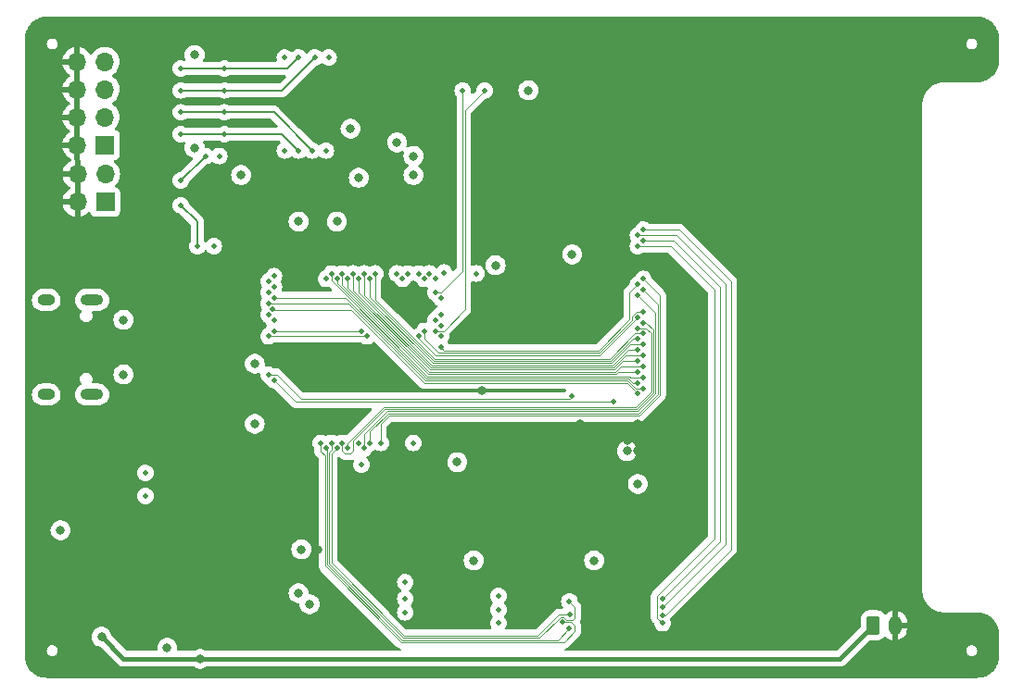
<source format=gbr>
%TF.GenerationSoftware,KiCad,Pcbnew,7.0.6*%
%TF.CreationDate,2023-07-20T20:34:57+02:00*%
%TF.ProjectId,black_scope,626c6163-6b5f-4736-936f-70652e6b6963,rev?*%
%TF.SameCoordinates,Original*%
%TF.FileFunction,Copper,L4,Bot*%
%TF.FilePolarity,Positive*%
%FSLAX46Y46*%
G04 Gerber Fmt 4.6, Leading zero omitted, Abs format (unit mm)*
G04 Created by KiCad (PCBNEW 7.0.6) date 2023-07-20 20:34:57*
%MOMM*%
%LPD*%
G01*
G04 APERTURE LIST*
G04 Aperture macros list*
%AMRoundRect*
0 Rectangle with rounded corners*
0 $1 Rounding radius*
0 $2 $3 $4 $5 $6 $7 $8 $9 X,Y pos of 4 corners*
0 Add a 4 corners polygon primitive as box body*
4,1,4,$2,$3,$4,$5,$6,$7,$8,$9,$2,$3,0*
0 Add four circle primitives for the rounded corners*
1,1,$1+$1,$2,$3*
1,1,$1+$1,$4,$5*
1,1,$1+$1,$6,$7*
1,1,$1+$1,$8,$9*
0 Add four rect primitives between the rounded corners*
20,1,$1+$1,$2,$3,$4,$5,0*
20,1,$1+$1,$4,$5,$6,$7,0*
20,1,$1+$1,$6,$7,$8,$9,0*
20,1,$1+$1,$8,$9,$2,$3,0*%
G04 Aperture macros list end*
%TA.AperFunction,ComponentPad*%
%ADD10RoundRect,0.250000X-0.350000X-0.625000X0.350000X-0.625000X0.350000X0.625000X-0.350000X0.625000X0*%
%TD*%
%TA.AperFunction,ComponentPad*%
%ADD11O,1.200000X1.750000*%
%TD*%
%TA.AperFunction,ComponentPad*%
%ADD12R,1.700000X1.700000*%
%TD*%
%TA.AperFunction,ComponentPad*%
%ADD13O,1.700000X1.700000*%
%TD*%
%TA.AperFunction,ComponentPad*%
%ADD14O,2.100000X1.000000*%
%TD*%
%TA.AperFunction,ComponentPad*%
%ADD15O,1.600000X1.000000*%
%TD*%
%TA.AperFunction,ViaPad*%
%ADD16C,0.800000*%
%TD*%
%TA.AperFunction,ViaPad*%
%ADD17C,0.500000*%
%TD*%
%TA.AperFunction,Conductor*%
%ADD18C,0.400000*%
%TD*%
%TA.AperFunction,Conductor*%
%ADD19C,0.200000*%
%TD*%
%TA.AperFunction,Conductor*%
%ADD20C,0.100000*%
%TD*%
G04 APERTURE END LIST*
D10*
%TO.P,J3,1,Pin_1*%
%TO.N,+BATT*%
X175500000Y-127950000D03*
D11*
%TO.P,J3,2,Pin_2*%
%TO.N,GND*%
X177500000Y-127950000D03*
%TD*%
D12*
%TO.P,J5,1,Pin_1*%
%TO.N,Net-(J5-Pin_1)*%
X105332500Y-89200000D03*
D13*
%TO.P,J5,2,Pin_2*%
%TO.N,GND*%
X102792500Y-89200000D03*
%TO.P,J5,3,Pin_3*%
%TO.N,Net-(J5-Pin_3)*%
X105332500Y-86660000D03*
%TO.P,J5,4,Pin_4*%
%TO.N,GND*%
X102792500Y-86660000D03*
%TD*%
D14*
%TO.P,P1,S1,SHIELD*%
%TO.N,unconnected-(P1-SHIELD-PadS1)*%
X104130000Y-98180000D03*
D15*
X99950000Y-98180000D03*
D14*
X104130000Y-106820000D03*
D15*
X99950000Y-106820000D03*
%TD*%
D12*
%TO.P,J4,1,Pin_1*%
%TO.N,Net-(J4-Pin_1)*%
X105310000Y-84000000D03*
D13*
%TO.P,J4,2,Pin_2*%
%TO.N,GND*%
X102770000Y-84000000D03*
%TO.P,J4,3,Pin_3*%
%TO.N,Net-(J4-Pin_3)*%
X105310000Y-81460000D03*
%TO.P,J4,4,Pin_4*%
%TO.N,GND*%
X102770000Y-81460000D03*
%TO.P,J4,5,Pin_5*%
%TO.N,Net-(J4-Pin_5)*%
X105310000Y-78920000D03*
%TO.P,J4,6,Pin_6*%
%TO.N,GND*%
X102770000Y-78920000D03*
%TO.P,J4,7,Pin_7*%
%TO.N,Net-(J4-Pin_7)*%
X105310000Y-76380000D03*
%TO.P,J4,8,Pin_8*%
%TO.N,GND*%
X102770000Y-76380000D03*
%TD*%
D16*
%TO.N,GND*%
X161000000Y-126000000D03*
X101500000Y-110500000D03*
X109000000Y-112000000D03*
X109000000Y-118000000D03*
D17*
%TO.N,nRESET*%
X109000000Y-114000000D03*
X128750000Y-113250000D03*
X136000000Y-101500000D03*
D16*
%TO.N,GND*%
X117750000Y-91250000D03*
X135000000Y-122000000D03*
X128500000Y-85000000D03*
X142000000Y-79000000D03*
X154000000Y-122000000D03*
X153250000Y-118750000D03*
X137500000Y-115000000D03*
X108934668Y-129065332D03*
X130000000Y-83750000D03*
X143000000Y-95000000D03*
X107000000Y-107000000D03*
X127750000Y-78000000D03*
X139750000Y-106500000D03*
X148750000Y-109500000D03*
X117000000Y-104000000D03*
X117000000Y-109500000D03*
X143000000Y-98500000D03*
X154000000Y-109500000D03*
X117000000Y-129000000D03*
X107000000Y-98000000D03*
X135000000Y-89000000D03*
X124750000Y-121000000D03*
X137000000Y-88000000D03*
X126500000Y-89000000D03*
X153000000Y-111000000D03*
X119250000Y-84250000D03*
X123000000Y-129000000D03*
X154000000Y-112000000D03*
X148000000Y-90000000D03*
X152000000Y-98250000D03*
X123000000Y-89000000D03*
X119500000Y-75750000D03*
%TO.N,+3.3V*%
X144000000Y-79000000D03*
X119000000Y-104000000D03*
X124000000Y-126000000D03*
X154000000Y-115000000D03*
X139000000Y-122000000D03*
X133500000Y-85000000D03*
X101250000Y-119250000D03*
X153000000Y-112000000D03*
X123000000Y-125000000D03*
X141000000Y-95000000D03*
X137500000Y-113000000D03*
X132000000Y-83750000D03*
X123000000Y-91000000D03*
X123250000Y-121000000D03*
X148000000Y-94000000D03*
X119000000Y-109500000D03*
X150000000Y-122000000D03*
%TO.N,+3.3VA*%
X113500000Y-84250000D03*
X133500000Y-86750000D03*
X128500000Y-87000000D03*
X126500000Y-91000000D03*
X127750000Y-82500000D03*
X113500000Y-75750000D03*
X117750000Y-86750000D03*
%TO.N,VBUS*%
X107000000Y-100000000D03*
X111000000Y-130000000D03*
X107000000Y-105000000D03*
D17*
%TO.N,Net-(U8A-+)*%
X116250000Y-83000000D03*
X123000000Y-84500000D03*
X112250000Y-83000000D03*
%TO.N,Net-(U8B-+)*%
X124250000Y-84500000D03*
X116250000Y-81000000D03*
X112250000Y-81000000D03*
%TO.N,Net-(U8C-+)*%
X116250000Y-79000000D03*
X112250000Y-79000000D03*
X124500000Y-76000000D03*
%TO.N,Net-(U8D-+)*%
X123000000Y-76000000D03*
X116250000Y-77000000D03*
X112250000Y-77000000D03*
%TO.N,XP*%
X154000000Y-93250000D03*
X156250000Y-127750000D03*
%TO.N,XN*%
X154000000Y-92250000D03*
X156250000Y-126250000D03*
%TO.N,YP*%
X154500000Y-91750500D03*
X156250000Y-127000000D03*
%TO.N,YN*%
X156250000Y-125500000D03*
X154500000Y-92750000D03*
%TO.N,BOOT0*%
X109000000Y-116087501D03*
X133500000Y-111250000D03*
%TO.N,QSPI_NSS*%
X132750000Y-124000000D03*
X128500000Y-111250000D03*
%TO.N,Net-(U4A--)*%
X113750000Y-93250000D03*
X112250000Y-89500000D03*
%TO.N,Net-(U4B--)*%
X112250000Y-87250000D03*
X114500000Y-85000000D03*
%TO.N,DAC2_OUT1*%
X132000000Y-95750000D03*
X120250000Y-97500000D03*
X139250000Y-95750000D03*
X134950500Y-95750000D03*
X136000000Y-98000000D03*
%TO.N,LCD_RST*%
X151750000Y-107500000D03*
X120750000Y-105500000D03*
%TO.N,SPI3_NSS*%
X125000000Y-111250000D03*
X147093844Y-127658823D03*
%TO.N,LCD_BL*%
X148000000Y-107000000D03*
X120250000Y-105000000D03*
%TO.N,UART1_RX*%
X135500000Y-101000000D03*
X140000000Y-79000000D03*
%TO.N,UART1_TX*%
X138000000Y-79000000D03*
X135505345Y-97494655D03*
%TO.N,FMC_D0*%
X134500000Y-101000000D03*
X120750000Y-101000000D03*
X154500000Y-99250000D03*
X128750000Y-101000000D03*
%TO.N,FMC_D1*%
X129250000Y-101500000D03*
X154000000Y-99750000D03*
X134000000Y-101500000D03*
X120250000Y-101500000D03*
%TO.N,FMC_D2*%
X127000000Y-111250000D03*
X154500000Y-100250000D03*
%TO.N,ADC1_IN11*%
X134500000Y-96250000D03*
X120750000Y-96000000D03*
X121750000Y-84500000D03*
%TO.N,ADC1_IN12*%
X132500000Y-96250000D03*
X125500000Y-84500000D03*
X133000000Y-95750000D03*
%TO.N,FMC_D3*%
X127500000Y-111750000D03*
X154000000Y-100750000D03*
%TO.N,FMC_D4*%
X130000000Y-95750000D03*
X154500000Y-101250000D03*
%TO.N,QSPI_SCLK*%
X141250000Y-126500000D03*
X125500000Y-96250000D03*
%TO.N,FMC_D5*%
X154000000Y-101750000D03*
X129500000Y-96250000D03*
D16*
%TO.N,+BATT*%
X114000000Y-131000000D03*
X105000000Y-129000000D03*
D17*
%TO.N,FMC_D6*%
X129000000Y-95750000D03*
X154500000Y-102250000D03*
%TO.N,FMC_D7*%
X128500000Y-96250000D03*
X154000000Y-102750000D03*
%TO.N,FMC_D8*%
X154500000Y-103250000D03*
X128000000Y-95750000D03*
%TO.N,FMC_D9*%
X154000000Y-103750000D03*
X127500000Y-96250000D03*
%TO.N,ADC3_IN9*%
X120750000Y-100000000D03*
X120250000Y-96500000D03*
X121750000Y-76000000D03*
%TO.N,ADC3_IN8*%
X125750000Y-76000000D03*
X120750000Y-97000000D03*
X120247165Y-99503729D03*
%TO.N,FMC_D10*%
X127000000Y-95750000D03*
X154500000Y-104250000D03*
%TO.N,FMC_D11*%
X126500000Y-96250000D03*
X154000000Y-104750000D03*
%TO.N,FMC_D12*%
X154500000Y-105250000D03*
X126000000Y-95750000D03*
%TO.N,FMC_D13*%
X120750000Y-98000000D03*
X154000000Y-105750000D03*
%TO.N,FMC_D14*%
X120250000Y-98500000D03*
X154457957Y-106250000D03*
%TO.N,FMC_D15*%
X120610004Y-99026496D03*
X154000000Y-106750000D03*
%TO.N,FMC_CS*%
X130500000Y-111250000D03*
X154500000Y-96250000D03*
%TO.N,FMC_A0*%
X154000000Y-96750000D03*
X136000000Y-102500000D03*
%TO.N,FMC_RD*%
X129000000Y-111750000D03*
X154000000Y-97750000D03*
%TO.N,FMC_WR*%
X129500000Y-111250000D03*
X154500000Y-97250000D03*
%TO.N,SPI3_SCLK*%
X125500000Y-111750000D03*
X147750000Y-128250000D03*
%TO.N,SPI3_MISO*%
X126000000Y-111250000D03*
X147750000Y-125750000D03*
%TO.N,SPI3_MOSI*%
X126500000Y-111750000D03*
X147782490Y-126967510D03*
%TO.N,DAC1_OUT1*%
X115250000Y-93250000D03*
X136299500Y-95664997D03*
%TO.N,DAC1_OUT2*%
X115750000Y-85000000D03*
X135549500Y-96250000D03*
%TO.N,QSPI_IO0*%
X141250000Y-127750000D03*
X136000000Y-100500000D03*
%TO.N,QSPI_IO2*%
X132750000Y-126750000D03*
X136000000Y-99500000D03*
%TO.N,QSPI_IO1*%
X135500000Y-100000000D03*
X132750000Y-125500000D03*
%TO.N,QSPI_IO3*%
X141250000Y-125250000D03*
X134000000Y-95750000D03*
%TD*%
D18*
%TO.N,+BATT*%
X172450000Y-131000000D02*
X175500000Y-127950000D01*
X114000000Y-131000000D02*
X172450000Y-131000000D01*
%TO.N,GND*%
X107000000Y-98000000D02*
X105000000Y-100000000D01*
X105000000Y-105000000D02*
X107000000Y-107000000D01*
X105000000Y-100000000D02*
X105000000Y-105000000D01*
X116000000Y-129000000D02*
X117000000Y-129000000D01*
X107000000Y-107000000D02*
X107000000Y-120000000D01*
X107000000Y-120000000D02*
X116000000Y-129000000D01*
D19*
%TO.N,Net-(U8A-+)*%
X121500000Y-83000000D02*
X123000000Y-84500000D01*
X116250000Y-83000000D02*
X121500000Y-83000000D01*
X112250000Y-83000000D02*
X116250000Y-83000000D01*
%TO.N,Net-(U8B-+)*%
X116250000Y-81000000D02*
X120750000Y-81000000D01*
X112250000Y-81000000D02*
X116250000Y-81000000D01*
X120750000Y-81000000D02*
X124250000Y-84500000D01*
%TO.N,Net-(U8C-+)*%
X121500000Y-79000000D02*
X124500000Y-76000000D01*
X116250000Y-79000000D02*
X121500000Y-79000000D01*
X112250000Y-79000000D02*
X116250000Y-79000000D01*
%TO.N,Net-(U8D-+)*%
X112250000Y-77000000D02*
X116250000Y-77000000D01*
X116250000Y-77000000D02*
X122000000Y-77000000D01*
X122000000Y-77000000D02*
X123000000Y-76000000D01*
D20*
%TO.N,XP*%
X155750000Y-127250000D02*
X156250000Y-127750000D01*
X161000000Y-97250000D02*
X161000000Y-120000000D01*
X161000000Y-120000000D02*
X155750000Y-125250000D01*
X157000000Y-93250000D02*
X161000000Y-97250000D01*
X154000000Y-93250000D02*
X157000000Y-93250000D01*
X155750000Y-125250000D02*
X155750000Y-127250000D01*
%TO.N,XN*%
X157500000Y-92250000D02*
X162000000Y-96750000D01*
X162000000Y-120500000D02*
X156250000Y-126250000D01*
X162000000Y-96750000D02*
X162000000Y-120500000D01*
X154000000Y-92250000D02*
X157500000Y-92250000D01*
%TO.N,YP*%
X156500000Y-127000000D02*
X156250000Y-127000000D01*
X162500000Y-121000000D02*
X156500000Y-127000000D01*
X162500000Y-96500000D02*
X162500000Y-121000000D01*
X154500000Y-91750500D02*
X157750500Y-91750500D01*
X157750500Y-91750500D02*
X162500000Y-96500000D01*
%TO.N,YN*%
X161500000Y-120250000D02*
X156250000Y-125500000D01*
X161500000Y-97000000D02*
X161500000Y-120250000D01*
X154500000Y-92750000D02*
X157250000Y-92750000D01*
X157250000Y-92750000D02*
X161500000Y-97000000D01*
D19*
%TO.N,Net-(U4A--)*%
X112250000Y-89500000D02*
X113750000Y-91000000D01*
X113750000Y-91000000D02*
X113750000Y-93250000D01*
%TO.N,Net-(U4B--)*%
X112250000Y-87250000D02*
X114500000Y-85000000D01*
D20*
%TO.N,LCD_RST*%
X122750000Y-107500000D02*
X120750000Y-105500000D01*
X151750000Y-107500000D02*
X122750000Y-107500000D01*
%TO.N,SPI3_NSS*%
X125000000Y-111250000D02*
X125000000Y-112016069D01*
X148250000Y-128500000D02*
X148250000Y-128000000D01*
X148250000Y-128000000D02*
X147908823Y-127658823D01*
X125401498Y-122497910D02*
X132403588Y-129500000D01*
X147093844Y-127658823D02*
X146908823Y-127658823D01*
X147908823Y-127658823D02*
X147093844Y-127658823D01*
X125000000Y-112016069D02*
X125401498Y-112417567D01*
X132403588Y-129500000D02*
X147250000Y-129500000D01*
X147250000Y-129500000D02*
X148250000Y-128500000D01*
X125401498Y-112417567D02*
X125401498Y-122497910D01*
%TO.N,LCD_BL*%
X121000000Y-105000000D02*
X120250000Y-105000000D01*
X147782490Y-107217510D02*
X123217510Y-107217510D01*
X123217510Y-107217510D02*
X121000000Y-105000000D01*
X148000000Y-107000000D02*
X147782490Y-107217510D01*
%TO.N,UART1_RX*%
X138199501Y-80800499D02*
X140000000Y-79000000D01*
X138199501Y-99050499D02*
X138199501Y-80800499D01*
X136250000Y-101000000D02*
X138199501Y-99050499D01*
X135500000Y-101000000D02*
X136250000Y-101000000D01*
%TO.N,UART1_TX*%
X136005345Y-97494655D02*
X135505345Y-97494655D01*
X138000000Y-79000000D02*
X138000000Y-95500000D01*
X138000000Y-95500000D02*
X136005345Y-97494655D01*
%TO.N,FMC_D0*%
X153449501Y-100018361D02*
X150467861Y-103000000D01*
X150467861Y-103000000D02*
X135750000Y-103000000D01*
X153866864Y-99250000D02*
X153449501Y-99667363D01*
X134500000Y-101750000D02*
X134500000Y-101000000D01*
X153449501Y-99667363D02*
X153449501Y-100018361D01*
X135750000Y-103000000D02*
X134500000Y-101750000D01*
X154500000Y-99250000D02*
X153866864Y-99250000D01*
X120750000Y-101000000D02*
X128750000Y-101000000D01*
%TO.N,FMC_D1*%
X120250000Y-101500000D02*
X129250000Y-101500000D01*
X135500000Y-103250000D02*
X134000000Y-101750000D01*
X154000000Y-99750000D02*
X150500000Y-103250000D01*
X134000000Y-101750000D02*
X134000000Y-101500000D01*
X150500000Y-103250000D02*
X135500000Y-103250000D01*
%TO.N,FMC_D2*%
X127000000Y-111250000D02*
X127000000Y-112000000D01*
X127750000Y-112250000D02*
X128000000Y-112000000D01*
X127250000Y-112250000D02*
X127750000Y-112250000D01*
X128000000Y-111032138D02*
X130880641Y-108151497D01*
X153880640Y-108151497D02*
X155401497Y-106630641D01*
X130880641Y-108151497D02*
X153880640Y-108151497D01*
X154750000Y-100250000D02*
X154500000Y-100250000D01*
X155401497Y-100901497D02*
X154750000Y-100250000D01*
X128000000Y-112000000D02*
X128000000Y-111032138D01*
X155401497Y-106630641D02*
X155401497Y-100901497D01*
X127000000Y-112000000D02*
X127250000Y-112250000D01*
%TO.N,FMC_D3*%
X153798004Y-107951996D02*
X130798004Y-107951996D01*
X155201996Y-101201996D02*
X155201996Y-106548004D01*
X154000000Y-100750000D02*
X154750000Y-100750000D01*
X130798004Y-107951996D02*
X127500000Y-111250000D01*
X155201996Y-106548004D02*
X153798004Y-107951996D01*
X154750000Y-100750000D02*
X155201996Y-101201996D01*
X127500000Y-111250000D02*
X127500000Y-111750000D01*
%TO.N,FMC_D4*%
X135408997Y-103555489D02*
X151444511Y-103555489D01*
X130000000Y-95750000D02*
X130000000Y-98146493D01*
X130000000Y-98146493D02*
X135408997Y-103555489D01*
X153750000Y-101250000D02*
X154500000Y-101250000D01*
X151444511Y-103555489D02*
X153750000Y-101250000D01*
%TO.N,FMC_D5*%
X129500000Y-96250000D02*
X129500000Y-97928630D01*
X151527148Y-103754990D02*
X153532138Y-101750000D01*
X135326361Y-103754990D02*
X151527148Y-103754990D01*
X153532138Y-101750000D02*
X154000000Y-101750000D01*
X129500000Y-97928630D02*
X135326361Y-103754990D01*
D18*
%TO.N,+BATT*%
X105000000Y-129000000D02*
X107000000Y-131000000D01*
X107000000Y-131000000D02*
X114000000Y-131000000D01*
D20*
%TO.N,FMC_D6*%
X135243725Y-103954491D02*
X151609785Y-103954491D01*
X129000000Y-97710767D02*
X135243725Y-103954491D01*
X129000000Y-95750000D02*
X129000000Y-97710767D01*
X153314276Y-102250000D02*
X154500000Y-102250000D01*
X151609785Y-103954491D02*
X153314276Y-102250000D01*
%TO.N,FMC_D7*%
X151692422Y-104153992D02*
X153096414Y-102750000D01*
X135161089Y-104153992D02*
X151692422Y-104153992D01*
X128500000Y-96250000D02*
X128500000Y-97492904D01*
X128500000Y-97492904D02*
X135161089Y-104153992D01*
X153096414Y-102750000D02*
X154000000Y-102750000D01*
%TO.N,FMC_D8*%
X128000000Y-95750000D02*
X128000000Y-97275040D01*
X151775059Y-104353493D02*
X152878552Y-103250000D01*
X152878552Y-103250000D02*
X154500000Y-103250000D01*
X135078453Y-104353493D02*
X151775059Y-104353493D01*
X128000000Y-97275040D02*
X135078453Y-104353493D01*
%TO.N,FMC_D9*%
X152660690Y-103750000D02*
X154000000Y-103750000D01*
X127500000Y-96250000D02*
X127500000Y-97057177D01*
X151857696Y-104552994D02*
X152660690Y-103750000D01*
X127500000Y-97057177D02*
X134995817Y-104552994D01*
X134995817Y-104552994D02*
X151857696Y-104552994D01*
%TO.N,FMC_D10*%
X151940333Y-104752495D02*
X152442828Y-104250000D01*
X134913181Y-104752495D02*
X151940333Y-104752495D01*
X152442828Y-104250000D02*
X154500000Y-104250000D01*
X127000000Y-95750000D02*
X127000000Y-96839314D01*
X127000000Y-96839314D02*
X134913181Y-104752495D01*
%TO.N,FMC_D11*%
X126500000Y-96250000D02*
X126500000Y-96621451D01*
X126500000Y-96621451D02*
X134830545Y-104951996D01*
X134830545Y-104951996D02*
X152022970Y-104951996D01*
X152022970Y-104951996D02*
X152224966Y-104750000D01*
X152224966Y-104750000D02*
X154000000Y-104750000D01*
%TO.N,FMC_D12*%
X153346411Y-105250000D02*
X154500000Y-105250000D01*
X126000000Y-96403588D02*
X134747909Y-105151497D01*
X134747909Y-105151497D02*
X153247908Y-105151497D01*
X153247908Y-105151497D02*
X153346411Y-105250000D01*
X126000000Y-95750000D02*
X126000000Y-96403588D01*
%TO.N,FMC_D13*%
X120750000Y-98000000D02*
X127314275Y-98000000D01*
X153165272Y-105350998D02*
X153564274Y-105750000D01*
X153564274Y-105750000D02*
X154000000Y-105750000D01*
X127314275Y-98000000D02*
X134665273Y-105350998D01*
X134665273Y-105350998D02*
X153165272Y-105350998D01*
%TO.N,FMC_D14*%
X120250000Y-98500000D02*
X127532138Y-98500000D01*
X127532138Y-98500000D02*
X134582637Y-105550499D01*
X153082636Y-105550499D02*
X153782137Y-106250000D01*
X153782137Y-106250000D02*
X154457957Y-106250000D01*
X134582637Y-105550499D02*
X153082636Y-105550499D01*
%TO.N,FMC_D15*%
X120610004Y-99026496D02*
X120651353Y-99067845D01*
X127817845Y-99067845D02*
X134500000Y-105750000D01*
X153000000Y-105750000D02*
X154000000Y-106750000D01*
X120651353Y-99067845D02*
X127817845Y-99067845D01*
X134500000Y-105750000D02*
X153000000Y-105750000D01*
%TO.N,FMC_CS*%
X154128548Y-108750000D02*
X156000000Y-106878548D01*
X131250000Y-108750000D02*
X154128548Y-108750000D01*
X156000000Y-97750000D02*
X154500000Y-96250000D01*
X156000000Y-106878548D02*
X156000000Y-97750000D01*
X130500000Y-109500000D02*
X131250000Y-108750000D01*
X130500000Y-111250000D02*
X130500000Y-109500000D01*
%TO.N,FMC_A0*%
X153250000Y-97500000D02*
X153250000Y-99935724D01*
X136300499Y-102800499D02*
X136000000Y-102500000D01*
X150385225Y-102800499D02*
X136300499Y-102800499D01*
X153250000Y-99935724D02*
X150385225Y-102800499D01*
X154000000Y-96750000D02*
X153250000Y-97500000D01*
%TO.N,FMC_RD*%
X155600998Y-99350998D02*
X155600997Y-106713278D01*
X129000000Y-110435724D02*
X129000000Y-111750000D01*
X131084726Y-108350998D02*
X129000000Y-110435724D01*
X155600997Y-106713278D02*
X153963276Y-108350998D01*
X154000000Y-97750000D02*
X155600998Y-99350998D01*
X153963276Y-108350998D02*
X131084726Y-108350998D01*
%TO.N,FMC_WR*%
X154045912Y-108550499D02*
X131167363Y-108550499D01*
X155800497Y-106795915D02*
X154045912Y-108550499D01*
X155800499Y-98550499D02*
X155800497Y-106795915D01*
X129500000Y-110217862D02*
X129500000Y-111250000D01*
X154500000Y-97250000D02*
X155800499Y-98550499D01*
X131167363Y-108550499D02*
X129500000Y-110217862D01*
%TO.N,SPI3_SCLK*%
X146699501Y-129300499D02*
X132486225Y-129300499D01*
X147750000Y-128250000D02*
X146699501Y-129300499D01*
X125600998Y-122415273D02*
X125600998Y-111850998D01*
X132486225Y-129300499D02*
X125600998Y-122415273D01*
X125600998Y-111850998D02*
X125500000Y-111750000D01*
%TO.N,SPI3_MISO*%
X125800499Y-112098503D02*
X125800499Y-122332637D01*
X147199148Y-127167011D02*
X147491459Y-127459322D01*
X125800499Y-122332637D02*
X132568861Y-129100998D01*
X148250000Y-126250000D02*
X147750000Y-125750000D01*
X126000000Y-111250000D02*
X126000000Y-111899002D01*
X148250000Y-127250000D02*
X148250000Y-126250000D01*
X144983024Y-129100998D02*
X146917011Y-127167011D01*
X132568861Y-129100998D02*
X144983024Y-129100998D01*
X147491459Y-127459322D02*
X148040678Y-127459322D01*
X148040678Y-127459322D02*
X148250000Y-127250000D01*
X126000000Y-111899002D02*
X125800499Y-112098503D01*
X146917011Y-127167011D02*
X147199148Y-127167011D01*
%TO.N,SPI3_MOSI*%
X126000000Y-112250000D02*
X126000000Y-122250000D01*
X146782490Y-126967510D02*
X147782490Y-126967510D01*
X144848503Y-128901497D02*
X146782490Y-126967510D01*
X126500000Y-111750000D02*
X126000000Y-112250000D01*
X126000000Y-122250000D02*
X132651497Y-128901497D01*
X132651497Y-128901497D02*
X144848503Y-128901497D01*
%TD*%
%TA.AperFunction,Conductor*%
%TO.N,GND*%
G36*
X103046500Y-88766325D02*
G01*
X102934815Y-88715320D01*
X102828263Y-88700000D01*
X102756737Y-88700000D01*
X102650185Y-88715320D01*
X102538500Y-88766325D01*
X102538500Y-87093674D01*
X102650185Y-87144680D01*
X102756737Y-87160000D01*
X102828263Y-87160000D01*
X102934815Y-87144680D01*
X103046500Y-87093674D01*
X103046500Y-88766325D01*
G37*
%TD.AperFunction*%
%TA.AperFunction,Conductor*%
G36*
X103024000Y-85273975D02*
G01*
X103043621Y-85309908D01*
X103046500Y-85336691D01*
X103046500Y-86226325D01*
X102934815Y-86175320D01*
X102828263Y-86160000D01*
X102756737Y-86160000D01*
X102650185Y-86175320D01*
X102538500Y-86226325D01*
X102538500Y-85386024D01*
X102518879Y-85350092D01*
X102516000Y-85323309D01*
X102516000Y-84433674D01*
X102627685Y-84484680D01*
X102734237Y-84500000D01*
X102805763Y-84500000D01*
X102912315Y-84484680D01*
X103023999Y-84433674D01*
X103024000Y-85273975D01*
G37*
%TD.AperFunction*%
%TA.AperFunction,Conductor*%
G36*
X103023999Y-83566325D02*
G01*
X102912315Y-83515320D01*
X102805763Y-83500000D01*
X102734237Y-83500000D01*
X102627685Y-83515320D01*
X102516000Y-83566325D01*
X102516000Y-81893674D01*
X102627685Y-81944680D01*
X102734237Y-81960000D01*
X102805763Y-81960000D01*
X102912315Y-81944680D01*
X103023999Y-81893674D01*
X103023999Y-83566325D01*
G37*
%TD.AperFunction*%
%TA.AperFunction,Conductor*%
G36*
X102627685Y-79404680D02*
G01*
X102734237Y-79420000D01*
X102805763Y-79420000D01*
X102912315Y-79404680D01*
X103023999Y-79353675D01*
X103023999Y-81026325D01*
X102912315Y-80975320D01*
X102805763Y-80960000D01*
X102734237Y-80960000D01*
X102627685Y-80975320D01*
X102516000Y-81026325D01*
X102516000Y-79353674D01*
X102627685Y-79404680D01*
G37*
%TD.AperFunction*%
%TA.AperFunction,Conductor*%
G36*
X102627685Y-76864680D02*
G01*
X102734237Y-76880000D01*
X102805763Y-76880000D01*
X102912315Y-76864680D01*
X103023999Y-76813675D01*
X103023999Y-78486324D01*
X102912315Y-78435320D01*
X102805763Y-78420000D01*
X102734237Y-78420000D01*
X102627685Y-78435320D01*
X102516000Y-78486325D01*
X102516000Y-76813674D01*
X102627685Y-76864680D01*
G37*
%TD.AperFunction*%
%TA.AperFunction,Conductor*%
G36*
X185002057Y-72250634D02*
G01*
X185083743Y-72255988D01*
X185265384Y-72268980D01*
X185273165Y-72270028D01*
X185389441Y-72293157D01*
X185533606Y-72324518D01*
X185540437Y-72326414D01*
X185659429Y-72366806D01*
X185791699Y-72416140D01*
X185797542Y-72418664D01*
X185912952Y-72475578D01*
X186034870Y-72542150D01*
X186039678Y-72545061D01*
X186146634Y-72616527D01*
X186149377Y-72618469D01*
X186189070Y-72648182D01*
X186258611Y-72700240D01*
X186262384Y-72703299D01*
X186359486Y-72788456D01*
X186362480Y-72791260D01*
X186458737Y-72887517D01*
X186461542Y-72890512D01*
X186546699Y-72987614D01*
X186549769Y-72991401D01*
X186631529Y-73100621D01*
X186633478Y-73103374D01*
X186704935Y-73210317D01*
X186707848Y-73215127D01*
X186774421Y-73337047D01*
X186820611Y-73430710D01*
X186831334Y-73452455D01*
X186831335Y-73452456D01*
X186833861Y-73458307D01*
X186883195Y-73590575D01*
X186923577Y-73709536D01*
X186925482Y-73716401D01*
X186956847Y-73860580D01*
X186979968Y-73976821D01*
X186981019Y-73984625D01*
X186994017Y-74166350D01*
X186999331Y-74247429D01*
X186999365Y-74247938D01*
X186999500Y-74252060D01*
X186999500Y-76247939D01*
X186999365Y-76252061D01*
X186994017Y-76333649D01*
X186981019Y-76515373D01*
X186979968Y-76523176D01*
X186956847Y-76639419D01*
X186925482Y-76783597D01*
X186923577Y-76790462D01*
X186883195Y-76909424D01*
X186833861Y-77041691D01*
X186831335Y-77047542D01*
X186774421Y-77162952D01*
X186707848Y-77284871D01*
X186704935Y-77289681D01*
X186633478Y-77396624D01*
X186631529Y-77399377D01*
X186549769Y-77508597D01*
X186546699Y-77512384D01*
X186461542Y-77609486D01*
X186458723Y-77612496D01*
X186362496Y-77708723D01*
X186359486Y-77711542D01*
X186262384Y-77796699D01*
X186258597Y-77799769D01*
X186149377Y-77881529D01*
X186146624Y-77883478D01*
X186039681Y-77954935D01*
X186034871Y-77957848D01*
X185912952Y-78024421D01*
X185797542Y-78081335D01*
X185791691Y-78083861D01*
X185659424Y-78133195D01*
X185540462Y-78173577D01*
X185533597Y-78175482D01*
X185389419Y-78206847D01*
X185273176Y-78229968D01*
X185265373Y-78231019D01*
X185083649Y-78244017D01*
X185026507Y-78247762D01*
X185002057Y-78249365D01*
X184997940Y-78249500D01*
X182033441Y-78249500D01*
X182028256Y-78247977D01*
X182009223Y-78249339D01*
X182004727Y-78249500D01*
X181985234Y-78249500D01*
X181985226Y-78249501D01*
X181868876Y-78249501D01*
X181724584Y-78268497D01*
X181724031Y-78268410D01*
X181720291Y-78269062D01*
X181706463Y-78270883D01*
X181702732Y-78271262D01*
X181625947Y-78276754D01*
X181612669Y-78281566D01*
X181612939Y-78282923D01*
X181608896Y-78283727D01*
X181449242Y-78326506D01*
X181448472Y-78326487D01*
X181444124Y-78327877D01*
X181416117Y-78335382D01*
X181413203Y-78336089D01*
X181363132Y-78346981D01*
X181355401Y-78351677D01*
X181232213Y-78402704D01*
X181188375Y-78420862D01*
X181186976Y-78421012D01*
X181186691Y-78421168D01*
X181180605Y-78424080D01*
X181122607Y-78448103D01*
X181108086Y-78453519D01*
X181101814Y-78458589D01*
X180944122Y-78549633D01*
X180941832Y-78550188D01*
X180940361Y-78551290D01*
X180934105Y-78555416D01*
X180886192Y-78583079D01*
X180884111Y-78584677D01*
X180870628Y-78593455D01*
X180865243Y-78599154D01*
X180720289Y-78710382D01*
X180717204Y-78711574D01*
X180715073Y-78713706D01*
X180708873Y-78719143D01*
X180678151Y-78742717D01*
X180678141Y-78742726D01*
X180665181Y-78755686D01*
X180653934Y-78765431D01*
X180650096Y-78770770D01*
X180520770Y-78900096D01*
X180516949Y-78902182D01*
X180505686Y-78915181D01*
X180492726Y-78928141D01*
X180492717Y-78928151D01*
X180469143Y-78958873D01*
X180463706Y-78965073D01*
X180462537Y-78966241D01*
X180460382Y-78970289D01*
X180349154Y-79115243D01*
X180344974Y-79118294D01*
X180334677Y-79134111D01*
X180333079Y-79136192D01*
X180305416Y-79184105D01*
X180301290Y-79190361D01*
X180300772Y-79191051D01*
X180299633Y-79194122D01*
X180208589Y-79351814D01*
X180204352Y-79355853D01*
X180198103Y-79372607D01*
X180174080Y-79430605D01*
X180171306Y-79436402D01*
X180170862Y-79438374D01*
X180153023Y-79481443D01*
X180101678Y-79605401D01*
X180097548Y-79610525D01*
X180086089Y-79663203D01*
X180085382Y-79666117D01*
X180077877Y-79694124D01*
X180076606Y-79698101D01*
X180076506Y-79699242D01*
X180033727Y-79858896D01*
X180032923Y-79862939D01*
X180031011Y-79862558D01*
X180027078Y-79871404D01*
X180021261Y-79952739D01*
X180020882Y-79956469D01*
X180019063Y-79970290D01*
X180018458Y-79973759D01*
X180018497Y-79974584D01*
X179999501Y-80118876D01*
X179999501Y-80249926D01*
X179999499Y-80254762D01*
X179999339Y-80259231D01*
X179998129Y-80276149D01*
X179999500Y-80283682D01*
X179999500Y-124716432D01*
X179997970Y-124721641D01*
X179999339Y-124740778D01*
X179999500Y-124745275D01*
X179999500Y-124881121D01*
X180018497Y-125025413D01*
X180018410Y-125025968D01*
X180019063Y-125029713D01*
X180020880Y-125043520D01*
X180021259Y-125047250D01*
X180026755Y-125124088D01*
X180031551Y-125137334D01*
X180032923Y-125137062D01*
X180033727Y-125141104D01*
X180033729Y-125141114D01*
X180033730Y-125141116D01*
X180046809Y-125189927D01*
X180076505Y-125300756D01*
X180076486Y-125301525D01*
X180077876Y-125305874D01*
X180085379Y-125333876D01*
X180086086Y-125336789D01*
X180096980Y-125386869D01*
X180101675Y-125394596D01*
X180130033Y-125463058D01*
X180170860Y-125561623D01*
X180171010Y-125563019D01*
X180171166Y-125563305D01*
X180174078Y-125569391D01*
X180198094Y-125627372D01*
X180203517Y-125641911D01*
X180208589Y-125648185D01*
X180299633Y-125805879D01*
X180300187Y-125808163D01*
X180301282Y-125809626D01*
X180305412Y-125815888D01*
X180333076Y-125863804D01*
X180333078Y-125863807D01*
X180334673Y-125865885D01*
X180343450Y-125879365D01*
X180349150Y-125884752D01*
X180419101Y-125975912D01*
X180460377Y-126029704D01*
X180461570Y-126032790D01*
X180463698Y-126034918D01*
X180469137Y-126041120D01*
X180492718Y-126071851D01*
X180492722Y-126071855D01*
X180492729Y-126071863D01*
X180505689Y-126084823D01*
X180515434Y-126096069D01*
X180520769Y-126099903D01*
X180650095Y-126229229D01*
X180652180Y-126233048D01*
X180665175Y-126244309D01*
X180678136Y-126257270D01*
X180678143Y-126257276D01*
X180678149Y-126257282D01*
X180678157Y-126257288D01*
X180678158Y-126257289D01*
X180708878Y-126280862D01*
X180715081Y-126286301D01*
X180716247Y-126287467D01*
X180720294Y-126289622D01*
X180865242Y-126400845D01*
X180868294Y-126405025D01*
X180884121Y-126415331D01*
X180886197Y-126416924D01*
X180912154Y-126431910D01*
X180934111Y-126444587D01*
X180940374Y-126448717D01*
X180941058Y-126449229D01*
X180944120Y-126450366D01*
X181101812Y-126541409D01*
X181105851Y-126545645D01*
X181122555Y-126551875D01*
X181180624Y-126575928D01*
X181186405Y-126578694D01*
X181188370Y-126579136D01*
X181355399Y-126648322D01*
X181360520Y-126652449D01*
X181413185Y-126663906D01*
X181416053Y-126664601D01*
X181444144Y-126672128D01*
X181448098Y-126673392D01*
X181449234Y-126673492D01*
X181608884Y-126716270D01*
X181608891Y-126716270D01*
X181608899Y-126716273D01*
X181612938Y-126717077D01*
X181612544Y-126719055D01*
X181621276Y-126722912D01*
X181702736Y-126728739D01*
X181706464Y-126729117D01*
X181720312Y-126730940D01*
X181723759Y-126731540D01*
X181724580Y-126731502D01*
X181868880Y-126750500D01*
X181999901Y-126750500D01*
X182004738Y-126750500D01*
X182009234Y-126750661D01*
X182026064Y-126751864D01*
X182033568Y-126750500D01*
X184997941Y-126750500D01*
X185002057Y-126750634D01*
X185083743Y-126755988D01*
X185265384Y-126768980D01*
X185273165Y-126770028D01*
X185389441Y-126793157D01*
X185533606Y-126824518D01*
X185540437Y-126826414D01*
X185659429Y-126866806D01*
X185791699Y-126916140D01*
X185797542Y-126918664D01*
X185912952Y-126975578D01*
X186034870Y-127042150D01*
X186039678Y-127045061D01*
X186146634Y-127116527D01*
X186149377Y-127118469D01*
X186189070Y-127148182D01*
X186258611Y-127200240D01*
X186262377Y-127203293D01*
X186288169Y-127225912D01*
X186359486Y-127288456D01*
X186362480Y-127291260D01*
X186458737Y-127387517D01*
X186461542Y-127390512D01*
X186546699Y-127487614D01*
X186549763Y-127491394D01*
X186563230Y-127509383D01*
X186631529Y-127600621D01*
X186633478Y-127603374D01*
X186704935Y-127710317D01*
X186707848Y-127715127D01*
X186774421Y-127837047D01*
X186831335Y-127952456D01*
X186833861Y-127958307D01*
X186879691Y-128081182D01*
X186883192Y-128090568D01*
X186921698Y-128204000D01*
X186923577Y-128209536D01*
X186925482Y-128216401D01*
X186956847Y-128360580D01*
X186979968Y-128476821D01*
X186981019Y-128484625D01*
X186994017Y-128666350D01*
X186994797Y-128678252D01*
X186998518Y-128735024D01*
X186999365Y-128747938D01*
X186999500Y-128752060D01*
X186999500Y-130747939D01*
X186999365Y-130752058D01*
X186998323Y-130767943D01*
X186994017Y-130833649D01*
X186981019Y-131015373D01*
X186979968Y-131023176D01*
X186956847Y-131139419D01*
X186925482Y-131283597D01*
X186923577Y-131290462D01*
X186883195Y-131409424D01*
X186833861Y-131541691D01*
X186831335Y-131547542D01*
X186774421Y-131662952D01*
X186707848Y-131784871D01*
X186704935Y-131789681D01*
X186633478Y-131896624D01*
X186631529Y-131899377D01*
X186549769Y-132008597D01*
X186546699Y-132012384D01*
X186461542Y-132109486D01*
X186458723Y-132112496D01*
X186362496Y-132208723D01*
X186359486Y-132211542D01*
X186262384Y-132296699D01*
X186258597Y-132299769D01*
X186149377Y-132381529D01*
X186146624Y-132383478D01*
X186039681Y-132454935D01*
X186034871Y-132457848D01*
X185912952Y-132524421D01*
X185797542Y-132581335D01*
X185791691Y-132583861D01*
X185659424Y-132633195D01*
X185540462Y-132673577D01*
X185533597Y-132675482D01*
X185389419Y-132706847D01*
X185273176Y-132729968D01*
X185265373Y-132731019D01*
X185083649Y-132744017D01*
X185026507Y-132747762D01*
X185002057Y-132749365D01*
X184997940Y-132749500D01*
X100002060Y-132749500D01*
X99997942Y-132749365D01*
X99969828Y-132747522D01*
X99916350Y-132744017D01*
X99734625Y-132731019D01*
X99726821Y-132729968D01*
X99610580Y-132706847D01*
X99466401Y-132675482D01*
X99459539Y-132673577D01*
X99340575Y-132633195D01*
X99287464Y-132613385D01*
X99208307Y-132583861D01*
X99202456Y-132581335D01*
X99087047Y-132524421D01*
X98965127Y-132457848D01*
X98960317Y-132454935D01*
X98853374Y-132383478D01*
X98850621Y-132381529D01*
X98771860Y-132322570D01*
X98741394Y-132299763D01*
X98737614Y-132296699D01*
X98640512Y-132211542D01*
X98637517Y-132208737D01*
X98541260Y-132112480D01*
X98538456Y-132109486D01*
X98453299Y-132012384D01*
X98450240Y-132008611D01*
X98375298Y-131908500D01*
X98368469Y-131899377D01*
X98366520Y-131896624D01*
X98295063Y-131789681D01*
X98292150Y-131784870D01*
X98250561Y-131708706D01*
X98225578Y-131662952D01*
X98201909Y-131614956D01*
X98168663Y-131547539D01*
X98166140Y-131541699D01*
X98116805Y-131409424D01*
X98076414Y-131290437D01*
X98074518Y-131283606D01*
X98043157Y-131139441D01*
X98020028Y-131023165D01*
X98018980Y-131015384D01*
X98005988Y-130833743D01*
X98000634Y-130752057D01*
X98000500Y-130747941D01*
X98000500Y-130249999D01*
X99994353Y-130249999D01*
X100001262Y-130298053D01*
X100002544Y-130315984D01*
X100002544Y-130321523D01*
X100004107Y-130326848D01*
X100007924Y-130344400D01*
X100014833Y-130392452D01*
X100014836Y-130392460D01*
X100034998Y-130436608D01*
X100041280Y-130453449D01*
X100042842Y-130458770D01*
X100042846Y-130458779D01*
X100045842Y-130463440D01*
X100054457Y-130479217D01*
X100074621Y-130523370D01*
X100074623Y-130523373D01*
X100106414Y-130560063D01*
X100117181Y-130574446D01*
X100120179Y-130579110D01*
X100120182Y-130579114D01*
X100124376Y-130582748D01*
X100137074Y-130595446D01*
X100168872Y-130632143D01*
X100209714Y-130658390D01*
X100224103Y-130669162D01*
X100228290Y-130672790D01*
X100233322Y-130675088D01*
X100249104Y-130683705D01*
X100289947Y-130709953D01*
X100333809Y-130722832D01*
X100336527Y-130723630D01*
X100353370Y-130729912D01*
X100356188Y-130731199D01*
X100358409Y-130732213D01*
X100363891Y-130733001D01*
X100381445Y-130736819D01*
X100428039Y-130750500D01*
X100428042Y-130750500D01*
X100476586Y-130750500D01*
X100494518Y-130751782D01*
X100500000Y-130752571D01*
X100505481Y-130751782D01*
X100523414Y-130750500D01*
X100571959Y-130750500D01*
X100571961Y-130750500D01*
X100618551Y-130736819D01*
X100636108Y-130733001D01*
X100641591Y-130732213D01*
X100646637Y-130729908D01*
X100663459Y-130723634D01*
X100710053Y-130709953D01*
X100750898Y-130683703D01*
X100766671Y-130675090D01*
X100771710Y-130672790D01*
X100775896Y-130669162D01*
X100790274Y-130658398D01*
X100831128Y-130632143D01*
X100862925Y-130595446D01*
X100875630Y-130582742D01*
X100879818Y-130579114D01*
X100882811Y-130574455D01*
X100893585Y-130560063D01*
X100925377Y-130523373D01*
X100945551Y-130479197D01*
X100954155Y-130463442D01*
X100957155Y-130458776D01*
X100958719Y-130453448D01*
X100964990Y-130436632D01*
X100985165Y-130392457D01*
X100992075Y-130344391D01*
X100995894Y-130326842D01*
X100997456Y-130321523D01*
X100998024Y-130305553D01*
X100998622Y-130298857D01*
X101005647Y-130250000D01*
X100998622Y-130201146D01*
X100998023Y-130194444D01*
X100997456Y-130178477D01*
X100995896Y-130173163D01*
X100992073Y-130155593D01*
X100991604Y-130152330D01*
X100985165Y-130107543D01*
X100964991Y-130063370D01*
X100958716Y-130046542D01*
X100957155Y-130041224D01*
X100954154Y-130036554D01*
X100945544Y-130020786D01*
X100925377Y-129976627D01*
X100901611Y-129949199D01*
X100893586Y-129939937D01*
X100882814Y-129925549D01*
X100879818Y-129920886D01*
X100875630Y-129917257D01*
X100862925Y-129904553D01*
X100831128Y-129867857D01*
X100808776Y-129853492D01*
X100790286Y-129841609D01*
X100775896Y-129830836D01*
X100771714Y-129827212D01*
X100771709Y-129827209D01*
X100766658Y-129824902D01*
X100750891Y-129816291D01*
X100710053Y-129790046D01*
X100663462Y-129776365D01*
X100646631Y-129770088D01*
X100641590Y-129767786D01*
X100641585Y-129767785D01*
X100636099Y-129766996D01*
X100618541Y-129763177D01*
X100571961Y-129749500D01*
X100523414Y-129749500D01*
X100505481Y-129748217D01*
X100500000Y-129747429D01*
X100494518Y-129748217D01*
X100476586Y-129749500D01*
X100428039Y-129749500D01*
X100428036Y-129749500D01*
X100428033Y-129749501D01*
X100381450Y-129763178D01*
X100363894Y-129766997D01*
X100358416Y-129767784D01*
X100358408Y-129767787D01*
X100353360Y-129770092D01*
X100336534Y-129776366D01*
X100289951Y-129790045D01*
X100289948Y-129790046D01*
X100249101Y-129816296D01*
X100233338Y-129824904D01*
X100228293Y-129827208D01*
X100228280Y-129827216D01*
X100224090Y-129830847D01*
X100209713Y-129841608D01*
X100168874Y-129867854D01*
X100168871Y-129867857D01*
X100137077Y-129904549D01*
X100124375Y-129917252D01*
X100120183Y-129920884D01*
X100120177Y-129920891D01*
X100117184Y-129925549D01*
X100106416Y-129939933D01*
X100074624Y-129976623D01*
X100074623Y-129976625D01*
X100054456Y-130020785D01*
X100045844Y-130036557D01*
X100042846Y-130041220D01*
X100042845Y-130041224D01*
X100041282Y-130046547D01*
X100035003Y-130063380D01*
X100014834Y-130107545D01*
X100007924Y-130155599D01*
X100004109Y-130173144D01*
X100002544Y-130178473D01*
X100002544Y-130184015D01*
X100001262Y-130201945D01*
X99994353Y-130249999D01*
X98000500Y-130249999D01*
X98000500Y-128999999D01*
X104086496Y-128999999D01*
X104106457Y-129189927D01*
X104131537Y-129267114D01*
X104165473Y-129371556D01*
X104165476Y-129371561D01*
X104260958Y-129536941D01*
X104260965Y-129536951D01*
X104388744Y-129678864D01*
X104388747Y-129678866D01*
X104543248Y-129791118D01*
X104717712Y-129868794D01*
X104870570Y-129901285D01*
X104933041Y-129935012D01*
X104933466Y-129935436D01*
X106482533Y-131484503D01*
X106485119Y-131487249D01*
X106526727Y-131534215D01*
X106578348Y-131569846D01*
X106581395Y-131572088D01*
X106630774Y-131610775D01*
X106640070Y-131614958D01*
X106659935Y-131626163D01*
X106668320Y-131631951D01*
X106668322Y-131631952D01*
X106668325Y-131631954D01*
X106668329Y-131631955D01*
X106668332Y-131631957D01*
X106680831Y-131636697D01*
X106726963Y-131654192D01*
X106730473Y-131655646D01*
X106787671Y-131681389D01*
X106797704Y-131683227D01*
X106819668Y-131689351D01*
X106829196Y-131692964D01*
X106829199Y-131692965D01*
X106891478Y-131700527D01*
X106895182Y-131701090D01*
X106956907Y-131712402D01*
X107019511Y-131708614D01*
X107023315Y-131708500D01*
X113388595Y-131708500D01*
X113456716Y-131728502D01*
X113462655Y-131732563D01*
X113543248Y-131791118D01*
X113717712Y-131868794D01*
X113904513Y-131908500D01*
X114095487Y-131908500D01*
X114282288Y-131868794D01*
X114456752Y-131791118D01*
X114537344Y-131732563D01*
X114604212Y-131708706D01*
X114611405Y-131708500D01*
X172426685Y-131708500D01*
X172430488Y-131708614D01*
X172493093Y-131712402D01*
X172554812Y-131701091D01*
X172558525Y-131700526D01*
X172620801Y-131692965D01*
X172630330Y-131689350D01*
X172652304Y-131683226D01*
X172662329Y-131681389D01*
X172719552Y-131655634D01*
X172723009Y-131654202D01*
X172781675Y-131631954D01*
X172790066Y-131626161D01*
X172809922Y-131614961D01*
X172819226Y-131610775D01*
X172868636Y-131572063D01*
X172871621Y-131569867D01*
X172923273Y-131534215D01*
X172964896Y-131487231D01*
X172967449Y-131484519D01*
X174201969Y-130249999D01*
X183994353Y-130249999D01*
X184001262Y-130298053D01*
X184002544Y-130315984D01*
X184002544Y-130321523D01*
X184004107Y-130326848D01*
X184007924Y-130344400D01*
X184014833Y-130392452D01*
X184014836Y-130392460D01*
X184034998Y-130436608D01*
X184041280Y-130453449D01*
X184042842Y-130458770D01*
X184042846Y-130458779D01*
X184045842Y-130463440D01*
X184054457Y-130479217D01*
X184074621Y-130523370D01*
X184074623Y-130523373D01*
X184106414Y-130560063D01*
X184117181Y-130574446D01*
X184120179Y-130579110D01*
X184120182Y-130579114D01*
X184124376Y-130582748D01*
X184137074Y-130595446D01*
X184168872Y-130632143D01*
X184209714Y-130658390D01*
X184224103Y-130669162D01*
X184228290Y-130672790D01*
X184233322Y-130675088D01*
X184249104Y-130683705D01*
X184289947Y-130709953D01*
X184333809Y-130722832D01*
X184336527Y-130723630D01*
X184353370Y-130729912D01*
X184356188Y-130731199D01*
X184358409Y-130732213D01*
X184363891Y-130733001D01*
X184381445Y-130736819D01*
X184428039Y-130750500D01*
X184428042Y-130750500D01*
X184476586Y-130750500D01*
X184494518Y-130751782D01*
X184500000Y-130752571D01*
X184505481Y-130751782D01*
X184523414Y-130750500D01*
X184571959Y-130750500D01*
X184571961Y-130750500D01*
X184618551Y-130736819D01*
X184636108Y-130733001D01*
X184641591Y-130732213D01*
X184646637Y-130729908D01*
X184663459Y-130723634D01*
X184710053Y-130709953D01*
X184750898Y-130683703D01*
X184766671Y-130675090D01*
X184771710Y-130672790D01*
X184775896Y-130669162D01*
X184790274Y-130658398D01*
X184831128Y-130632143D01*
X184862925Y-130595446D01*
X184875630Y-130582742D01*
X184879818Y-130579114D01*
X184882811Y-130574455D01*
X184893585Y-130560063D01*
X184925377Y-130523373D01*
X184945551Y-130479197D01*
X184954155Y-130463442D01*
X184957155Y-130458776D01*
X184958719Y-130453448D01*
X184964990Y-130436632D01*
X184985165Y-130392457D01*
X184992075Y-130344391D01*
X184995894Y-130326842D01*
X184997456Y-130321523D01*
X184998024Y-130305553D01*
X184998622Y-130298857D01*
X185005647Y-130250000D01*
X184998622Y-130201146D01*
X184998023Y-130194444D01*
X184997456Y-130178477D01*
X184995896Y-130173163D01*
X184992073Y-130155593D01*
X184991604Y-130152330D01*
X184985165Y-130107543D01*
X184964991Y-130063370D01*
X184958716Y-130046542D01*
X184957155Y-130041224D01*
X184954154Y-130036554D01*
X184945544Y-130020786D01*
X184925377Y-129976627D01*
X184901611Y-129949199D01*
X184893586Y-129939937D01*
X184882814Y-129925549D01*
X184879818Y-129920886D01*
X184875630Y-129917257D01*
X184862925Y-129904553D01*
X184831128Y-129867857D01*
X184808776Y-129853492D01*
X184790286Y-129841609D01*
X184775896Y-129830836D01*
X184771714Y-129827212D01*
X184771709Y-129827209D01*
X184766658Y-129824902D01*
X184750891Y-129816291D01*
X184710053Y-129790046D01*
X184663462Y-129776365D01*
X184646631Y-129770088D01*
X184641590Y-129767786D01*
X184641585Y-129767785D01*
X184636099Y-129766996D01*
X184618541Y-129763177D01*
X184571961Y-129749500D01*
X184523414Y-129749500D01*
X184505481Y-129748217D01*
X184500000Y-129747429D01*
X184494518Y-129748217D01*
X184476586Y-129749500D01*
X184428039Y-129749500D01*
X184428036Y-129749500D01*
X184428033Y-129749501D01*
X184381450Y-129763178D01*
X184363894Y-129766997D01*
X184358416Y-129767784D01*
X184358408Y-129767787D01*
X184353360Y-129770092D01*
X184336534Y-129776366D01*
X184289951Y-129790045D01*
X184289948Y-129790046D01*
X184249101Y-129816296D01*
X184233338Y-129824904D01*
X184228293Y-129827208D01*
X184228280Y-129827216D01*
X184224090Y-129830847D01*
X184209713Y-129841608D01*
X184168874Y-129867854D01*
X184168871Y-129867857D01*
X184137077Y-129904549D01*
X184124375Y-129917252D01*
X184120183Y-129920884D01*
X184120177Y-129920891D01*
X184117184Y-129925549D01*
X184106416Y-129939933D01*
X184074624Y-129976623D01*
X184074623Y-129976625D01*
X184054456Y-130020785D01*
X184045844Y-130036557D01*
X184042846Y-130041220D01*
X184042845Y-130041224D01*
X184041282Y-130046547D01*
X184035003Y-130063380D01*
X184014834Y-130107545D01*
X184007924Y-130155599D01*
X184004109Y-130173144D01*
X184002544Y-130178473D01*
X184002544Y-130184015D01*
X184001262Y-130201945D01*
X183994353Y-130249999D01*
X174201969Y-130249999D01*
X175081564Y-129370404D01*
X175143877Y-129336378D01*
X175170660Y-129333499D01*
X175900544Y-129333499D01*
X176004426Y-129322887D01*
X176172738Y-129267115D01*
X176323652Y-129174030D01*
X176449030Y-129048652D01*
X176481385Y-128996195D01*
X176534170Y-128948719D01*
X176604245Y-128937316D01*
X176669360Y-128965608D01*
X176687668Y-128984456D01*
X176694454Y-128993086D01*
X176854374Y-129131656D01*
X176854375Y-129131657D01*
X177037622Y-129237454D01*
X177037631Y-129237458D01*
X177237584Y-129306662D01*
X177237590Y-129306664D01*
X177246000Y-129307873D01*
X177246000Y-128227503D01*
X177319052Y-128284363D01*
X177437424Y-128325000D01*
X177531073Y-128325000D01*
X177623446Y-128309586D01*
X177733514Y-128250019D01*
X177754000Y-128227765D01*
X177754000Y-129303519D01*
X177864038Y-129276824D01*
X177864045Y-129276822D01*
X178056515Y-129188922D01*
X178056519Y-129188920D01*
X178228887Y-129066178D01*
X178228888Y-129066177D01*
X178374909Y-128913035D01*
X178374910Y-128913034D01*
X178489308Y-128735024D01*
X178489311Y-128735019D01*
X178567952Y-128538585D01*
X178567953Y-128538579D01*
X178607999Y-128330805D01*
X178608000Y-128330796D01*
X178608000Y-128204000D01*
X177775878Y-128204000D01*
X177818278Y-128157941D01*
X177868551Y-128043330D01*
X177878886Y-127918605D01*
X177848163Y-127797281D01*
X177781992Y-127696000D01*
X178608000Y-127696000D01*
X178608000Y-127622220D01*
X178607998Y-127622199D01*
X178592927Y-127464366D01*
X178592924Y-127464351D01*
X178533310Y-127261322D01*
X178436349Y-127073245D01*
X178305544Y-126906914D01*
X178305539Y-126906908D01*
X178145625Y-126768343D01*
X178145624Y-126768342D01*
X177962377Y-126662545D01*
X177962368Y-126662541D01*
X177762413Y-126593336D01*
X177762405Y-126593334D01*
X177753999Y-126592124D01*
X177753999Y-127672496D01*
X177680948Y-127615637D01*
X177562576Y-127575000D01*
X177468927Y-127575000D01*
X177376554Y-127590414D01*
X177266486Y-127649981D01*
X177246000Y-127672234D01*
X177246000Y-126596479D01*
X177135961Y-126623175D01*
X177135952Y-126623178D01*
X176943484Y-126711077D01*
X176943480Y-126711079D01*
X176771112Y-126833821D01*
X176771111Y-126833822D01*
X176681675Y-126927620D01*
X176620190Y-126963118D01*
X176549274Y-126959740D01*
X176491442Y-126918558D01*
X176483245Y-126906818D01*
X176458113Y-126866073D01*
X176449030Y-126851348D01*
X176449027Y-126851345D01*
X176449024Y-126851341D01*
X176323658Y-126725975D01*
X176323652Y-126725970D01*
X176299507Y-126711077D01*
X176172738Y-126632885D01*
X176066196Y-126597581D01*
X176004427Y-126577113D01*
X176004420Y-126577112D01*
X175900553Y-126566500D01*
X175099455Y-126566500D01*
X174995574Y-126577112D01*
X174827261Y-126632885D01*
X174676347Y-126725970D01*
X174676341Y-126725975D01*
X174550975Y-126851341D01*
X174550970Y-126851347D01*
X174457885Y-127002262D01*
X174402113Y-127170572D01*
X174402112Y-127170579D01*
X174391500Y-127274446D01*
X174391500Y-128004338D01*
X174371498Y-128072459D01*
X174354595Y-128093433D01*
X172193435Y-130254595D01*
X172131123Y-130288620D01*
X172104340Y-130291500D01*
X147431359Y-130291500D01*
X147363238Y-130271498D01*
X147316745Y-130217842D01*
X147306641Y-130147568D01*
X147336135Y-130082988D01*
X147395861Y-130044604D01*
X147397364Y-130044173D01*
X147402092Y-130042848D01*
X147402095Y-130042846D01*
X147402098Y-130042846D01*
X147418780Y-130035599D01*
X147439144Y-130028751D01*
X147456815Y-130024446D01*
X147495960Y-130002434D01*
X147501724Y-129999571D01*
X147542916Y-129981680D01*
X147557020Y-129970204D01*
X147574790Y-129958110D01*
X147590639Y-129949199D01*
X147622380Y-129917456D01*
X147627173Y-129913131D01*
X147662010Y-129884790D01*
X147672500Y-129869926D01*
X147686332Y-129853504D01*
X148638169Y-128901668D01*
X148687308Y-128855776D01*
X148710638Y-128817409D01*
X148714268Y-128812077D01*
X148741400Y-128776300D01*
X148748070Y-128759382D01*
X148757627Y-128740140D01*
X148767079Y-128724599D01*
X148779194Y-128681356D01*
X148781248Y-128675250D01*
X148797720Y-128633480D01*
X148797722Y-128633476D01*
X148799582Y-128615378D01*
X148803594Y-128594271D01*
X148808500Y-128576764D01*
X148808500Y-128531867D01*
X148808831Y-128525419D01*
X148813423Y-128480753D01*
X148810332Y-128462823D01*
X148808500Y-128441416D01*
X148808500Y-128009537D01*
X148809461Y-127981395D01*
X148810795Y-127942348D01*
X148800167Y-127898737D01*
X148798961Y-127892394D01*
X148792846Y-127847902D01*
X148792846Y-127847901D01*
X148785598Y-127831215D01*
X148778748Y-127810844D01*
X148774446Y-127793188D01*
X148774443Y-127793181D01*
X148752442Y-127754053D01*
X148749570Y-127748271D01*
X148746872Y-127742059D01*
X148731680Y-127707084D01*
X148728220Y-127702831D01*
X148700747Y-127637367D01*
X148713028Y-127567441D01*
X148725560Y-127547188D01*
X148741400Y-127526301D01*
X148748073Y-127509375D01*
X148757630Y-127490134D01*
X148767079Y-127474599D01*
X148779195Y-127431351D01*
X148781239Y-127425271D01*
X148797722Y-127383476D01*
X148799582Y-127365378D01*
X148803594Y-127344271D01*
X148808500Y-127326764D01*
X148808500Y-127281867D01*
X148808831Y-127275419D01*
X148813423Y-127230753D01*
X148810332Y-127212824D01*
X148808500Y-127191417D01*
X148808500Y-126259538D01*
X148809020Y-126244309D01*
X148810795Y-126192348D01*
X148800165Y-126148727D01*
X148798960Y-126142385D01*
X148792847Y-126097906D01*
X148792846Y-126097904D01*
X148792846Y-126097902D01*
X148785600Y-126081220D01*
X148778749Y-126060847D01*
X148774446Y-126043186D01*
X148752438Y-126004045D01*
X148749566Y-125998263D01*
X148739857Y-125975910D01*
X148731680Y-125957084D01*
X148731678Y-125957082D01*
X148731677Y-125957079D01*
X148720203Y-125942976D01*
X148708114Y-125925214D01*
X148699202Y-125909364D01*
X148699199Y-125909360D01*
X148691622Y-125901783D01*
X148667445Y-125877606D01*
X148663130Y-125872824D01*
X148634791Y-125837991D01*
X148634789Y-125837989D01*
X148619927Y-125827498D01*
X148603496Y-125813657D01*
X148567809Y-125777971D01*
X148541104Y-125751265D01*
X148507080Y-125688955D01*
X148504993Y-125676288D01*
X148494162Y-125580150D01*
X148437709Y-125418817D01*
X148346771Y-125274091D01*
X148346769Y-125274089D01*
X148346768Y-125274087D01*
X148225912Y-125153231D01*
X148200179Y-125137062D01*
X148109607Y-125080151D01*
X148081182Y-125062290D01*
X147975792Y-125025413D01*
X147919850Y-125005838D01*
X147919848Y-125005837D01*
X147919850Y-125005837D01*
X147750000Y-124986701D01*
X147580151Y-125005837D01*
X147418817Y-125062290D01*
X147274087Y-125153231D01*
X147153231Y-125274087D01*
X147062290Y-125418817D01*
X147005837Y-125580151D01*
X146986701Y-125750000D01*
X147005837Y-125919848D01*
X147062291Y-126081183D01*
X147062292Y-126081185D01*
X147146986Y-126215974D01*
X147166292Y-126284295D01*
X147145597Y-126352208D01*
X147091470Y-126398151D01*
X147040299Y-126409010D01*
X146792028Y-126409010D01*
X146724839Y-126406715D01*
X146724838Y-126406715D01*
X146715420Y-126409010D01*
X146681215Y-126417344D01*
X146674876Y-126418549D01*
X146630392Y-126424663D01*
X146630391Y-126424663D01*
X146613708Y-126431910D01*
X146593348Y-126438757D01*
X146575673Y-126443064D01*
X146536533Y-126465071D01*
X146530755Y-126467941D01*
X146489574Y-126485829D01*
X146475458Y-126497312D01*
X146457708Y-126509392D01*
X146441854Y-126518307D01*
X146441851Y-126518309D01*
X146410099Y-126550060D01*
X146405309Y-126554382D01*
X146370481Y-126582718D01*
X146370476Y-126582723D01*
X146359988Y-126597581D01*
X146346150Y-126614009D01*
X144654070Y-128306092D01*
X144591757Y-128340117D01*
X144564974Y-128342997D01*
X142001180Y-128342997D01*
X141933059Y-128322995D01*
X141886566Y-128269339D01*
X141876462Y-128199065D01*
X141894493Y-128149960D01*
X141906277Y-128131206D01*
X141937709Y-128081183D01*
X141994162Y-127919850D01*
X142013299Y-127750000D01*
X141994162Y-127580150D01*
X141937709Y-127418817D01*
X141846771Y-127274091D01*
X141846769Y-127274089D01*
X141846768Y-127274087D01*
X141786776Y-127214095D01*
X141752750Y-127151783D01*
X141757815Y-127080968D01*
X141786776Y-127035905D01*
X141846767Y-126975913D01*
X141846768Y-126975912D01*
X141846771Y-126975909D01*
X141937709Y-126831183D01*
X141994162Y-126669850D01*
X142013299Y-126500000D01*
X141994162Y-126330150D01*
X141937709Y-126168817D01*
X141846771Y-126024091D01*
X141846769Y-126024089D01*
X141846768Y-126024087D01*
X141786776Y-125964095D01*
X141752750Y-125901783D01*
X141757815Y-125830968D01*
X141786776Y-125785905D01*
X141846767Y-125725913D01*
X141846768Y-125725912D01*
X141846768Y-125725911D01*
X141846771Y-125725909D01*
X141937709Y-125581183D01*
X141994162Y-125419850D01*
X142013299Y-125250000D01*
X141994162Y-125080150D01*
X141937709Y-124918817D01*
X141846771Y-124774091D01*
X141846769Y-124774089D01*
X141846768Y-124774087D01*
X141725912Y-124653231D01*
X141581182Y-124562290D01*
X141481270Y-124527330D01*
X141419850Y-124505838D01*
X141419848Y-124505837D01*
X141419850Y-124505837D01*
X141250000Y-124486701D01*
X141080151Y-124505837D01*
X140918817Y-124562290D01*
X140774087Y-124653231D01*
X140653231Y-124774087D01*
X140562290Y-124918817D01*
X140505837Y-125080151D01*
X140486701Y-125250000D01*
X140505837Y-125419848D01*
X140562290Y-125581182D01*
X140653231Y-125725912D01*
X140713224Y-125785905D01*
X140747250Y-125848217D01*
X140742185Y-125919032D01*
X140713224Y-125964095D01*
X140653232Y-126024086D01*
X140653231Y-126024087D01*
X140562290Y-126168817D01*
X140505837Y-126330151D01*
X140486701Y-126499999D01*
X140505837Y-126669848D01*
X140562290Y-126831182D01*
X140653231Y-126975912D01*
X140713224Y-127035905D01*
X140747250Y-127098217D01*
X140742185Y-127169032D01*
X140713224Y-127214095D01*
X140653232Y-127274086D01*
X140653231Y-127274087D01*
X140562290Y-127418817D01*
X140505837Y-127580151D01*
X140486701Y-127750000D01*
X140505837Y-127919848D01*
X140562290Y-128081182D01*
X140605507Y-128149960D01*
X140624813Y-128218282D01*
X140604118Y-128286195D01*
X140549991Y-128332138D01*
X140498820Y-128342997D01*
X132935025Y-128342997D01*
X132866904Y-128322995D01*
X132845930Y-128306092D01*
X131289838Y-126750000D01*
X131986701Y-126750000D01*
X131986911Y-126751864D01*
X132005837Y-126919848D01*
X132062290Y-127081182D01*
X132153231Y-127225912D01*
X132274087Y-127346768D01*
X132274089Y-127346769D01*
X132274091Y-127346771D01*
X132418817Y-127437709D01*
X132580150Y-127494162D01*
X132580149Y-127494162D01*
X132596046Y-127495953D01*
X132750000Y-127513299D01*
X132919850Y-127494162D01*
X133081183Y-127437709D01*
X133225909Y-127346771D01*
X133346771Y-127225909D01*
X133437709Y-127081183D01*
X133494162Y-126919850D01*
X133513299Y-126750000D01*
X133494162Y-126580150D01*
X133437709Y-126418817D01*
X133346771Y-126274091D01*
X133286773Y-126214093D01*
X133252750Y-126151784D01*
X133257814Y-126080968D01*
X133286773Y-126035906D01*
X133346771Y-125975909D01*
X133437709Y-125831183D01*
X133494162Y-125669850D01*
X133513299Y-125500000D01*
X133494162Y-125330150D01*
X133437709Y-125168817D01*
X133346771Y-125024091D01*
X133346769Y-125024089D01*
X133346768Y-125024087D01*
X133225913Y-124903232D01*
X133225909Y-124903229D01*
X133211576Y-124894223D01*
X133151837Y-124856686D01*
X133104800Y-124803509D01*
X133093980Y-124733341D01*
X133122813Y-124668463D01*
X133151838Y-124643313D01*
X133175500Y-124628445D01*
X133225909Y-124596771D01*
X133346771Y-124475909D01*
X133437709Y-124331183D01*
X133494162Y-124169850D01*
X133513299Y-124000000D01*
X133494162Y-123830150D01*
X133437709Y-123668817D01*
X133346771Y-123524091D01*
X133346769Y-123524089D01*
X133346768Y-123524087D01*
X133225912Y-123403231D01*
X133081182Y-123312290D01*
X132981270Y-123277329D01*
X132919850Y-123255838D01*
X132919848Y-123255837D01*
X132919850Y-123255837D01*
X132767198Y-123238638D01*
X132750000Y-123236701D01*
X132749999Y-123236701D01*
X132580151Y-123255837D01*
X132418817Y-123312290D01*
X132274087Y-123403231D01*
X132153231Y-123524087D01*
X132062290Y-123668817D01*
X132005837Y-123830151D01*
X131986701Y-124000000D01*
X132005837Y-124169848D01*
X132062290Y-124331182D01*
X132153231Y-124475912D01*
X132274087Y-124596768D01*
X132274089Y-124596769D01*
X132274091Y-124596771D01*
X132324498Y-124628444D01*
X132348162Y-124643313D01*
X132395199Y-124696492D01*
X132406019Y-124766659D01*
X132377186Y-124831538D01*
X132348162Y-124856687D01*
X132274087Y-124903231D01*
X132153231Y-125024087D01*
X132062290Y-125168817D01*
X132005837Y-125330151D01*
X131986701Y-125500000D01*
X132005837Y-125669848D01*
X132062290Y-125831182D01*
X132153231Y-125975912D01*
X132213224Y-126035905D01*
X132247250Y-126098217D01*
X132242185Y-126169032D01*
X132213224Y-126214095D01*
X132153232Y-126274086D01*
X132153231Y-126274087D01*
X132062290Y-126418817D01*
X132005837Y-126580151D01*
X131986757Y-126749500D01*
X131986701Y-126750000D01*
X131289838Y-126750000D01*
X126595405Y-122055567D01*
X126565062Y-121999999D01*
X138086496Y-121999999D01*
X138106457Y-122189927D01*
X138136526Y-122282470D01*
X138165473Y-122371556D01*
X138165476Y-122371561D01*
X138260958Y-122536941D01*
X138260965Y-122536951D01*
X138388744Y-122678864D01*
X138388747Y-122678866D01*
X138543248Y-122791118D01*
X138717712Y-122868794D01*
X138904513Y-122908500D01*
X139095487Y-122908500D01*
X139282288Y-122868794D01*
X139456752Y-122791118D01*
X139611253Y-122678866D01*
X139613314Y-122676577D01*
X139739034Y-122536951D01*
X139739035Y-122536949D01*
X139739040Y-122536944D01*
X139834527Y-122371556D01*
X139893542Y-122189928D01*
X139913504Y-122000000D01*
X149086496Y-122000000D01*
X149106457Y-122189927D01*
X149136526Y-122282470D01*
X149165473Y-122371556D01*
X149165476Y-122371561D01*
X149260958Y-122536941D01*
X149260965Y-122536951D01*
X149388744Y-122678864D01*
X149388747Y-122678866D01*
X149543248Y-122791118D01*
X149717712Y-122868794D01*
X149904513Y-122908500D01*
X150095487Y-122908500D01*
X150282288Y-122868794D01*
X150456752Y-122791118D01*
X150611253Y-122678866D01*
X150613314Y-122676577D01*
X150739034Y-122536951D01*
X150739035Y-122536949D01*
X150739040Y-122536944D01*
X150834527Y-122371556D01*
X150893542Y-122189928D01*
X150913504Y-122000000D01*
X150893542Y-121810072D01*
X150834527Y-121628444D01*
X150739040Y-121463056D01*
X150739038Y-121463054D01*
X150739034Y-121463048D01*
X150611255Y-121321135D01*
X150456752Y-121208882D01*
X150282288Y-121131206D01*
X150095487Y-121091500D01*
X149904513Y-121091500D01*
X149717711Y-121131206D01*
X149543247Y-121208882D01*
X149388744Y-121321135D01*
X149260965Y-121463048D01*
X149260958Y-121463058D01*
X149165476Y-121628438D01*
X149165473Y-121628445D01*
X149106457Y-121810072D01*
X149086496Y-122000000D01*
X139913504Y-122000000D01*
X139893542Y-121810072D01*
X139834527Y-121628444D01*
X139739040Y-121463056D01*
X139739038Y-121463054D01*
X139739034Y-121463048D01*
X139611255Y-121321135D01*
X139456752Y-121208882D01*
X139282288Y-121131206D01*
X139095487Y-121091500D01*
X138904513Y-121091500D01*
X138717711Y-121131206D01*
X138543247Y-121208882D01*
X138388744Y-121321135D01*
X138260965Y-121463048D01*
X138260958Y-121463058D01*
X138165476Y-121628438D01*
X138165473Y-121628445D01*
X138106457Y-121810072D01*
X138086496Y-121999999D01*
X126565062Y-121999999D01*
X126561379Y-121993255D01*
X126558500Y-121966472D01*
X126558500Y-115000000D01*
X153086496Y-115000000D01*
X153106457Y-115189927D01*
X153136526Y-115282470D01*
X153165473Y-115371556D01*
X153165476Y-115371561D01*
X153260958Y-115536941D01*
X153260965Y-115536951D01*
X153388744Y-115678864D01*
X153388747Y-115678866D01*
X153543248Y-115791118D01*
X153717712Y-115868794D01*
X153904513Y-115908500D01*
X154095487Y-115908500D01*
X154282288Y-115868794D01*
X154456752Y-115791118D01*
X154611253Y-115678866D01*
X154671827Y-115611592D01*
X154739034Y-115536951D01*
X154739035Y-115536949D01*
X154739040Y-115536944D01*
X154834527Y-115371556D01*
X154893542Y-115189928D01*
X154913504Y-115000000D01*
X154893542Y-114810072D01*
X154834527Y-114628444D01*
X154739040Y-114463056D01*
X154739038Y-114463054D01*
X154739034Y-114463048D01*
X154611255Y-114321135D01*
X154456752Y-114208882D01*
X154282288Y-114131206D01*
X154095487Y-114091500D01*
X153904513Y-114091500D01*
X153717711Y-114131206D01*
X153543247Y-114208882D01*
X153388744Y-114321135D01*
X153260965Y-114463048D01*
X153260958Y-114463058D01*
X153165476Y-114628438D01*
X153165473Y-114628445D01*
X153106457Y-114810072D01*
X153086496Y-115000000D01*
X126558500Y-115000000D01*
X126558500Y-112652528D01*
X126578502Y-112584407D01*
X126632158Y-112537914D01*
X126702432Y-112527810D01*
X126767012Y-112557304D01*
X126773581Y-112563419D01*
X126821282Y-112611120D01*
X126848331Y-112638169D01*
X126894225Y-112687309D01*
X126932588Y-112710638D01*
X126937915Y-112714263D01*
X126973699Y-112741399D01*
X126990616Y-112748070D01*
X127009863Y-112757630D01*
X127025401Y-112767079D01*
X127068641Y-112779194D01*
X127074750Y-112781248D01*
X127116523Y-112797722D01*
X127134620Y-112799582D01*
X127155729Y-112803595D01*
X127172031Y-112808162D01*
X127173236Y-112808500D01*
X127218140Y-112808500D01*
X127224587Y-112808831D01*
X127269245Y-112813422D01*
X127269245Y-112813421D01*
X127269247Y-112813422D01*
X127279861Y-112811591D01*
X127287170Y-112810332D01*
X127308577Y-112808500D01*
X127740462Y-112808500D01*
X127807652Y-112810795D01*
X127851275Y-112800164D01*
X127857614Y-112798960D01*
X127867063Y-112797661D01*
X127902098Y-112792846D01*
X127902099Y-112792845D01*
X127910637Y-112791672D01*
X127911066Y-112794799D01*
X127966781Y-112795481D01*
X128026034Y-112834592D01*
X128054735Y-112899528D01*
X128048738Y-112957548D01*
X128005837Y-113080154D01*
X127986701Y-113249999D01*
X128005837Y-113419848D01*
X128062290Y-113581182D01*
X128153231Y-113725912D01*
X128274087Y-113846768D01*
X128274089Y-113846769D01*
X128274091Y-113846771D01*
X128418817Y-113937709D01*
X128580150Y-113994162D01*
X128580149Y-113994162D01*
X128599286Y-113996318D01*
X128750000Y-114013299D01*
X128919850Y-113994162D01*
X129081183Y-113937709D01*
X129225909Y-113846771D01*
X129346771Y-113725909D01*
X129437709Y-113581183D01*
X129494162Y-113419850D01*
X129513299Y-113250000D01*
X129494162Y-113080150D01*
X129466116Y-112999999D01*
X136586496Y-112999999D01*
X136606457Y-113189927D01*
X136636526Y-113282470D01*
X136665473Y-113371556D01*
X136665476Y-113371561D01*
X136760958Y-113536941D01*
X136760965Y-113536951D01*
X136888744Y-113678864D01*
X136888747Y-113678866D01*
X137043248Y-113791118D01*
X137217712Y-113868794D01*
X137404513Y-113908500D01*
X137595487Y-113908500D01*
X137782288Y-113868794D01*
X137956752Y-113791118D01*
X138111253Y-113678866D01*
X138239040Y-113536944D01*
X138334527Y-113371556D01*
X138393542Y-113189928D01*
X138413504Y-113000000D01*
X138393542Y-112810072D01*
X138334527Y-112628444D01*
X138239040Y-112463056D01*
X138239038Y-112463054D01*
X138239034Y-112463048D01*
X138111255Y-112321135D01*
X137956752Y-112208882D01*
X137782288Y-112131206D01*
X137595487Y-112091500D01*
X137404513Y-112091500D01*
X137217711Y-112131206D01*
X137043247Y-112208882D01*
X136888744Y-112321135D01*
X136760965Y-112463048D01*
X136760958Y-112463058D01*
X136665476Y-112628438D01*
X136665473Y-112628445D01*
X136606457Y-112810072D01*
X136586496Y-112999999D01*
X129466116Y-112999999D01*
X129437709Y-112918817D01*
X129346771Y-112774091D01*
X129346769Y-112774089D01*
X129346768Y-112774087D01*
X129235337Y-112662656D01*
X129201311Y-112600344D01*
X129206376Y-112529529D01*
X129248923Y-112472693D01*
X129282811Y-112454634D01*
X129331183Y-112437709D01*
X129475909Y-112346771D01*
X129596771Y-112225909D01*
X129687709Y-112081183D01*
X129704859Y-112032169D01*
X129746235Y-111974481D01*
X129782167Y-111954860D01*
X129831183Y-111937709D01*
X129932963Y-111873755D01*
X130001283Y-111854449D01*
X130067035Y-111873754D01*
X130168817Y-111937709D01*
X130330150Y-111994162D01*
X130330149Y-111994162D01*
X130347348Y-111996099D01*
X130500000Y-112013299D01*
X130669850Y-111994162D01*
X130831183Y-111937709D01*
X130975909Y-111846771D01*
X131096771Y-111725909D01*
X131187709Y-111581183D01*
X131244162Y-111419850D01*
X131263299Y-111250000D01*
X132736701Y-111250000D01*
X132755837Y-111419848D01*
X132812290Y-111581182D01*
X132903231Y-111725912D01*
X133024087Y-111846768D01*
X133024089Y-111846769D01*
X133024091Y-111846771D01*
X133168817Y-111937709D01*
X133330150Y-111994162D01*
X133330149Y-111994162D01*
X133349286Y-111996318D01*
X133500000Y-112013299D01*
X133618035Y-112000000D01*
X152086496Y-112000000D01*
X152106457Y-112189927D01*
X152117166Y-112222884D01*
X152165473Y-112371556D01*
X152165476Y-112371561D01*
X152260958Y-112536941D01*
X152260965Y-112536951D01*
X152388744Y-112678864D01*
X152388747Y-112678866D01*
X152543248Y-112791118D01*
X152717712Y-112868794D01*
X152904513Y-112908500D01*
X153095487Y-112908500D01*
X153282288Y-112868794D01*
X153456752Y-112791118D01*
X153611253Y-112678866D01*
X153611255Y-112678864D01*
X153739034Y-112536951D01*
X153739035Y-112536949D01*
X153739040Y-112536944D01*
X153834527Y-112371556D01*
X153893542Y-112189928D01*
X153913504Y-112000000D01*
X153893542Y-111810072D01*
X153834527Y-111628444D01*
X153739040Y-111463056D01*
X153739038Y-111463054D01*
X153739034Y-111463048D01*
X153611255Y-111321135D01*
X153456752Y-111208882D01*
X153282288Y-111131206D01*
X153095487Y-111091500D01*
X152904513Y-111091500D01*
X152717711Y-111131206D01*
X152543247Y-111208882D01*
X152388744Y-111321135D01*
X152260965Y-111463048D01*
X152260958Y-111463058D01*
X152165476Y-111628438D01*
X152165473Y-111628445D01*
X152106457Y-111810072D01*
X152086496Y-112000000D01*
X133618035Y-112000000D01*
X133669850Y-111994162D01*
X133831183Y-111937709D01*
X133975909Y-111846771D01*
X134096771Y-111725909D01*
X134187709Y-111581183D01*
X134244162Y-111419850D01*
X134263299Y-111250000D01*
X134244162Y-111080150D01*
X134187709Y-110918817D01*
X134096771Y-110774091D01*
X134096769Y-110774089D01*
X134096768Y-110774087D01*
X133975912Y-110653231D01*
X133831182Y-110562290D01*
X133731270Y-110527330D01*
X133669850Y-110505838D01*
X133669848Y-110505837D01*
X133669850Y-110505837D01*
X133500000Y-110486701D01*
X133330151Y-110505837D01*
X133168817Y-110562290D01*
X133024087Y-110653231D01*
X132903231Y-110774087D01*
X132812290Y-110918817D01*
X132755837Y-111080151D01*
X132736701Y-111250000D01*
X131263299Y-111250000D01*
X131244162Y-111080150D01*
X131187709Y-110918817D01*
X131096771Y-110774091D01*
X131096769Y-110774089D01*
X131096768Y-110774087D01*
X131095405Y-110772724D01*
X131094805Y-110771626D01*
X131092358Y-110768557D01*
X131092895Y-110768128D01*
X131061379Y-110710412D01*
X131058500Y-110683629D01*
X131058500Y-109783528D01*
X131078502Y-109715407D01*
X131095405Y-109694432D01*
X131444434Y-109345404D01*
X131506746Y-109311379D01*
X131533529Y-109308500D01*
X154119010Y-109308500D01*
X154186200Y-109310795D01*
X154229823Y-109300164D01*
X154236162Y-109298960D01*
X154239658Y-109298479D01*
X154280646Y-109292846D01*
X154297328Y-109285599D01*
X154317692Y-109278751D01*
X154335363Y-109274446D01*
X154374508Y-109252434D01*
X154380272Y-109249571D01*
X154421464Y-109231680D01*
X154435568Y-109220204D01*
X154453338Y-109208110D01*
X154469187Y-109199199D01*
X154500928Y-109167456D01*
X154505721Y-109163131D01*
X154540558Y-109134790D01*
X154551048Y-109119926D01*
X154564880Y-109103504D01*
X156388169Y-107280216D01*
X156437308Y-107234324D01*
X156460638Y-107195957D01*
X156464268Y-107190625D01*
X156491400Y-107154848D01*
X156498070Y-107137930D01*
X156507627Y-107118688D01*
X156517079Y-107103147D01*
X156529194Y-107059904D01*
X156531248Y-107053798D01*
X156547720Y-107012028D01*
X156547722Y-107012024D01*
X156549582Y-106993926D01*
X156553594Y-106972819D01*
X156558500Y-106955312D01*
X156558500Y-106910415D01*
X156558831Y-106903967D01*
X156563423Y-106859301D01*
X156560332Y-106841371D01*
X156558500Y-106819964D01*
X156558500Y-97759537D01*
X156560795Y-97692348D01*
X156550167Y-97648737D01*
X156548961Y-97642394D01*
X156542846Y-97597902D01*
X156542846Y-97597901D01*
X156535598Y-97581215D01*
X156528748Y-97560844D01*
X156524446Y-97543188D01*
X156524443Y-97543181D01*
X156502442Y-97504053D01*
X156499570Y-97498271D01*
X156481680Y-97457084D01*
X156470197Y-97442970D01*
X156458109Y-97425208D01*
X156449199Y-97409361D01*
X156435180Y-97395342D01*
X156417450Y-97377612D01*
X156413134Y-97372829D01*
X156384790Y-97337989D01*
X156369929Y-97327500D01*
X156353494Y-97313656D01*
X155291105Y-96251267D01*
X155257079Y-96188955D01*
X155254994Y-96176290D01*
X155244162Y-96080150D01*
X155187709Y-95918817D01*
X155096771Y-95774091D01*
X155096769Y-95774089D01*
X155096768Y-95774087D01*
X154975912Y-95653231D01*
X154831182Y-95562290D01*
X154722014Y-95524091D01*
X154669850Y-95505838D01*
X154669848Y-95505837D01*
X154669850Y-95505837D01*
X154517198Y-95488638D01*
X154500000Y-95486701D01*
X154499999Y-95486701D01*
X154330151Y-95505837D01*
X154168817Y-95562290D01*
X154024087Y-95653231D01*
X153903231Y-95774087D01*
X153812289Y-95918819D01*
X153795139Y-95967829D01*
X153753759Y-96025520D01*
X153717829Y-96045139D01*
X153668819Y-96062289D01*
X153524087Y-96153231D01*
X153403231Y-96274087D01*
X153312290Y-96418817D01*
X153255839Y-96580146D01*
X153255838Y-96580150D01*
X153249132Y-96639658D01*
X153245006Y-96676281D01*
X153217501Y-96741734D01*
X153208893Y-96751267D01*
X152861830Y-97098331D01*
X152812692Y-97144223D01*
X152789362Y-97182583D01*
X152785734Y-97187914D01*
X152758600Y-97223698D01*
X152758599Y-97223700D01*
X152751924Y-97240626D01*
X152742370Y-97259862D01*
X152732920Y-97275402D01*
X152720807Y-97318635D01*
X152718750Y-97324750D01*
X152702277Y-97366526D01*
X152702277Y-97366528D01*
X152700417Y-97384619D01*
X152696407Y-97405721D01*
X152691500Y-97423236D01*
X152691500Y-97468131D01*
X152691169Y-97474579D01*
X152686576Y-97519245D01*
X152689668Y-97537174D01*
X152691500Y-97558582D01*
X152691500Y-99652195D01*
X152671498Y-99720316D01*
X152654595Y-99741290D01*
X150190792Y-102205094D01*
X150128480Y-102239119D01*
X150101697Y-102241999D01*
X136802123Y-102241999D01*
X136734002Y-102221997D01*
X136691981Y-102174490D01*
X136691474Y-102174809D01*
X136689538Y-102171729D01*
X136688601Y-102170669D01*
X136687709Y-102168818D01*
X136687709Y-102168817D01*
X136623754Y-102067034D01*
X136604449Y-101998716D01*
X136623754Y-101932965D01*
X136687709Y-101831183D01*
X136744162Y-101669850D01*
X136763299Y-101500000D01*
X136747464Y-101359459D01*
X136759713Y-101289529D01*
X136783571Y-101256265D01*
X138587670Y-99452167D01*
X138636809Y-99406275D01*
X138660139Y-99367908D01*
X138663769Y-99362576D01*
X138690901Y-99326799D01*
X138697571Y-99309881D01*
X138707128Y-99290639D01*
X138716580Y-99275098D01*
X138728695Y-99231855D01*
X138730749Y-99225749D01*
X138743895Y-99192414D01*
X138747223Y-99183975D01*
X138749083Y-99165877D01*
X138753095Y-99144770D01*
X138758001Y-99127263D01*
X138758001Y-99082366D01*
X138758332Y-99075918D01*
X138762924Y-99031252D01*
X138759833Y-99013322D01*
X138758001Y-98991915D01*
X138758001Y-96559017D01*
X138778003Y-96490896D01*
X138831659Y-96444403D01*
X138901933Y-96434299D01*
X138925615Y-96440087D01*
X139080150Y-96494162D01*
X139080149Y-96494162D01*
X139098558Y-96496236D01*
X139250000Y-96513299D01*
X139419850Y-96494162D01*
X139581183Y-96437709D01*
X139725909Y-96346771D01*
X139846771Y-96225909D01*
X139937709Y-96081183D01*
X139994162Y-95919850D01*
X140013299Y-95750000D01*
X139994162Y-95580150D01*
X139989091Y-95565660D01*
X139985471Y-95494759D01*
X140020758Y-95433153D01*
X140083750Y-95400404D01*
X140154448Y-95406911D01*
X140210405Y-95450607D01*
X140217139Y-95461044D01*
X140260960Y-95536944D01*
X140260962Y-95536947D01*
X140260965Y-95536951D01*
X140388744Y-95678864D01*
X140388747Y-95678866D01*
X140543248Y-95791118D01*
X140717712Y-95868794D01*
X140904513Y-95908500D01*
X141095487Y-95908500D01*
X141282288Y-95868794D01*
X141456752Y-95791118D01*
X141611253Y-95678866D01*
X141611255Y-95678864D01*
X141739034Y-95536951D01*
X141739035Y-95536949D01*
X141739040Y-95536944D01*
X141834527Y-95371556D01*
X141893542Y-95189928D01*
X141913504Y-95000000D01*
X141893542Y-94810072D01*
X141834527Y-94628444D01*
X141739040Y-94463056D01*
X141739038Y-94463054D01*
X141739034Y-94463048D01*
X141611255Y-94321135D01*
X141456752Y-94208882D01*
X141282288Y-94131206D01*
X141095487Y-94091500D01*
X140904513Y-94091500D01*
X140717711Y-94131206D01*
X140543247Y-94208882D01*
X140388744Y-94321135D01*
X140260965Y-94463048D01*
X140260958Y-94463058D01*
X140165476Y-94628438D01*
X140165473Y-94628445D01*
X140106457Y-94810072D01*
X140086496Y-95000000D01*
X140106457Y-95189928D01*
X140127299Y-95254071D01*
X140129327Y-95325038D01*
X140092664Y-95385836D01*
X140028952Y-95417162D01*
X139958418Y-95409069D01*
X139903457Y-95364127D01*
X139900779Y-95360044D01*
X139846771Y-95274091D01*
X139846769Y-95274089D01*
X139846768Y-95274087D01*
X139725912Y-95153231D01*
X139725248Y-95152814D01*
X139590632Y-95068228D01*
X139581182Y-95062290D01*
X139481270Y-95027330D01*
X139419850Y-95005838D01*
X139419848Y-95005837D01*
X139419850Y-95005837D01*
X139250000Y-94986701D01*
X139080151Y-95005837D01*
X138925616Y-95059911D01*
X138854711Y-95063530D01*
X138793106Y-95028241D01*
X138760360Y-94965248D01*
X138758001Y-94940982D01*
X138758001Y-94000000D01*
X147086496Y-94000000D01*
X147106457Y-94189927D01*
X147136526Y-94282470D01*
X147165473Y-94371556D01*
X147165476Y-94371561D01*
X147260958Y-94536941D01*
X147260965Y-94536951D01*
X147388744Y-94678864D01*
X147388747Y-94678866D01*
X147543248Y-94791118D01*
X147717712Y-94868794D01*
X147904513Y-94908500D01*
X148095487Y-94908500D01*
X148282288Y-94868794D01*
X148456752Y-94791118D01*
X148611253Y-94678866D01*
X148739040Y-94536944D01*
X148834527Y-94371556D01*
X148893542Y-94189928D01*
X148913504Y-94000000D01*
X148893542Y-93810072D01*
X148834527Y-93628444D01*
X148739040Y-93463056D01*
X148739038Y-93463054D01*
X148739034Y-93463048D01*
X148611255Y-93321135D01*
X148513346Y-93250000D01*
X153236701Y-93250000D01*
X153255837Y-93419848D01*
X153312290Y-93581182D01*
X153403231Y-93725912D01*
X153524087Y-93846768D01*
X153524089Y-93846769D01*
X153524091Y-93846771D01*
X153668817Y-93937709D01*
X153830150Y-93994162D01*
X153830149Y-93994162D01*
X153849286Y-93996318D01*
X154000000Y-94013299D01*
X154169850Y-93994162D01*
X154331183Y-93937709D01*
X154475909Y-93846771D01*
X154475913Y-93846766D01*
X154477276Y-93845405D01*
X154478373Y-93844805D01*
X154481443Y-93842358D01*
X154481871Y-93842895D01*
X154539588Y-93811379D01*
X154566371Y-93808500D01*
X156716472Y-93808500D01*
X156784593Y-93828502D01*
X156805567Y-93845405D01*
X160404595Y-97444432D01*
X160438621Y-97506744D01*
X160441500Y-97533527D01*
X160441500Y-119716470D01*
X160421498Y-119784591D01*
X160404595Y-119805565D01*
X155361830Y-124848331D01*
X155312692Y-124894223D01*
X155289362Y-124932583D01*
X155285734Y-124937914D01*
X155258600Y-124973698D01*
X155258599Y-124973700D01*
X155251924Y-124990626D01*
X155242370Y-125009862D01*
X155232920Y-125025402D01*
X155220807Y-125068635D01*
X155218750Y-125074750D01*
X155202277Y-125116526D01*
X155202277Y-125116528D01*
X155200417Y-125134619D01*
X155196407Y-125155721D01*
X155191500Y-125173236D01*
X155191500Y-125218131D01*
X155191169Y-125224579D01*
X155186576Y-125269245D01*
X155189668Y-125287174D01*
X155191500Y-125308582D01*
X155191500Y-127240461D01*
X155189205Y-127307652D01*
X155199834Y-127351274D01*
X155201039Y-127357613D01*
X155207152Y-127402092D01*
X155207155Y-127402103D01*
X155214399Y-127418780D01*
X155221245Y-127439136D01*
X155225554Y-127456816D01*
X155225555Y-127456818D01*
X155247559Y-127495953D01*
X155250430Y-127501732D01*
X155268320Y-127542917D01*
X155279799Y-127557026D01*
X155291888Y-127574788D01*
X155300801Y-127590639D01*
X155332548Y-127622386D01*
X155336863Y-127627166D01*
X155345161Y-127637367D01*
X155365211Y-127662011D01*
X155365212Y-127662012D01*
X155380072Y-127672501D01*
X155396507Y-127686345D01*
X155458893Y-127748731D01*
X155492919Y-127811043D01*
X155495006Y-127823717D01*
X155505838Y-127919850D01*
X155505838Y-127919852D01*
X155505839Y-127919853D01*
X155562290Y-128081182D01*
X155653231Y-128225912D01*
X155774087Y-128346768D01*
X155774089Y-128346769D01*
X155774091Y-128346771D01*
X155918817Y-128437709D01*
X156080150Y-128494162D01*
X156080149Y-128494162D01*
X156097348Y-128496099D01*
X156250000Y-128513299D01*
X156419850Y-128494162D01*
X156581183Y-128437709D01*
X156725909Y-128346771D01*
X156846771Y-128225909D01*
X156937709Y-128081183D01*
X156994162Y-127919850D01*
X157013299Y-127750000D01*
X156994162Y-127580150D01*
X156946569Y-127444139D01*
X156942950Y-127373238D01*
X156976402Y-127313434D01*
X162888169Y-121401668D01*
X162937308Y-121355776D01*
X162960641Y-121317404D01*
X162964263Y-121312083D01*
X162991399Y-121276301D01*
X162998072Y-121259376D01*
X163007626Y-121240141D01*
X163017079Y-121224599D01*
X163029194Y-121181357D01*
X163031244Y-121175260D01*
X163047722Y-121133477D01*
X163049582Y-121115378D01*
X163053594Y-121094271D01*
X163058500Y-121076764D01*
X163058500Y-121031858D01*
X163058831Y-121025411D01*
X163063422Y-120980754D01*
X163060332Y-120962830D01*
X163058500Y-120941423D01*
X163058500Y-96509537D01*
X163059025Y-96494162D01*
X163060795Y-96442348D01*
X163050167Y-96398737D01*
X163048961Y-96392394D01*
X163042846Y-96347902D01*
X163042846Y-96347901D01*
X163035598Y-96331215D01*
X163028748Y-96310844D01*
X163024446Y-96293188D01*
X163024443Y-96293181D01*
X163002442Y-96254053D01*
X162999570Y-96248271D01*
X162981680Y-96207084D01*
X162970197Y-96192970D01*
X162958109Y-96175208D01*
X162955096Y-96169850D01*
X162949199Y-96159361D01*
X162917450Y-96127612D01*
X162913134Y-96122829D01*
X162884790Y-96087989D01*
X162869929Y-96077500D01*
X162853494Y-96063656D01*
X158152168Y-91362330D01*
X158106274Y-91313190D01*
X158067917Y-91289864D01*
X158062582Y-91286233D01*
X158026802Y-91259100D01*
X158015714Y-91254728D01*
X158009878Y-91252426D01*
X157990635Y-91242869D01*
X157975099Y-91233421D01*
X157975097Y-91233420D01*
X157954140Y-91227548D01*
X157931858Y-91221305D01*
X157925758Y-91219254D01*
X157883976Y-91202778D01*
X157883975Y-91202777D01*
X157883973Y-91202777D01*
X157865881Y-91200917D01*
X157844777Y-91196906D01*
X157827270Y-91192001D01*
X157827265Y-91192000D01*
X157827264Y-91192000D01*
X157827261Y-91192000D01*
X157782368Y-91192000D01*
X157775920Y-91191669D01*
X157731254Y-91187076D01*
X157713326Y-91190168D01*
X157691918Y-91192000D01*
X155066371Y-91192000D01*
X154998250Y-91171998D01*
X154977276Y-91155095D01*
X154975912Y-91153731D01*
X154831182Y-91062790D01*
X154731270Y-91027830D01*
X154669850Y-91006338D01*
X154669848Y-91006337D01*
X154669850Y-91006337D01*
X154500000Y-90987201D01*
X154330151Y-91006337D01*
X154168817Y-91062790D01*
X154024087Y-91153731D01*
X153903231Y-91274587D01*
X153812290Y-91419317D01*
X153795339Y-91467759D01*
X153753960Y-91525450D01*
X153718029Y-91545069D01*
X153668819Y-91562289D01*
X153524087Y-91653231D01*
X153403231Y-91774087D01*
X153312290Y-91918817D01*
X153255837Y-92080151D01*
X153236701Y-92250000D01*
X153255837Y-92419848D01*
X153312290Y-92581182D01*
X153312291Y-92581183D01*
X153376244Y-92682963D01*
X153395550Y-92751283D01*
X153376244Y-92817035D01*
X153312292Y-92918813D01*
X153312291Y-92918816D01*
X153255837Y-93080151D01*
X153236701Y-93250000D01*
X148513346Y-93250000D01*
X148456752Y-93208882D01*
X148282288Y-93131206D01*
X148095487Y-93091500D01*
X147904513Y-93091500D01*
X147717711Y-93131206D01*
X147543247Y-93208882D01*
X147388744Y-93321135D01*
X147260965Y-93463048D01*
X147260958Y-93463058D01*
X147165476Y-93628438D01*
X147165473Y-93628444D01*
X147150999Y-93672986D01*
X147106457Y-93810072D01*
X147086496Y-94000000D01*
X138758001Y-94000000D01*
X138758001Y-81084026D01*
X138778003Y-81015905D01*
X138794901Y-80994936D01*
X139998733Y-79791103D01*
X140061043Y-79757080D01*
X140073704Y-79754994D01*
X140169850Y-79744162D01*
X140331183Y-79687709D01*
X140475909Y-79596771D01*
X140596771Y-79475909D01*
X140687709Y-79331183D01*
X140744162Y-79169850D01*
X140763299Y-79000000D01*
X143086496Y-79000000D01*
X143106457Y-79189927D01*
X143121232Y-79235397D01*
X143165473Y-79371556D01*
X143165476Y-79371561D01*
X143260958Y-79536941D01*
X143260965Y-79536951D01*
X143388744Y-79678864D01*
X143416792Y-79699242D01*
X143543248Y-79791118D01*
X143717712Y-79868794D01*
X143904513Y-79908500D01*
X144095487Y-79908500D01*
X144282288Y-79868794D01*
X144456752Y-79791118D01*
X144611253Y-79678866D01*
X144635748Y-79651662D01*
X144739034Y-79536951D01*
X144739035Y-79536949D01*
X144739040Y-79536944D01*
X144834527Y-79371556D01*
X144893542Y-79189928D01*
X144913504Y-79000000D01*
X144893542Y-78810072D01*
X144834527Y-78628444D01*
X144739040Y-78463056D01*
X144739038Y-78463054D01*
X144739034Y-78463048D01*
X144611255Y-78321135D01*
X144456752Y-78208882D01*
X144282288Y-78131206D01*
X144095487Y-78091500D01*
X143904513Y-78091500D01*
X143717711Y-78131206D01*
X143543247Y-78208882D01*
X143388744Y-78321135D01*
X143260965Y-78463048D01*
X143260958Y-78463058D01*
X143165476Y-78628438D01*
X143165473Y-78628444D01*
X143153271Y-78665999D01*
X143106457Y-78810072D01*
X143086496Y-79000000D01*
X140763299Y-79000000D01*
X140744162Y-78830150D01*
X140687709Y-78668817D01*
X140596771Y-78524091D01*
X140596769Y-78524089D01*
X140596768Y-78524087D01*
X140475912Y-78403231D01*
X140457242Y-78391500D01*
X140393867Y-78351678D01*
X140331182Y-78312290D01*
X140213929Y-78271262D01*
X140169850Y-78255838D01*
X140169848Y-78255837D01*
X140169850Y-78255837D01*
X140000000Y-78236701D01*
X139830151Y-78255837D01*
X139668817Y-78312290D01*
X139524087Y-78403231D01*
X139403231Y-78524087D01*
X139312290Y-78668817D01*
X139255839Y-78830146D01*
X139255838Y-78830150D01*
X139249132Y-78889658D01*
X139245006Y-78926281D01*
X139217501Y-78991733D01*
X139208894Y-79001266D01*
X138961178Y-79248983D01*
X138898865Y-79283008D01*
X138828050Y-79277944D01*
X138771214Y-79235397D01*
X138746403Y-79168877D01*
X138746874Y-79145781D01*
X138749971Y-79118294D01*
X138763299Y-79000000D01*
X138744162Y-78830150D01*
X138687709Y-78668817D01*
X138596771Y-78524091D01*
X138596769Y-78524089D01*
X138596768Y-78524087D01*
X138475912Y-78403231D01*
X138457242Y-78391500D01*
X138393867Y-78351678D01*
X138331182Y-78312290D01*
X138213929Y-78271262D01*
X138169850Y-78255838D01*
X138169848Y-78255837D01*
X138169850Y-78255837D01*
X138017198Y-78238638D01*
X138000000Y-78236701D01*
X137999999Y-78236701D01*
X137830151Y-78255837D01*
X137668817Y-78312290D01*
X137524087Y-78403231D01*
X137403231Y-78524087D01*
X137312290Y-78668817D01*
X137255837Y-78830151D01*
X137236701Y-78999999D01*
X137255837Y-79169848D01*
X137312290Y-79331182D01*
X137403230Y-79475911D01*
X137404588Y-79477268D01*
X137405186Y-79478363D01*
X137407642Y-79481443D01*
X137407102Y-79481872D01*
X137438618Y-79539577D01*
X137441500Y-79566370D01*
X137441500Y-95216471D01*
X137421498Y-95284592D01*
X137404599Y-95305561D01*
X137309757Y-95400404D01*
X137229872Y-95480289D01*
X137167560Y-95514314D01*
X137096744Y-95509249D01*
X137039909Y-95466702D01*
X137021851Y-95432816D01*
X136987209Y-95333814D01*
X136896271Y-95189088D01*
X136896269Y-95189086D01*
X136896268Y-95189084D01*
X136775412Y-95068228D01*
X136765963Y-95062291D01*
X136676120Y-95005838D01*
X136630682Y-94977287D01*
X136526927Y-94940982D01*
X136469350Y-94920835D01*
X136469348Y-94920834D01*
X136469350Y-94920834D01*
X136299500Y-94901698D01*
X136129651Y-94920834D01*
X135968317Y-94977287D01*
X135823587Y-95068228D01*
X135702732Y-95189083D01*
X135702728Y-95189089D01*
X135693997Y-95202983D01*
X135640816Y-95250018D01*
X135570648Y-95260835D01*
X135505772Y-95231999D01*
X135498218Y-95225037D01*
X135426412Y-95153231D01*
X135425748Y-95152814D01*
X135291132Y-95068228D01*
X135281682Y-95062290D01*
X135181770Y-95027330D01*
X135120350Y-95005838D01*
X135120348Y-95005837D01*
X135120350Y-95005837D01*
X134950500Y-94986701D01*
X134780651Y-95005837D01*
X134619316Y-95062291D01*
X134619313Y-95062292D01*
X134542286Y-95110692D01*
X134473965Y-95129998D01*
X134408214Y-95110692D01*
X134331186Y-95062292D01*
X134331183Y-95062291D01*
X134324381Y-95059911D01*
X134169850Y-95005838D01*
X134169848Y-95005837D01*
X134169850Y-95005837D01*
X134017198Y-94988638D01*
X134000000Y-94986701D01*
X133999999Y-94986701D01*
X133830151Y-95005837D01*
X133668816Y-95062291D01*
X133668814Y-95062292D01*
X133567036Y-95126244D01*
X133498715Y-95145550D01*
X133432964Y-95126244D01*
X133331185Y-95062292D01*
X133331183Y-95062291D01*
X133324381Y-95059911D01*
X133169850Y-95005838D01*
X133169848Y-95005837D01*
X133169850Y-95005837D01*
X133017198Y-94988638D01*
X133000000Y-94986701D01*
X132999999Y-94986701D01*
X132830151Y-95005837D01*
X132668816Y-95062291D01*
X132668813Y-95062292D01*
X132567035Y-95126244D01*
X132498714Y-95145550D01*
X132432963Y-95126244D01*
X132340632Y-95068228D01*
X132331182Y-95062290D01*
X132231270Y-95027330D01*
X132169850Y-95005838D01*
X132169848Y-95005837D01*
X132169850Y-95005837D01*
X132000000Y-94986701D01*
X131830151Y-95005837D01*
X131668817Y-95062290D01*
X131524087Y-95153231D01*
X131403231Y-95274087D01*
X131312290Y-95418817D01*
X131255837Y-95580151D01*
X131236701Y-95749999D01*
X131255837Y-95919848D01*
X131312290Y-96081182D01*
X131403231Y-96225912D01*
X131524087Y-96346768D01*
X131524089Y-96346769D01*
X131524091Y-96346771D01*
X131606794Y-96398737D01*
X131668817Y-96437709D01*
X131717826Y-96454858D01*
X131775518Y-96496236D01*
X131795140Y-96532170D01*
X131812291Y-96581183D01*
X131872045Y-96676281D01*
X131903231Y-96725912D01*
X132024087Y-96846768D01*
X132024089Y-96846769D01*
X132024091Y-96846771D01*
X132168817Y-96937709D01*
X132330150Y-96994162D01*
X132330149Y-96994162D01*
X132349285Y-96996318D01*
X132500000Y-97013299D01*
X132669850Y-96994162D01*
X132831183Y-96937709D01*
X132975909Y-96846771D01*
X133096771Y-96725909D01*
X133187709Y-96581183D01*
X133204859Y-96532169D01*
X133246235Y-96474481D01*
X133282167Y-96454860D01*
X133331183Y-96437709D01*
X133432963Y-96373755D01*
X133501283Y-96354449D01*
X133567035Y-96373754D01*
X133606794Y-96398737D01*
X133668817Y-96437709D01*
X133717826Y-96454858D01*
X133775518Y-96496236D01*
X133795140Y-96532170D01*
X133812291Y-96581183D01*
X133872045Y-96676281D01*
X133903231Y-96725912D01*
X134024087Y-96846768D01*
X134024089Y-96846769D01*
X134024091Y-96846771D01*
X134168817Y-96937709D01*
X134330150Y-96994162D01*
X134330149Y-96994162D01*
X134349286Y-96996318D01*
X134500000Y-97013299D01*
X134654233Y-96995921D01*
X134669851Y-96994162D01*
X134672576Y-96993540D01*
X134674388Y-96993650D01*
X134676882Y-96993370D01*
X134676931Y-96993806D01*
X134743440Y-96997876D01*
X134800710Y-97039835D01*
X134826204Y-97106097D01*
X134819553Y-97157993D01*
X134761182Y-97324806D01*
X134742046Y-97494654D01*
X134742046Y-97494655D01*
X134742648Y-97499999D01*
X134761182Y-97664503D01*
X134817635Y-97825837D01*
X134840964Y-97862964D01*
X134896946Y-97952059D01*
X134908576Y-97970567D01*
X135029432Y-98091423D01*
X135029434Y-98091424D01*
X135029436Y-98091426D01*
X135152601Y-98168816D01*
X135174162Y-98182364D01*
X135214949Y-98196636D01*
X135272641Y-98238014D01*
X135292263Y-98273948D01*
X135312291Y-98331183D01*
X135403231Y-98475912D01*
X135524087Y-98596768D01*
X135524089Y-98596769D01*
X135524091Y-98596771D01*
X135598162Y-98643313D01*
X135645199Y-98696492D01*
X135656019Y-98766659D01*
X135627186Y-98831538D01*
X135598162Y-98856687D01*
X135524087Y-98903231D01*
X135403231Y-99024087D01*
X135312289Y-99168819D01*
X135295139Y-99217829D01*
X135253759Y-99275520D01*
X135217829Y-99295139D01*
X135168819Y-99312289D01*
X135024087Y-99403231D01*
X134903231Y-99524087D01*
X134812290Y-99668817D01*
X134755837Y-99830151D01*
X134736701Y-100000000D01*
X134749066Y-100109752D01*
X134736816Y-100179684D01*
X134688703Y-100231891D01*
X134620002Y-100249799D01*
X134609752Y-100249066D01*
X134500000Y-100236701D01*
X134330151Y-100255837D01*
X134168817Y-100312290D01*
X134024087Y-100403231D01*
X133903231Y-100524087D01*
X133812289Y-100668819D01*
X133795139Y-100717829D01*
X133753759Y-100775520D01*
X133717829Y-100795139D01*
X133668817Y-100812290D01*
X133622976Y-100841094D01*
X133554655Y-100860399D01*
X133486742Y-100839703D01*
X133466846Y-100823501D01*
X132046576Y-99403231D01*
X130595405Y-97952059D01*
X130561379Y-97889747D01*
X130558500Y-97862964D01*
X130558500Y-96316370D01*
X130578502Y-96248249D01*
X130595412Y-96227268D01*
X130596769Y-96225911D01*
X130596768Y-96225911D01*
X130596771Y-96225909D01*
X130687709Y-96081183D01*
X130744162Y-95919850D01*
X130763299Y-95750000D01*
X130744162Y-95580150D01*
X130687709Y-95418817D01*
X130596771Y-95274091D01*
X130596769Y-95274089D01*
X130596768Y-95274087D01*
X130475912Y-95153231D01*
X130475248Y-95152814D01*
X130340632Y-95068228D01*
X130331182Y-95062290D01*
X130231270Y-95027330D01*
X130169850Y-95005838D01*
X130169848Y-95005837D01*
X130169850Y-95005837D01*
X130000000Y-94986701D01*
X129830151Y-95005837D01*
X129668816Y-95062291D01*
X129668814Y-95062292D01*
X129567036Y-95126244D01*
X129498715Y-95145550D01*
X129432964Y-95126244D01*
X129331185Y-95062292D01*
X129331183Y-95062291D01*
X129324381Y-95059911D01*
X129169850Y-95005838D01*
X129169848Y-95005837D01*
X129169850Y-95005837D01*
X129000000Y-94986701D01*
X128830151Y-95005837D01*
X128668816Y-95062291D01*
X128668813Y-95062292D01*
X128567035Y-95126244D01*
X128498714Y-95145550D01*
X128432963Y-95126244D01*
X128340632Y-95068228D01*
X128331182Y-95062290D01*
X128231270Y-95027330D01*
X128169850Y-95005838D01*
X128169848Y-95005837D01*
X128169850Y-95005837D01*
X128000000Y-94986701D01*
X127830151Y-95005837D01*
X127668816Y-95062291D01*
X127668814Y-95062292D01*
X127567036Y-95126244D01*
X127498715Y-95145550D01*
X127432964Y-95126244D01*
X127331185Y-95062292D01*
X127331183Y-95062291D01*
X127324381Y-95059911D01*
X127169850Y-95005838D01*
X127169848Y-95005837D01*
X127169850Y-95005837D01*
X127017198Y-94988638D01*
X127000000Y-94986701D01*
X126999999Y-94986701D01*
X126830151Y-95005837D01*
X126668816Y-95062291D01*
X126668813Y-95062292D01*
X126567035Y-95126244D01*
X126498714Y-95145550D01*
X126432963Y-95126244D01*
X126340632Y-95068228D01*
X126331182Y-95062290D01*
X126231270Y-95027330D01*
X126169850Y-95005838D01*
X126169848Y-95005837D01*
X126169850Y-95005837D01*
X126017198Y-94988638D01*
X126000000Y-94986701D01*
X125999999Y-94986701D01*
X125830151Y-95005837D01*
X125668817Y-95062290D01*
X125524087Y-95153231D01*
X125403231Y-95274087D01*
X125312289Y-95418819D01*
X125295139Y-95467829D01*
X125253759Y-95525520D01*
X125217829Y-95545139D01*
X125168819Y-95562289D01*
X125024087Y-95653231D01*
X124903231Y-95774087D01*
X124812290Y-95918817D01*
X124755837Y-96080151D01*
X124736701Y-96250000D01*
X124755837Y-96419848D01*
X124812290Y-96581182D01*
X124903231Y-96725912D01*
X125024087Y-96846768D01*
X125024089Y-96846769D01*
X125024091Y-96846771D01*
X125168817Y-96937709D01*
X125330150Y-96994162D01*
X125330149Y-96994162D01*
X125349285Y-96996318D01*
X125500000Y-97013299D01*
X125669850Y-96994162D01*
X125692080Y-96986382D01*
X125762984Y-96982763D01*
X125822791Y-97016217D01*
X126032979Y-97226405D01*
X126067005Y-97288717D01*
X126061940Y-97359532D01*
X126019393Y-97416368D01*
X125952873Y-97441179D01*
X125943884Y-97441500D01*
X121576688Y-97441500D01*
X121508567Y-97421498D01*
X121462074Y-97367842D01*
X121451970Y-97297568D01*
X121457759Y-97273885D01*
X121487841Y-97187914D01*
X121494162Y-97169850D01*
X121513299Y-97000000D01*
X121494162Y-96830150D01*
X121437709Y-96668817D01*
X121373754Y-96567035D01*
X121354449Y-96498714D01*
X121373755Y-96432963D01*
X121437709Y-96331183D01*
X121494162Y-96169850D01*
X121513299Y-96000000D01*
X121494162Y-95830150D01*
X121437709Y-95668817D01*
X121346771Y-95524091D01*
X121346769Y-95524089D01*
X121346768Y-95524087D01*
X121225912Y-95403231D01*
X121081182Y-95312290D01*
X120972014Y-95274091D01*
X120919850Y-95255838D01*
X120919848Y-95255837D01*
X120919850Y-95255837D01*
X120767198Y-95238638D01*
X120750000Y-95236701D01*
X120749999Y-95236701D01*
X120580151Y-95255837D01*
X120418817Y-95312290D01*
X120274087Y-95403231D01*
X120153231Y-95524087D01*
X120062289Y-95668819D01*
X120045139Y-95717829D01*
X120003759Y-95775520D01*
X119967829Y-95795139D01*
X119918819Y-95812289D01*
X119774087Y-95903231D01*
X119653231Y-96024087D01*
X119562290Y-96168817D01*
X119505837Y-96330151D01*
X119486701Y-96499999D01*
X119505837Y-96669848D01*
X119562291Y-96831183D01*
X119562292Y-96831185D01*
X119626244Y-96932964D01*
X119645550Y-97001285D01*
X119626244Y-97067036D01*
X119562292Y-97168814D01*
X119562291Y-97168816D01*
X119505837Y-97330151D01*
X119486701Y-97499999D01*
X119505837Y-97669848D01*
X119562291Y-97831183D01*
X119562292Y-97831185D01*
X119626244Y-97932964D01*
X119645550Y-98001285D01*
X119626244Y-98067036D01*
X119562292Y-98168814D01*
X119562291Y-98168816D01*
X119505837Y-98330151D01*
X119486701Y-98499999D01*
X119505837Y-98669848D01*
X119562290Y-98831182D01*
X119625998Y-98932571D01*
X119645304Y-99000893D01*
X119625998Y-99066644D01*
X119559457Y-99172543D01*
X119559456Y-99172545D01*
X119503002Y-99333880D01*
X119483866Y-99503729D01*
X119503002Y-99673577D01*
X119559455Y-99834911D01*
X119650396Y-99979641D01*
X119771252Y-100100497D01*
X119771254Y-100100498D01*
X119771256Y-100100500D01*
X119881622Y-100169848D01*
X119915982Y-100191438D01*
X119969709Y-100210238D01*
X120027401Y-100251616D01*
X120047023Y-100287550D01*
X120062292Y-100331186D01*
X120126244Y-100432964D01*
X120145550Y-100501285D01*
X120126244Y-100567036D01*
X120062290Y-100668816D01*
X120062290Y-100668817D01*
X120045139Y-100717829D01*
X120003759Y-100775520D01*
X119967829Y-100795139D01*
X119918819Y-100812289D01*
X119774087Y-100903231D01*
X119653231Y-101024087D01*
X119562290Y-101168817D01*
X119505837Y-101330151D01*
X119486701Y-101500000D01*
X119505837Y-101669848D01*
X119562290Y-101831182D01*
X119653231Y-101975912D01*
X119774087Y-102096768D01*
X119774089Y-102096769D01*
X119774091Y-102096771D01*
X119918817Y-102187709D01*
X120080150Y-102244162D01*
X120080149Y-102244162D01*
X120097348Y-102246099D01*
X120250000Y-102263299D01*
X120419850Y-102244162D01*
X120581183Y-102187709D01*
X120725909Y-102096771D01*
X120725913Y-102096766D01*
X120727276Y-102095405D01*
X120728373Y-102094805D01*
X120731443Y-102092358D01*
X120731871Y-102092895D01*
X120789588Y-102061379D01*
X120816371Y-102058500D01*
X128683629Y-102058500D01*
X128751750Y-102078502D01*
X128772724Y-102095405D01*
X128774087Y-102096768D01*
X128774089Y-102096769D01*
X128774091Y-102096771D01*
X128918817Y-102187709D01*
X129080150Y-102244162D01*
X129080149Y-102244162D01*
X129099285Y-102246318D01*
X129250000Y-102263299D01*
X129419850Y-102244162D01*
X129581183Y-102187709D01*
X129725909Y-102096771D01*
X129802327Y-102020352D01*
X129864637Y-101986329D01*
X129935453Y-101991393D01*
X129980516Y-102020354D01*
X134098331Y-106138169D01*
X134144225Y-106187309D01*
X134182588Y-106210638D01*
X134187915Y-106214263D01*
X134223699Y-106241399D01*
X134240616Y-106248070D01*
X134259863Y-106257630D01*
X134275401Y-106267079D01*
X134275403Y-106267079D01*
X134275404Y-106267080D01*
X134318628Y-106279190D01*
X134324749Y-106281248D01*
X134348437Y-106290589D01*
X134366524Y-106297722D01*
X134369887Y-106298067D01*
X134384616Y-106299582D01*
X134405729Y-106303595D01*
X134422031Y-106308162D01*
X134423236Y-106308500D01*
X134468132Y-106308500D01*
X134474580Y-106308831D01*
X134519245Y-106313423D01*
X134519245Y-106313422D01*
X134519247Y-106313423D01*
X134537173Y-106310332D01*
X134558582Y-106308500D01*
X147314629Y-106308500D01*
X147382750Y-106328502D01*
X147429243Y-106382158D01*
X147439347Y-106452432D01*
X147409853Y-106517012D01*
X147403724Y-106523595D01*
X147403232Y-106524086D01*
X147403229Y-106524090D01*
X147355503Y-106600046D01*
X147302324Y-106647084D01*
X147248816Y-106659010D01*
X123501039Y-106659010D01*
X123432918Y-106639008D01*
X123411944Y-106622105D01*
X121401668Y-104611830D01*
X121355774Y-104562690D01*
X121317417Y-104539364D01*
X121312082Y-104535733D01*
X121276302Y-104508600D01*
X121265214Y-104504228D01*
X121259378Y-104501926D01*
X121240135Y-104492369D01*
X121224599Y-104482921D01*
X121224597Y-104482920D01*
X121203640Y-104477048D01*
X121181358Y-104470805D01*
X121175258Y-104468754D01*
X121133476Y-104452278D01*
X121133475Y-104452277D01*
X121133473Y-104452277D01*
X121115381Y-104450417D01*
X121094277Y-104446406D01*
X121076770Y-104441501D01*
X121076765Y-104441500D01*
X121076764Y-104441500D01*
X121076761Y-104441500D01*
X121031868Y-104441500D01*
X121025420Y-104441169D01*
X120980754Y-104436576D01*
X120962826Y-104439668D01*
X120941418Y-104441500D01*
X120816371Y-104441500D01*
X120748250Y-104421498D01*
X120727276Y-104404595D01*
X120725912Y-104403231D01*
X120581182Y-104312290D01*
X120443404Y-104264080D01*
X120419850Y-104255838D01*
X120419848Y-104255837D01*
X120419850Y-104255837D01*
X120250000Y-104236701D01*
X120080150Y-104255837D01*
X120066934Y-104260462D01*
X119996030Y-104264080D01*
X119934426Y-104228789D01*
X119901680Y-104165795D01*
X119900012Y-104128366D01*
X119913504Y-104000000D01*
X119893542Y-103810072D01*
X119834527Y-103628444D01*
X119739040Y-103463056D01*
X119739038Y-103463054D01*
X119739034Y-103463048D01*
X119611255Y-103321135D01*
X119456752Y-103208882D01*
X119282288Y-103131206D01*
X119095487Y-103091500D01*
X118904513Y-103091500D01*
X118717711Y-103131206D01*
X118543247Y-103208882D01*
X118388744Y-103321135D01*
X118260965Y-103463048D01*
X118260958Y-103463058D01*
X118165476Y-103628438D01*
X118165473Y-103628445D01*
X118106457Y-103810072D01*
X118086496Y-104000000D01*
X118106457Y-104189927D01*
X118129376Y-104260462D01*
X118165473Y-104371556D01*
X118165476Y-104371561D01*
X118260958Y-104536941D01*
X118260965Y-104536951D01*
X118388744Y-104678864D01*
X118388747Y-104678866D01*
X118543248Y-104791118D01*
X118717712Y-104868794D01*
X118904513Y-104908500D01*
X119095487Y-104908500D01*
X119282288Y-104868794D01*
X119311956Y-104855584D01*
X119382321Y-104846149D01*
X119446618Y-104876255D01*
X119484433Y-104936343D01*
X119488413Y-104984793D01*
X119486701Y-104999993D01*
X119486701Y-104999998D01*
X119505837Y-105169848D01*
X119562290Y-105331182D01*
X119653231Y-105475912D01*
X119774087Y-105596768D01*
X119774089Y-105596769D01*
X119774091Y-105596771D01*
X119838562Y-105637281D01*
X119918817Y-105687709D01*
X119967826Y-105704858D01*
X120025518Y-105746236D01*
X120045140Y-105782170D01*
X120062291Y-105831183D01*
X120153231Y-105975912D01*
X120274087Y-106096768D01*
X120274089Y-106096769D01*
X120274091Y-106096771D01*
X120418817Y-106187709D01*
X120580150Y-106244162D01*
X120676280Y-106254992D01*
X120741731Y-106282495D01*
X120751267Y-106291105D01*
X122348331Y-107888169D01*
X122394220Y-107937305D01*
X122394222Y-107937306D01*
X122394224Y-107937308D01*
X122432589Y-107960639D01*
X122437912Y-107964262D01*
X122454381Y-107976751D01*
X122473697Y-107991399D01*
X122473698Y-107991399D01*
X122473699Y-107991400D01*
X122490617Y-107998071D01*
X122509866Y-108007631D01*
X122525401Y-108017079D01*
X122568647Y-108029195D01*
X122574738Y-108031244D01*
X122616524Y-108047722D01*
X122623879Y-108048478D01*
X122634616Y-108049582D01*
X122655729Y-108053595D01*
X122672031Y-108058162D01*
X122673236Y-108058500D01*
X122718132Y-108058500D01*
X122724580Y-108058831D01*
X122769245Y-108063423D01*
X122769245Y-108063422D01*
X122769247Y-108063423D01*
X122787173Y-108060332D01*
X122808582Y-108058500D01*
X129597472Y-108058500D01*
X129665593Y-108078502D01*
X129712086Y-108132158D01*
X129722190Y-108202432D01*
X129692696Y-108267012D01*
X129686567Y-108273595D01*
X127436566Y-110523594D01*
X127374254Y-110557620D01*
X127305856Y-110553428D01*
X127169847Y-110505837D01*
X127169850Y-110505837D01*
X127000000Y-110486701D01*
X126830151Y-110505837D01*
X126668816Y-110562291D01*
X126668813Y-110562292D01*
X126567035Y-110626244D01*
X126498714Y-110645550D01*
X126432963Y-110626244D01*
X126331185Y-110562292D01*
X126331182Y-110562290D01*
X126231270Y-110527329D01*
X126169850Y-110505838D01*
X126169848Y-110505837D01*
X126169850Y-110505837D01*
X126000000Y-110486701D01*
X125830151Y-110505837D01*
X125668816Y-110562291D01*
X125668813Y-110562292D01*
X125567035Y-110626244D01*
X125498714Y-110645550D01*
X125432963Y-110626244D01*
X125331185Y-110562292D01*
X125331182Y-110562290D01*
X125231270Y-110527330D01*
X125169850Y-110505838D01*
X125169848Y-110505837D01*
X125169850Y-110505837D01*
X125000000Y-110486701D01*
X124830151Y-110505837D01*
X124668817Y-110562290D01*
X124524087Y-110653231D01*
X124403231Y-110774087D01*
X124312290Y-110918817D01*
X124255837Y-111080151D01*
X124236701Y-111249999D01*
X124255837Y-111419848D01*
X124312290Y-111581182D01*
X124403231Y-111725912D01*
X124404594Y-111727275D01*
X124405193Y-111728371D01*
X124407642Y-111731443D01*
X124407104Y-111731871D01*
X124438620Y-111789587D01*
X124441499Y-111816369D01*
X124441500Y-112006530D01*
X124439205Y-112073721D01*
X124449834Y-112117343D01*
X124451039Y-112123682D01*
X124457152Y-112168161D01*
X124457155Y-112168172D01*
X124464399Y-112184849D01*
X124471245Y-112205205D01*
X124475554Y-112222885D01*
X124475555Y-112222887D01*
X124497559Y-112262022D01*
X124500430Y-112267801D01*
X124518320Y-112308986D01*
X124529799Y-112323095D01*
X124541888Y-112340857D01*
X124550801Y-112356708D01*
X124582548Y-112388455D01*
X124586864Y-112393237D01*
X124615211Y-112428080D01*
X124615212Y-112428081D01*
X124630069Y-112438568D01*
X124646504Y-112452411D01*
X124732007Y-112537914D01*
X124806093Y-112611999D01*
X124840118Y-112674311D01*
X124842998Y-112701095D01*
X124842998Y-122488371D01*
X124840703Y-122555562D01*
X124851332Y-122599184D01*
X124852537Y-122605523D01*
X124858650Y-122650002D01*
X124858653Y-122650013D01*
X124865897Y-122666690D01*
X124872743Y-122687046D01*
X124877052Y-122704726D01*
X124877053Y-122704728D01*
X124899057Y-122743863D01*
X124901928Y-122749642D01*
X124919818Y-122790827D01*
X124931297Y-122804936D01*
X124943386Y-122822698D01*
X124952299Y-122838549D01*
X124984046Y-122870296D01*
X124988362Y-122875078D01*
X125016709Y-122909921D01*
X125016710Y-122909922D01*
X125031570Y-122920411D01*
X125048005Y-122934255D01*
X132001919Y-129888169D01*
X132029085Y-129917257D01*
X132047812Y-129937308D01*
X132067366Y-129949199D01*
X132086167Y-129960632D01*
X132091503Y-129964264D01*
X132107807Y-129976627D01*
X132127288Y-129991400D01*
X132144207Y-129998071D01*
X132163444Y-130007625D01*
X132178989Y-130017079D01*
X132178990Y-130017079D01*
X132178993Y-130017081D01*
X132222222Y-130029192D01*
X132228342Y-130031250D01*
X132239378Y-130035602D01*
X132267132Y-130046547D01*
X132271540Y-130048285D01*
X132327573Y-130091883D01*
X132351141Y-130158854D01*
X132334759Y-130227935D01*
X132283631Y-130277193D01*
X132225316Y-130291500D01*
X114611405Y-130291500D01*
X114543284Y-130271498D01*
X114537344Y-130267436D01*
X114456752Y-130208882D01*
X114282288Y-130131206D01*
X114095487Y-130091500D01*
X113904513Y-130091500D01*
X113717711Y-130131206D01*
X113543247Y-130208882D01*
X113462656Y-130267436D01*
X113395788Y-130291294D01*
X113388595Y-130291500D01*
X112022804Y-130291500D01*
X111954683Y-130271498D01*
X111908190Y-130217842D01*
X111897494Y-130152330D01*
X111903887Y-130091500D01*
X111913504Y-130000000D01*
X111893542Y-129810072D01*
X111834527Y-129628444D01*
X111739040Y-129463056D01*
X111739038Y-129463054D01*
X111739034Y-129463048D01*
X111611255Y-129321135D01*
X111456752Y-129208882D01*
X111282288Y-129131206D01*
X111095487Y-129091500D01*
X110904513Y-129091500D01*
X110717711Y-129131206D01*
X110543247Y-129208882D01*
X110388744Y-129321135D01*
X110260965Y-129463048D01*
X110260958Y-129463058D01*
X110165476Y-129628438D01*
X110165473Y-129628445D01*
X110106457Y-129810072D01*
X110086496Y-130000000D01*
X110102506Y-130152330D01*
X110089734Y-130222168D01*
X110041231Y-130274015D01*
X109977196Y-130291500D01*
X107345660Y-130291500D01*
X107277539Y-130271498D01*
X107256565Y-130254595D01*
X105934664Y-128932694D01*
X105900638Y-128870382D01*
X105898449Y-128856767D01*
X105894313Y-128817416D01*
X105893542Y-128810072D01*
X105834527Y-128628444D01*
X105739040Y-128463056D01*
X105739038Y-128463054D01*
X105739034Y-128463048D01*
X105611255Y-128321135D01*
X105456752Y-128208882D01*
X105282288Y-128131206D01*
X105095487Y-128091500D01*
X104904513Y-128091500D01*
X104717711Y-128131206D01*
X104543247Y-128208882D01*
X104388744Y-128321135D01*
X104260965Y-128463048D01*
X104260958Y-128463058D01*
X104165476Y-128628438D01*
X104165473Y-128628444D01*
X104150999Y-128672986D01*
X104106457Y-128810072D01*
X104086496Y-128999999D01*
X98000500Y-128999999D01*
X98000500Y-125000000D01*
X122086496Y-125000000D01*
X122106457Y-125189927D01*
X122133803Y-125274087D01*
X122165473Y-125371556D01*
X122165476Y-125371561D01*
X122260958Y-125536941D01*
X122260965Y-125536951D01*
X122388744Y-125678864D01*
X122388747Y-125678866D01*
X122543248Y-125791118D01*
X122717712Y-125868794D01*
X122904513Y-125908500D01*
X122963428Y-125908500D01*
X123031549Y-125928502D01*
X123078042Y-125982158D01*
X123088738Y-126021330D01*
X123106457Y-126189927D01*
X123128339Y-126257270D01*
X123165473Y-126371556D01*
X123165476Y-126371561D01*
X123260958Y-126536941D01*
X123260965Y-126536951D01*
X123388744Y-126678864D01*
X123388747Y-126678866D01*
X123543248Y-126791118D01*
X123717712Y-126868794D01*
X123904513Y-126908500D01*
X124095487Y-126908500D01*
X124282288Y-126868794D01*
X124456752Y-126791118D01*
X124611253Y-126678866D01*
X124619373Y-126669848D01*
X124739034Y-126536951D01*
X124739035Y-126536949D01*
X124739040Y-126536944D01*
X124834527Y-126371556D01*
X124893542Y-126189928D01*
X124913504Y-126000000D01*
X124893542Y-125810072D01*
X124834527Y-125628444D01*
X124739040Y-125463056D01*
X124739038Y-125463054D01*
X124739034Y-125463048D01*
X124611255Y-125321135D01*
X124456752Y-125208882D01*
X124282288Y-125131206D01*
X124095487Y-125091500D01*
X124036572Y-125091500D01*
X123968451Y-125071498D01*
X123921958Y-125017842D01*
X123911262Y-124978670D01*
X123910739Y-124973698D01*
X123893542Y-124810072D01*
X123834527Y-124628444D01*
X123739040Y-124463056D01*
X123739038Y-124463054D01*
X123739034Y-124463048D01*
X123611255Y-124321135D01*
X123456752Y-124208882D01*
X123282288Y-124131206D01*
X123095487Y-124091500D01*
X122904513Y-124091500D01*
X122717711Y-124131206D01*
X122543247Y-124208882D01*
X122388744Y-124321135D01*
X122260965Y-124463048D01*
X122260958Y-124463058D01*
X122165476Y-124628438D01*
X122165473Y-124628445D01*
X122106457Y-124810072D01*
X122086496Y-125000000D01*
X98000500Y-125000000D01*
X98000500Y-121000000D01*
X122336496Y-121000000D01*
X122356457Y-121189927D01*
X122384523Y-121276302D01*
X122415473Y-121371556D01*
X122415476Y-121371561D01*
X122510958Y-121536941D01*
X122510965Y-121536951D01*
X122638744Y-121678864D01*
X122638747Y-121678866D01*
X122793248Y-121791118D01*
X122967712Y-121868794D01*
X123154513Y-121908500D01*
X123345487Y-121908500D01*
X123532288Y-121868794D01*
X123706752Y-121791118D01*
X123861253Y-121678866D01*
X123989040Y-121536944D01*
X124084527Y-121371556D01*
X124143542Y-121189928D01*
X124163504Y-121000000D01*
X124143542Y-120810072D01*
X124084527Y-120628444D01*
X123989040Y-120463056D01*
X123989038Y-120463054D01*
X123989034Y-120463048D01*
X123861255Y-120321135D01*
X123706752Y-120208882D01*
X123532288Y-120131206D01*
X123345487Y-120091500D01*
X123154513Y-120091500D01*
X122967711Y-120131206D01*
X122793247Y-120208882D01*
X122638744Y-120321135D01*
X122510965Y-120463048D01*
X122510958Y-120463058D01*
X122415476Y-120628438D01*
X122415473Y-120628445D01*
X122356457Y-120810072D01*
X122336496Y-121000000D01*
X98000500Y-121000000D01*
X98000500Y-119249999D01*
X100336496Y-119249999D01*
X100356457Y-119439927D01*
X100386526Y-119532470D01*
X100415473Y-119621556D01*
X100415476Y-119621561D01*
X100510958Y-119786941D01*
X100510965Y-119786951D01*
X100638744Y-119928864D01*
X100638747Y-119928866D01*
X100793248Y-120041118D01*
X100967712Y-120118794D01*
X101154513Y-120158500D01*
X101345487Y-120158500D01*
X101532288Y-120118794D01*
X101706752Y-120041118D01*
X101861253Y-119928866D01*
X101989040Y-119786944D01*
X102084527Y-119621556D01*
X102143542Y-119439928D01*
X102163504Y-119250000D01*
X102143542Y-119060072D01*
X102084527Y-118878444D01*
X101989040Y-118713056D01*
X101989038Y-118713054D01*
X101989034Y-118713048D01*
X101861255Y-118571135D01*
X101706752Y-118458882D01*
X101532288Y-118381206D01*
X101345487Y-118341500D01*
X101154513Y-118341500D01*
X100967711Y-118381206D01*
X100793247Y-118458882D01*
X100638744Y-118571135D01*
X100510965Y-118713048D01*
X100510958Y-118713058D01*
X100415476Y-118878438D01*
X100415473Y-118878445D01*
X100356457Y-119060072D01*
X100336496Y-119249999D01*
X98000500Y-119249999D01*
X98000500Y-116087501D01*
X108236701Y-116087501D01*
X108255837Y-116257349D01*
X108312290Y-116418683D01*
X108403231Y-116563413D01*
X108524087Y-116684269D01*
X108524089Y-116684270D01*
X108524091Y-116684272D01*
X108668817Y-116775210D01*
X108830150Y-116831663D01*
X108830149Y-116831663D01*
X108847348Y-116833600D01*
X109000000Y-116850800D01*
X109169850Y-116831663D01*
X109331183Y-116775210D01*
X109475909Y-116684272D01*
X109596771Y-116563410D01*
X109687709Y-116418684D01*
X109744162Y-116257351D01*
X109763299Y-116087501D01*
X109744162Y-115917651D01*
X109687709Y-115756318D01*
X109596771Y-115611592D01*
X109596769Y-115611590D01*
X109596768Y-115611588D01*
X109475912Y-115490732D01*
X109331182Y-115399791D01*
X109231270Y-115364830D01*
X109169850Y-115343339D01*
X109169848Y-115343338D01*
X109169850Y-115343338D01*
X109017198Y-115326139D01*
X109000000Y-115324202D01*
X108999999Y-115324202D01*
X108830151Y-115343338D01*
X108668817Y-115399791D01*
X108524087Y-115490732D01*
X108403231Y-115611588D01*
X108312290Y-115756318D01*
X108255837Y-115917652D01*
X108236701Y-116087501D01*
X98000500Y-116087501D01*
X98000500Y-113999999D01*
X108236701Y-113999999D01*
X108255837Y-114169848D01*
X108312290Y-114331182D01*
X108403231Y-114475912D01*
X108524087Y-114596768D01*
X108524089Y-114596769D01*
X108524091Y-114596771D01*
X108668817Y-114687709D01*
X108830150Y-114744162D01*
X108830149Y-114744162D01*
X108847348Y-114746099D01*
X109000000Y-114763299D01*
X109169850Y-114744162D01*
X109331183Y-114687709D01*
X109475909Y-114596771D01*
X109596771Y-114475909D01*
X109687709Y-114331183D01*
X109744162Y-114169850D01*
X109763299Y-114000000D01*
X109744162Y-113830150D01*
X109687709Y-113668817D01*
X109596771Y-113524091D01*
X109596769Y-113524089D01*
X109596768Y-113524087D01*
X109475912Y-113403231D01*
X109331182Y-113312290D01*
X109231270Y-113277329D01*
X109169850Y-113255838D01*
X109169848Y-113255837D01*
X109169850Y-113255837D01*
X109017198Y-113238638D01*
X109000000Y-113236701D01*
X108999999Y-113236701D01*
X108830151Y-113255837D01*
X108668817Y-113312290D01*
X108524087Y-113403231D01*
X108403231Y-113524087D01*
X108312290Y-113668817D01*
X108255837Y-113830151D01*
X108236701Y-113999999D01*
X98000500Y-113999999D01*
X98000500Y-109500000D01*
X118086496Y-109500000D01*
X118106457Y-109689927D01*
X118136526Y-109782470D01*
X118165473Y-109871556D01*
X118165476Y-109871561D01*
X118260958Y-110036941D01*
X118260965Y-110036951D01*
X118388744Y-110178864D01*
X118388747Y-110178866D01*
X118543248Y-110291118D01*
X118717712Y-110368794D01*
X118904513Y-110408500D01*
X119095487Y-110408500D01*
X119282288Y-110368794D01*
X119456752Y-110291118D01*
X119611253Y-110178866D01*
X119739040Y-110036944D01*
X119834527Y-109871556D01*
X119893542Y-109689928D01*
X119913504Y-109500000D01*
X119893542Y-109310072D01*
X119834527Y-109128444D01*
X119739040Y-108963056D01*
X119739038Y-108963054D01*
X119739034Y-108963048D01*
X119611255Y-108821135D01*
X119456752Y-108708882D01*
X119282288Y-108631206D01*
X119095487Y-108591500D01*
X118904513Y-108591500D01*
X118717711Y-108631206D01*
X118543247Y-108708882D01*
X118388744Y-108821135D01*
X118260965Y-108963048D01*
X118260958Y-108963058D01*
X118165476Y-109128438D01*
X118165473Y-109128445D01*
X118106457Y-109310072D01*
X118086496Y-109500000D01*
X98000500Y-109500000D01*
X98000500Y-106820003D01*
X98636620Y-106820003D01*
X98656090Y-107017694D01*
X98656091Y-107017700D01*
X98656092Y-107017701D01*
X98713759Y-107207804D01*
X98807405Y-107383004D01*
X98933432Y-107536568D01*
X99086996Y-107662595D01*
X99262196Y-107756241D01*
X99452299Y-107813908D01*
X99452303Y-107813908D01*
X99452305Y-107813909D01*
X99536513Y-107822202D01*
X99600453Y-107828500D01*
X99600462Y-107828500D01*
X100299538Y-107828500D01*
X100299547Y-107828500D01*
X100383761Y-107820205D01*
X100447694Y-107813909D01*
X100447695Y-107813908D01*
X100447701Y-107813908D01*
X100637804Y-107756241D01*
X100813004Y-107662595D01*
X100966568Y-107536568D01*
X101092595Y-107383004D01*
X101186241Y-107207804D01*
X101243908Y-107017701D01*
X101251414Y-106941500D01*
X101263380Y-106820003D01*
X102566620Y-106820003D01*
X102586090Y-107017694D01*
X102586091Y-107017700D01*
X102586092Y-107017701D01*
X102643759Y-107207804D01*
X102737405Y-107383004D01*
X102863432Y-107536568D01*
X103016996Y-107662595D01*
X103192196Y-107756241D01*
X103382299Y-107813908D01*
X103382303Y-107813908D01*
X103382305Y-107813909D01*
X103466513Y-107822202D01*
X103530453Y-107828500D01*
X103530462Y-107828500D01*
X104729538Y-107828500D01*
X104729547Y-107828500D01*
X104813761Y-107820205D01*
X104877694Y-107813909D01*
X104877695Y-107813908D01*
X104877701Y-107813908D01*
X105067804Y-107756241D01*
X105243004Y-107662595D01*
X105396568Y-107536568D01*
X105522595Y-107383004D01*
X105616241Y-107207804D01*
X105673908Y-107017701D01*
X105681414Y-106941500D01*
X105693380Y-106820003D01*
X105693380Y-106819996D01*
X105673909Y-106622305D01*
X105673908Y-106622303D01*
X105673908Y-106622299D01*
X105616241Y-106432196D01*
X105522595Y-106256996D01*
X105396568Y-106103432D01*
X105243004Y-105977405D01*
X105067804Y-105883759D01*
X104877701Y-105826092D01*
X104877700Y-105826091D01*
X104877694Y-105826090D01*
X104729553Y-105811500D01*
X104729547Y-105811500D01*
X104236897Y-105811500D01*
X104168776Y-105791498D01*
X104122283Y-105737842D01*
X104112179Y-105667568D01*
X104120485Y-105637291D01*
X104160687Y-105540236D01*
X104180466Y-105390000D01*
X104178038Y-105371561D01*
X104160687Y-105239765D01*
X104140044Y-105189927D01*
X104102698Y-105099767D01*
X104026144Y-105000000D01*
X104026143Y-104999999D01*
X106086496Y-104999999D01*
X106106457Y-105189927D01*
X106122651Y-105239764D01*
X106165473Y-105371556D01*
X106165476Y-105371561D01*
X106260958Y-105536941D01*
X106260965Y-105536951D01*
X106388744Y-105678864D01*
X106390630Y-105680234D01*
X106543248Y-105791118D01*
X106717712Y-105868794D01*
X106904513Y-105908500D01*
X107095487Y-105908500D01*
X107282288Y-105868794D01*
X107456752Y-105791118D01*
X107611253Y-105678866D01*
X107685172Y-105596771D01*
X107739034Y-105536951D01*
X107739035Y-105536949D01*
X107739040Y-105536944D01*
X107834527Y-105371556D01*
X107893542Y-105189928D01*
X107913504Y-105000000D01*
X107893542Y-104810072D01*
X107834527Y-104628444D01*
X107739040Y-104463056D01*
X107739038Y-104463054D01*
X107739034Y-104463048D01*
X107611255Y-104321135D01*
X107456752Y-104208882D01*
X107282288Y-104131206D01*
X107095487Y-104091500D01*
X106904513Y-104091500D01*
X106717711Y-104131206D01*
X106543247Y-104208882D01*
X106388744Y-104321135D01*
X106260965Y-104463048D01*
X106260958Y-104463058D01*
X106165476Y-104628438D01*
X106165473Y-104628445D01*
X106106457Y-104810072D01*
X106086496Y-104999999D01*
X104026143Y-104999999D01*
X104010451Y-104979548D01*
X103890239Y-104887306D01*
X103890231Y-104887301D01*
X103750234Y-104829312D01*
X103637722Y-104814500D01*
X103637720Y-104814500D01*
X103562280Y-104814500D01*
X103562277Y-104814500D01*
X103449765Y-104829312D01*
X103309768Y-104887301D01*
X103309760Y-104887306D01*
X103189548Y-104979548D01*
X103097306Y-105099760D01*
X103097301Y-105099768D01*
X103039312Y-105239765D01*
X103019534Y-105389999D01*
X103019534Y-105390000D01*
X103039312Y-105540234D01*
X103097301Y-105680231D01*
X103097303Y-105680234D01*
X103145244Y-105742712D01*
X103170844Y-105808933D01*
X103156579Y-105878481D01*
X103106978Y-105929277D01*
X103104678Y-105930538D01*
X103016993Y-105977406D01*
X102863432Y-106103432D01*
X102737405Y-106256995D01*
X102643759Y-106432195D01*
X102586090Y-106622305D01*
X102566620Y-106819996D01*
X102566620Y-106820003D01*
X101263380Y-106820003D01*
X101263380Y-106819996D01*
X101243909Y-106622305D01*
X101243908Y-106622303D01*
X101243908Y-106622299D01*
X101186241Y-106432196D01*
X101092595Y-106256996D01*
X100966568Y-106103432D01*
X100813004Y-105977405D01*
X100637804Y-105883759D01*
X100447701Y-105826092D01*
X100447700Y-105826091D01*
X100447694Y-105826090D01*
X100299553Y-105811500D01*
X100299547Y-105811500D01*
X99600453Y-105811500D01*
X99600446Y-105811500D01*
X99452305Y-105826090D01*
X99262195Y-105883759D01*
X99086995Y-105977405D01*
X98933432Y-106103432D01*
X98807405Y-106256995D01*
X98713759Y-106432195D01*
X98656090Y-106622305D01*
X98636620Y-106819996D01*
X98636620Y-106820003D01*
X98000500Y-106820003D01*
X98000500Y-98180003D01*
X98636620Y-98180003D01*
X98656090Y-98377694D01*
X98656091Y-98377700D01*
X98656092Y-98377701D01*
X98713759Y-98567804D01*
X98807405Y-98743004D01*
X98933432Y-98896568D01*
X99086996Y-99022595D01*
X99262196Y-99116241D01*
X99452299Y-99173908D01*
X99452303Y-99173908D01*
X99452305Y-99173909D01*
X99536513Y-99182202D01*
X99600453Y-99188500D01*
X99600462Y-99188500D01*
X100299538Y-99188500D01*
X100299547Y-99188500D01*
X100383761Y-99180205D01*
X100447694Y-99173909D01*
X100447695Y-99173908D01*
X100447701Y-99173908D01*
X100637804Y-99116241D01*
X100813004Y-99022595D01*
X100966568Y-98896568D01*
X101092595Y-98743004D01*
X101186241Y-98567804D01*
X101243908Y-98377701D01*
X101248592Y-98330151D01*
X101263380Y-98180003D01*
X102566620Y-98180003D01*
X102586090Y-98377694D01*
X102586091Y-98377700D01*
X102586092Y-98377701D01*
X102643759Y-98567804D01*
X102737405Y-98743004D01*
X102863432Y-98896568D01*
X103016996Y-99022595D01*
X103104677Y-99069461D01*
X103155325Y-99119213D01*
X103171035Y-99188449D01*
X103146819Y-99255188D01*
X103145244Y-99257286D01*
X103097306Y-99319760D01*
X103097301Y-99319768D01*
X103039312Y-99459765D01*
X103019534Y-99609999D01*
X103019534Y-99610000D01*
X103039312Y-99760234D01*
X103097301Y-99900231D01*
X103097306Y-99900239D01*
X103189548Y-100020451D01*
X103309760Y-100112693D01*
X103309767Y-100112698D01*
X103449764Y-100170687D01*
X103562280Y-100185500D01*
X103562287Y-100185500D01*
X103637713Y-100185500D01*
X103637720Y-100185500D01*
X103750236Y-100170687D01*
X103890233Y-100112698D01*
X104010451Y-100020451D01*
X104026144Y-100000000D01*
X106086496Y-100000000D01*
X106106457Y-100189927D01*
X106136526Y-100282470D01*
X106165473Y-100371556D01*
X106165476Y-100371561D01*
X106260958Y-100536941D01*
X106260965Y-100536951D01*
X106388744Y-100678864D01*
X106388747Y-100678866D01*
X106543248Y-100791118D01*
X106717712Y-100868794D01*
X106904513Y-100908500D01*
X107095487Y-100908500D01*
X107282288Y-100868794D01*
X107456752Y-100791118D01*
X107611253Y-100678866D01*
X107611255Y-100678864D01*
X107739034Y-100536951D01*
X107739035Y-100536949D01*
X107739040Y-100536944D01*
X107834527Y-100371556D01*
X107893542Y-100189928D01*
X107913504Y-100000000D01*
X107893542Y-99810072D01*
X107834527Y-99628444D01*
X107739040Y-99463056D01*
X107739038Y-99463054D01*
X107739034Y-99463048D01*
X107611255Y-99321135D01*
X107456752Y-99208882D01*
X107282288Y-99131206D01*
X107095487Y-99091500D01*
X106904513Y-99091500D01*
X106717711Y-99131206D01*
X106543247Y-99208882D01*
X106388744Y-99321135D01*
X106260965Y-99463048D01*
X106260958Y-99463058D01*
X106165476Y-99628438D01*
X106165473Y-99628445D01*
X106106457Y-99810072D01*
X106086496Y-100000000D01*
X104026144Y-100000000D01*
X104102698Y-99900233D01*
X104160687Y-99760236D01*
X104180466Y-99610000D01*
X104160687Y-99459764D01*
X104120487Y-99362714D01*
X104112899Y-99292129D01*
X104144678Y-99228642D01*
X104205736Y-99192414D01*
X104236897Y-99188500D01*
X104729538Y-99188500D01*
X104729547Y-99188500D01*
X104813761Y-99180205D01*
X104877694Y-99173909D01*
X104877695Y-99173908D01*
X104877701Y-99173908D01*
X105067804Y-99116241D01*
X105243004Y-99022595D01*
X105396568Y-98896568D01*
X105522595Y-98743004D01*
X105616241Y-98567804D01*
X105673908Y-98377701D01*
X105678592Y-98330151D01*
X105693380Y-98180003D01*
X105693380Y-98179996D01*
X105673909Y-97982305D01*
X105673908Y-97982303D01*
X105673908Y-97982299D01*
X105616241Y-97792196D01*
X105522595Y-97616996D01*
X105396568Y-97463432D01*
X105243004Y-97337405D01*
X105067804Y-97243759D01*
X104877701Y-97186092D01*
X104877700Y-97186091D01*
X104877694Y-97186090D01*
X104729553Y-97171500D01*
X104729547Y-97171500D01*
X103530453Y-97171500D01*
X103530446Y-97171500D01*
X103382305Y-97186090D01*
X103192195Y-97243759D01*
X103016995Y-97337405D01*
X102863432Y-97463432D01*
X102737405Y-97616995D01*
X102643759Y-97792195D01*
X102586090Y-97982305D01*
X102566620Y-98179996D01*
X102566620Y-98180003D01*
X101263380Y-98180003D01*
X101263380Y-98179996D01*
X101243909Y-97982305D01*
X101243908Y-97982303D01*
X101243908Y-97982299D01*
X101186241Y-97792196D01*
X101092595Y-97616996D01*
X100966568Y-97463432D01*
X100813004Y-97337405D01*
X100637804Y-97243759D01*
X100447701Y-97186092D01*
X100447700Y-97186091D01*
X100447694Y-97186090D01*
X100299553Y-97171500D01*
X100299547Y-97171500D01*
X99600453Y-97171500D01*
X99600446Y-97171500D01*
X99452305Y-97186090D01*
X99262195Y-97243759D01*
X99086995Y-97337405D01*
X98933432Y-97463432D01*
X98807405Y-97616995D01*
X98713759Y-97792195D01*
X98656090Y-97982305D01*
X98636620Y-98179996D01*
X98636620Y-98180003D01*
X98000500Y-98180003D01*
X98000500Y-84254000D01*
X101433455Y-84254000D01*
X101481176Y-84442449D01*
X101481179Y-84442456D01*
X101571580Y-84648548D01*
X101694674Y-84836958D01*
X101847097Y-85002534D01*
X102024696Y-85140766D01*
X102180853Y-85225274D01*
X102231243Y-85275288D01*
X102246595Y-85344605D01*
X102222034Y-85411218D01*
X102180853Y-85446901D01*
X102047204Y-85519228D01*
X102047198Y-85519232D01*
X101869597Y-85657465D01*
X101717174Y-85823041D01*
X101594080Y-86011451D01*
X101503679Y-86217543D01*
X101503676Y-86217550D01*
X101455955Y-86405999D01*
X101455956Y-86406000D01*
X102361384Y-86406000D01*
X102333007Y-86450156D01*
X102292500Y-86588111D01*
X102292500Y-86731889D01*
X102333007Y-86869844D01*
X102361384Y-86914000D01*
X101455955Y-86914000D01*
X101503676Y-87102449D01*
X101503679Y-87102456D01*
X101594080Y-87308548D01*
X101717174Y-87496958D01*
X101869597Y-87662534D01*
X102047198Y-87800767D01*
X102047199Y-87800768D01*
X102081234Y-87819187D01*
X102131623Y-87869201D01*
X102146975Y-87938518D01*
X102122413Y-88005130D01*
X102081234Y-88040813D01*
X102047199Y-88059231D01*
X102047198Y-88059232D01*
X101869597Y-88197465D01*
X101717174Y-88363041D01*
X101594080Y-88551451D01*
X101503679Y-88757543D01*
X101503676Y-88757550D01*
X101455955Y-88945999D01*
X101455956Y-88946000D01*
X102361384Y-88946000D01*
X102333007Y-88990156D01*
X102292500Y-89128111D01*
X102292500Y-89271889D01*
X102333007Y-89409844D01*
X102361384Y-89454000D01*
X101455955Y-89454000D01*
X101503676Y-89642449D01*
X101503679Y-89642456D01*
X101594080Y-89848548D01*
X101717174Y-90036958D01*
X101869597Y-90202534D01*
X102047198Y-90340767D01*
X102047199Y-90340768D01*
X102245128Y-90447882D01*
X102245130Y-90447883D01*
X102457983Y-90520955D01*
X102457992Y-90520957D01*
X102538500Y-90534391D01*
X102538500Y-89633674D01*
X102650185Y-89684680D01*
X102756737Y-89700000D01*
X102828263Y-89700000D01*
X102934815Y-89684680D01*
X103046500Y-89633674D01*
X103046500Y-90534390D01*
X103127007Y-90520957D01*
X103127016Y-90520955D01*
X103339869Y-90447883D01*
X103339871Y-90447882D01*
X103537800Y-90340768D01*
X103537801Y-90340767D01*
X103715405Y-90202532D01*
X103776547Y-90136113D01*
X103837399Y-90099541D01*
X103908363Y-90101674D01*
X103966909Y-90141835D01*
X103987304Y-90177415D01*
X104031611Y-90296204D01*
X104031612Y-90296207D01*
X104119238Y-90413261D01*
X104236292Y-90500887D01*
X104236294Y-90500888D01*
X104236296Y-90500889D01*
X104290100Y-90520957D01*
X104373295Y-90551988D01*
X104373303Y-90551990D01*
X104433850Y-90558499D01*
X104433855Y-90558499D01*
X104433862Y-90558500D01*
X104433868Y-90558500D01*
X106231132Y-90558500D01*
X106231138Y-90558500D01*
X106231145Y-90558499D01*
X106231149Y-90558499D01*
X106291696Y-90551990D01*
X106291699Y-90551989D01*
X106291701Y-90551989D01*
X106428704Y-90500889D01*
X106545761Y-90413261D01*
X106600029Y-90340768D01*
X106633387Y-90296207D01*
X106633387Y-90296206D01*
X106633389Y-90296204D01*
X106684489Y-90159201D01*
X106691000Y-90098638D01*
X106691000Y-89499999D01*
X111486701Y-89499999D01*
X111505837Y-89669848D01*
X111562290Y-89831182D01*
X111653231Y-89975912D01*
X111774087Y-90096768D01*
X111774089Y-90096769D01*
X111774091Y-90096771D01*
X111918817Y-90187709D01*
X112080150Y-90244162D01*
X112080155Y-90244162D01*
X112080157Y-90244163D01*
X112096588Y-90246014D01*
X112162041Y-90273516D01*
X112171567Y-90282116D01*
X113104597Y-91215146D01*
X113138620Y-91277455D01*
X113141500Y-91304238D01*
X113141500Y-92756457D01*
X113122187Y-92823493D01*
X113062292Y-92918814D01*
X113062291Y-92918816D01*
X113005837Y-93080151D01*
X112986701Y-93249999D01*
X113005837Y-93419848D01*
X113062290Y-93581182D01*
X113153231Y-93725912D01*
X113274087Y-93846768D01*
X113274089Y-93846769D01*
X113274091Y-93846771D01*
X113418817Y-93937709D01*
X113580150Y-93994162D01*
X113580149Y-93994162D01*
X113599286Y-93996318D01*
X113750000Y-94013299D01*
X113919850Y-93994162D01*
X114081183Y-93937709D01*
X114225909Y-93846771D01*
X114346771Y-93725909D01*
X114393314Y-93651835D01*
X114446489Y-93604801D01*
X114516657Y-93593980D01*
X114581535Y-93622812D01*
X114606686Y-93651837D01*
X114653231Y-93725912D01*
X114774087Y-93846768D01*
X114774089Y-93846769D01*
X114774091Y-93846771D01*
X114918817Y-93937709D01*
X115080150Y-93994162D01*
X115080149Y-93994162D01*
X115097348Y-93996099D01*
X115250000Y-94013299D01*
X115419850Y-93994162D01*
X115581183Y-93937709D01*
X115725909Y-93846771D01*
X115846771Y-93725909D01*
X115937709Y-93581183D01*
X115994162Y-93419850D01*
X116013299Y-93250000D01*
X115994162Y-93080150D01*
X115937709Y-92918817D01*
X115846771Y-92774091D01*
X115846769Y-92774089D01*
X115846768Y-92774087D01*
X115725912Y-92653231D01*
X115581182Y-92562290D01*
X115481270Y-92527330D01*
X115419850Y-92505838D01*
X115419848Y-92505837D01*
X115419850Y-92505837D01*
X115250000Y-92486701D01*
X115080151Y-92505837D01*
X114918817Y-92562290D01*
X114774087Y-92653231D01*
X114653231Y-92774087D01*
X114641500Y-92792757D01*
X114606688Y-92848161D01*
X114606687Y-92848162D01*
X114553508Y-92895199D01*
X114483341Y-92906019D01*
X114418462Y-92877186D01*
X114393313Y-92848161D01*
X114377813Y-92823493D01*
X114358500Y-92756457D01*
X114358500Y-91044010D01*
X114359040Y-91035778D01*
X114360383Y-91025566D01*
X114363750Y-91000000D01*
X122086496Y-91000000D01*
X122106457Y-91189927D01*
X122133966Y-91274587D01*
X122165473Y-91371556D01*
X122165476Y-91371561D01*
X122260958Y-91536941D01*
X122260965Y-91536951D01*
X122388744Y-91678864D01*
X122388747Y-91678866D01*
X122543248Y-91791118D01*
X122717712Y-91868794D01*
X122904513Y-91908500D01*
X123095487Y-91908500D01*
X123282288Y-91868794D01*
X123456752Y-91791118D01*
X123611253Y-91678866D01*
X123634337Y-91653229D01*
X123739034Y-91536951D01*
X123739035Y-91536949D01*
X123739040Y-91536944D01*
X123834527Y-91371556D01*
X123893542Y-91189928D01*
X123913504Y-91000000D01*
X125586496Y-91000000D01*
X125606457Y-91189927D01*
X125633966Y-91274587D01*
X125665473Y-91371556D01*
X125665476Y-91371561D01*
X125760958Y-91536941D01*
X125760965Y-91536951D01*
X125888744Y-91678864D01*
X125888747Y-91678866D01*
X126043248Y-91791118D01*
X126217712Y-91868794D01*
X126404513Y-91908500D01*
X126595487Y-91908500D01*
X126782288Y-91868794D01*
X126956752Y-91791118D01*
X127111253Y-91678866D01*
X127134337Y-91653229D01*
X127239034Y-91536951D01*
X127239035Y-91536949D01*
X127239040Y-91536944D01*
X127334527Y-91371556D01*
X127393542Y-91189928D01*
X127413504Y-91000000D01*
X127393542Y-90810072D01*
X127334527Y-90628444D01*
X127239040Y-90463056D01*
X127239038Y-90463054D01*
X127239034Y-90463048D01*
X127111255Y-90321135D01*
X126956752Y-90208882D01*
X126782288Y-90131206D01*
X126595487Y-90091500D01*
X126404513Y-90091500D01*
X126217711Y-90131206D01*
X126043247Y-90208882D01*
X125888744Y-90321135D01*
X125760965Y-90463048D01*
X125760958Y-90463058D01*
X125665476Y-90628438D01*
X125665473Y-90628445D01*
X125606457Y-90810072D01*
X125586496Y-91000000D01*
X123913504Y-91000000D01*
X123893542Y-90810072D01*
X123834527Y-90628444D01*
X123739040Y-90463056D01*
X123739038Y-90463054D01*
X123739034Y-90463048D01*
X123611255Y-90321135D01*
X123456752Y-90208882D01*
X123282288Y-90131206D01*
X123095487Y-90091500D01*
X122904513Y-90091500D01*
X122717711Y-90131206D01*
X122543247Y-90208882D01*
X122388744Y-90321135D01*
X122260965Y-90463048D01*
X122260958Y-90463058D01*
X122165476Y-90628438D01*
X122165473Y-90628445D01*
X122106457Y-90810072D01*
X122086496Y-91000000D01*
X114363750Y-91000000D01*
X114358500Y-90960122D01*
X114358500Y-90960115D01*
X114342838Y-90841150D01*
X114281524Y-90693125D01*
X114261721Y-90667318D01*
X114208477Y-90597928D01*
X114208474Y-90597925D01*
X114183987Y-90566013D01*
X114183986Y-90566012D01*
X114155346Y-90544035D01*
X114149153Y-90538604D01*
X113032127Y-89421578D01*
X112998101Y-89359266D01*
X112996014Y-89346588D01*
X112994163Y-89330157D01*
X112994162Y-89330155D01*
X112994162Y-89330150D01*
X112937709Y-89168817D01*
X112846771Y-89024091D01*
X112846769Y-89024089D01*
X112846768Y-89024087D01*
X112725912Y-88903231D01*
X112581182Y-88812290D01*
X112474749Y-88775048D01*
X112419850Y-88755838D01*
X112419848Y-88755837D01*
X112419850Y-88755837D01*
X112250000Y-88736701D01*
X112080151Y-88755837D01*
X111918817Y-88812290D01*
X111774087Y-88903231D01*
X111653231Y-89024087D01*
X111562290Y-89168817D01*
X111505837Y-89330151D01*
X111486701Y-89499999D01*
X106691000Y-89499999D01*
X106691000Y-88301362D01*
X106688641Y-88279419D01*
X106684490Y-88240803D01*
X106684488Y-88240795D01*
X106633389Y-88103797D01*
X106633387Y-88103792D01*
X106545761Y-87986738D01*
X106428707Y-87899112D01*
X106428703Y-87899110D01*
X106313692Y-87856213D01*
X106256856Y-87813667D01*
X106232046Y-87747146D01*
X106247138Y-87677772D01*
X106265025Y-87652820D01*
X106408214Y-87497277D01*
X106408224Y-87497265D01*
X106452911Y-87428866D01*
X106531360Y-87308791D01*
X106557148Y-87250000D01*
X111486701Y-87250000D01*
X111505837Y-87419848D01*
X111562290Y-87581182D01*
X111613641Y-87662906D01*
X111647307Y-87716485D01*
X111653231Y-87725912D01*
X111774087Y-87846768D01*
X111774089Y-87846769D01*
X111774091Y-87846771D01*
X111918817Y-87937709D01*
X112080150Y-87994162D01*
X112080149Y-87994162D01*
X112097348Y-87996099D01*
X112250000Y-88013299D01*
X112419850Y-87994162D01*
X112581183Y-87937709D01*
X112725909Y-87846771D01*
X112846771Y-87725909D01*
X112937709Y-87581183D01*
X112994162Y-87419850D01*
X112996013Y-87403412D01*
X113023515Y-87337958D01*
X113032117Y-87328430D01*
X113610547Y-86750000D01*
X116836496Y-86750000D01*
X116856457Y-86939927D01*
X116886526Y-87032470D01*
X116915473Y-87121556D01*
X116915476Y-87121561D01*
X117010958Y-87286941D01*
X117010965Y-87286951D01*
X117138744Y-87428864D01*
X117138747Y-87428866D01*
X117293248Y-87541118D01*
X117467712Y-87618794D01*
X117654513Y-87658500D01*
X117845487Y-87658500D01*
X118032288Y-87618794D01*
X118206752Y-87541118D01*
X118361253Y-87428866D01*
X118361255Y-87428864D01*
X118489034Y-87286951D01*
X118489035Y-87286949D01*
X118489040Y-87286944D01*
X118584527Y-87121556D01*
X118624023Y-87000000D01*
X127586496Y-87000000D01*
X127606457Y-87189927D01*
X127636526Y-87282470D01*
X127665473Y-87371556D01*
X127665476Y-87371561D01*
X127760958Y-87536941D01*
X127760965Y-87536951D01*
X127888744Y-87678864D01*
X127888747Y-87678866D01*
X128043248Y-87791118D01*
X128217712Y-87868794D01*
X128404513Y-87908500D01*
X128595487Y-87908500D01*
X128782288Y-87868794D01*
X128956752Y-87791118D01*
X129111253Y-87678866D01*
X129112238Y-87677772D01*
X129239034Y-87536951D01*
X129239035Y-87536949D01*
X129239040Y-87536944D01*
X129334527Y-87371556D01*
X129393542Y-87189928D01*
X129413504Y-87000000D01*
X129393542Y-86810072D01*
X129334527Y-86628444D01*
X129239040Y-86463056D01*
X129239038Y-86463054D01*
X129239034Y-86463048D01*
X129111255Y-86321135D01*
X128956752Y-86208882D01*
X128782288Y-86131206D01*
X128595487Y-86091500D01*
X128404513Y-86091500D01*
X128217711Y-86131206D01*
X128043247Y-86208882D01*
X127888744Y-86321135D01*
X127760965Y-86463048D01*
X127760958Y-86463058D01*
X127665476Y-86628438D01*
X127665473Y-86628445D01*
X127606457Y-86810072D01*
X127586496Y-87000000D01*
X118624023Y-87000000D01*
X118643542Y-86939928D01*
X118663504Y-86750000D01*
X118643542Y-86560072D01*
X118584527Y-86378444D01*
X118489040Y-86213056D01*
X118489038Y-86213054D01*
X118489034Y-86213048D01*
X118361255Y-86071135D01*
X118206752Y-85958882D01*
X118032288Y-85881206D01*
X117845487Y-85841500D01*
X117654513Y-85841500D01*
X117467711Y-85881206D01*
X117293247Y-85958882D01*
X117138744Y-86071135D01*
X117010965Y-86213048D01*
X117010958Y-86213058D01*
X116915476Y-86378438D01*
X116915473Y-86378444D01*
X116900999Y-86422986D01*
X116856457Y-86560072D01*
X116836496Y-86750000D01*
X113610547Y-86750000D01*
X114578422Y-85782125D01*
X114640732Y-85748101D01*
X114653412Y-85746014D01*
X114669841Y-85744163D01*
X114669840Y-85744163D01*
X114669850Y-85744162D01*
X114831183Y-85687709D01*
X114975909Y-85596771D01*
X115005668Y-85567012D01*
X115035905Y-85536776D01*
X115098217Y-85502750D01*
X115169032Y-85507815D01*
X115214095Y-85536776D01*
X115274087Y-85596768D01*
X115274089Y-85596769D01*
X115274091Y-85596771D01*
X115418817Y-85687709D01*
X115580150Y-85744162D01*
X115580149Y-85744162D01*
X115596587Y-85746014D01*
X115750000Y-85763299D01*
X115919850Y-85744162D01*
X116081183Y-85687709D01*
X116225909Y-85596771D01*
X116346771Y-85475909D01*
X116437709Y-85331183D01*
X116494162Y-85169850D01*
X116513299Y-85000000D01*
X116494162Y-84830150D01*
X116437709Y-84668817D01*
X116346771Y-84524091D01*
X116346769Y-84524089D01*
X116346768Y-84524087D01*
X116225912Y-84403231D01*
X116081182Y-84312290D01*
X115981270Y-84277329D01*
X115919850Y-84255838D01*
X115919848Y-84255837D01*
X115919850Y-84255837D01*
X115750000Y-84236701D01*
X115580151Y-84255837D01*
X115418817Y-84312290D01*
X115274089Y-84403230D01*
X115214094Y-84463225D01*
X115151781Y-84497250D01*
X115080966Y-84492184D01*
X115035905Y-84463225D01*
X114975909Y-84403229D01*
X114859607Y-84330151D01*
X114831182Y-84312290D01*
X114731270Y-84277329D01*
X114669850Y-84255838D01*
X114669848Y-84255837D01*
X114669850Y-84255837D01*
X114511671Y-84238016D01*
X114446218Y-84210513D01*
X114406025Y-84151989D01*
X114400468Y-84125981D01*
X114393542Y-84060072D01*
X114334527Y-83878444D01*
X114287794Y-83797500D01*
X114271056Y-83728505D01*
X114294276Y-83661413D01*
X114350083Y-83617526D01*
X114396913Y-83608500D01*
X115756457Y-83608500D01*
X115823493Y-83627813D01*
X115918817Y-83687709D01*
X116080150Y-83744162D01*
X116080149Y-83744162D01*
X116092966Y-83745606D01*
X116250000Y-83763299D01*
X116419850Y-83744162D01*
X116581183Y-83687709D01*
X116676506Y-83627813D01*
X116743543Y-83608500D01*
X121195761Y-83608500D01*
X121263882Y-83628502D01*
X121284856Y-83645405D01*
X121327315Y-83687864D01*
X121361341Y-83750176D01*
X121356276Y-83820991D01*
X121313729Y-83877827D01*
X121305258Y-83883645D01*
X121274089Y-83903229D01*
X121153231Y-84024087D01*
X121062290Y-84168817D01*
X121005837Y-84330151D01*
X120986701Y-84499999D01*
X121005837Y-84669848D01*
X121062290Y-84831182D01*
X121104672Y-84898632D01*
X121142732Y-84959204D01*
X121153231Y-84975912D01*
X121274087Y-85096768D01*
X121274089Y-85096769D01*
X121274091Y-85096771D01*
X121418817Y-85187709D01*
X121580150Y-85244162D01*
X121580149Y-85244162D01*
X121599286Y-85246318D01*
X121750000Y-85263299D01*
X121919850Y-85244162D01*
X122081183Y-85187709D01*
X122225909Y-85096771D01*
X122226478Y-85096202D01*
X122285905Y-85036776D01*
X122348217Y-85002750D01*
X122419032Y-85007815D01*
X122464095Y-85036776D01*
X122524087Y-85096768D01*
X122524089Y-85096769D01*
X122524091Y-85096771D01*
X122668817Y-85187709D01*
X122830150Y-85244162D01*
X122830149Y-85244162D01*
X122847348Y-85246099D01*
X123000000Y-85263299D01*
X123169850Y-85244162D01*
X123331183Y-85187709D01*
X123475909Y-85096771D01*
X123476478Y-85096202D01*
X123535905Y-85036776D01*
X123598217Y-85002750D01*
X123669032Y-85007815D01*
X123714095Y-85036776D01*
X123774087Y-85096768D01*
X123774089Y-85096769D01*
X123774091Y-85096771D01*
X123918817Y-85187709D01*
X124080150Y-85244162D01*
X124080149Y-85244162D01*
X124097348Y-85246099D01*
X124250000Y-85263299D01*
X124419850Y-85244162D01*
X124581183Y-85187709D01*
X124725909Y-85096771D01*
X124726478Y-85096202D01*
X124785905Y-85036776D01*
X124848217Y-85002750D01*
X124919032Y-85007815D01*
X124964095Y-85036776D01*
X125024087Y-85096768D01*
X125024089Y-85096769D01*
X125024091Y-85096771D01*
X125168817Y-85187709D01*
X125330150Y-85244162D01*
X125330149Y-85244162D01*
X125347348Y-85246099D01*
X125500000Y-85263299D01*
X125669850Y-85244162D01*
X125831183Y-85187709D01*
X125975909Y-85096771D01*
X126096771Y-84975909D01*
X126187709Y-84831183D01*
X126244162Y-84669850D01*
X126263299Y-84500000D01*
X126244162Y-84330150D01*
X126187709Y-84168817D01*
X126096771Y-84024091D01*
X126096769Y-84024089D01*
X126096768Y-84024087D01*
X125975912Y-83903231D01*
X125831182Y-83812290D01*
X125691169Y-83763298D01*
X125669850Y-83755838D01*
X125669848Y-83755837D01*
X125669850Y-83755837D01*
X125618043Y-83750000D01*
X131086496Y-83750000D01*
X131106457Y-83939927D01*
X131114027Y-83963224D01*
X131165473Y-84121556D01*
X131183044Y-84151989D01*
X131260958Y-84286941D01*
X131260965Y-84286951D01*
X131388744Y-84428864D01*
X131436038Y-84463225D01*
X131543248Y-84541118D01*
X131717712Y-84618794D01*
X131904513Y-84658500D01*
X132095487Y-84658500D01*
X132282288Y-84618794D01*
X132456752Y-84541118D01*
X132456761Y-84541111D01*
X132462469Y-84537817D01*
X132463669Y-84539896D01*
X132520239Y-84519705D01*
X132589393Y-84535778D01*
X132638879Y-84586686D01*
X132652986Y-84656267D01*
X132647280Y-84684436D01*
X132606457Y-84810072D01*
X132586496Y-84999999D01*
X132606457Y-85189927D01*
X132630298Y-85263299D01*
X132665473Y-85371556D01*
X132665476Y-85371561D01*
X132760958Y-85536941D01*
X132760965Y-85536951D01*
X132888744Y-85678864D01*
X133018399Y-85773064D01*
X133061753Y-85829286D01*
X133067828Y-85900022D01*
X133034697Y-85962814D01*
X133018399Y-85976936D01*
X132888744Y-86071135D01*
X132760965Y-86213048D01*
X132760958Y-86213058D01*
X132665476Y-86378438D01*
X132665473Y-86378444D01*
X132650999Y-86422986D01*
X132606457Y-86560072D01*
X132586496Y-86749999D01*
X132606457Y-86939927D01*
X132636526Y-87032470D01*
X132665473Y-87121556D01*
X132665476Y-87121561D01*
X132760958Y-87286941D01*
X132760965Y-87286951D01*
X132888744Y-87428864D01*
X132888747Y-87428866D01*
X133043248Y-87541118D01*
X133217712Y-87618794D01*
X133404513Y-87658500D01*
X133595487Y-87658500D01*
X133782288Y-87618794D01*
X133956752Y-87541118D01*
X134111253Y-87428866D01*
X134111255Y-87428864D01*
X134239034Y-87286951D01*
X134239035Y-87286949D01*
X134239040Y-87286944D01*
X134334527Y-87121556D01*
X134393542Y-86939928D01*
X134413504Y-86750000D01*
X134393542Y-86560072D01*
X134334527Y-86378444D01*
X134239040Y-86213056D01*
X134239038Y-86213054D01*
X134239034Y-86213048D01*
X134111255Y-86071135D01*
X134064315Y-86037031D01*
X133981598Y-85976934D01*
X133938246Y-85920714D01*
X133932171Y-85849978D01*
X133965302Y-85787186D01*
X133981594Y-85773068D01*
X134111253Y-85678866D01*
X134185172Y-85596771D01*
X134239034Y-85536951D01*
X134239035Y-85536949D01*
X134239040Y-85536944D01*
X134334527Y-85371556D01*
X134393542Y-85189928D01*
X134413504Y-85000000D01*
X134393542Y-84810072D01*
X134334527Y-84628444D01*
X134239040Y-84463056D01*
X134239038Y-84463054D01*
X134239034Y-84463048D01*
X134111255Y-84321135D01*
X133956752Y-84208882D01*
X133782288Y-84131206D01*
X133595487Y-84091500D01*
X133404513Y-84091500D01*
X133217711Y-84131206D01*
X133043246Y-84208883D01*
X133037531Y-84212183D01*
X133036336Y-84210114D01*
X132979688Y-84230298D01*
X132910544Y-84214186D01*
X132861087Y-84163249D01*
X132847019Y-84093660D01*
X132852716Y-84065575D01*
X132893542Y-83939928D01*
X132913504Y-83750000D01*
X132893542Y-83560072D01*
X132834527Y-83378444D01*
X132739040Y-83213056D01*
X132739038Y-83213054D01*
X132739034Y-83213048D01*
X132611255Y-83071135D01*
X132456752Y-82958882D01*
X132282288Y-82881206D01*
X132095487Y-82841500D01*
X131904513Y-82841500D01*
X131717711Y-82881206D01*
X131543247Y-82958882D01*
X131388744Y-83071135D01*
X131260965Y-83213048D01*
X131260958Y-83213058D01*
X131165476Y-83378438D01*
X131165473Y-83378445D01*
X131106457Y-83560072D01*
X131086496Y-83750000D01*
X125618043Y-83750000D01*
X125517198Y-83738638D01*
X125500000Y-83736701D01*
X125499999Y-83736701D01*
X125330151Y-83755837D01*
X125168817Y-83812290D01*
X125024087Y-83903231D01*
X125024086Y-83903232D01*
X124964095Y-83963224D01*
X124901783Y-83997250D01*
X124830968Y-83992185D01*
X124785905Y-83963224D01*
X124725912Y-83903231D01*
X124581182Y-83812290D01*
X124419852Y-83755838D01*
X124419847Y-83755837D01*
X124403402Y-83753984D01*
X124337951Y-83726477D01*
X124328421Y-83717872D01*
X123110549Y-82500000D01*
X126836496Y-82500000D01*
X126856457Y-82689927D01*
X126866711Y-82721484D01*
X126915473Y-82871556D01*
X126934085Y-82903792D01*
X127010958Y-83036941D01*
X127010965Y-83036951D01*
X127138744Y-83178864D01*
X127138747Y-83178866D01*
X127293248Y-83291118D01*
X127467712Y-83368794D01*
X127654513Y-83408500D01*
X127845487Y-83408500D01*
X128032288Y-83368794D01*
X128206752Y-83291118D01*
X128361253Y-83178866D01*
X128375502Y-83163041D01*
X128489034Y-83036951D01*
X128489035Y-83036949D01*
X128489040Y-83036944D01*
X128584527Y-82871556D01*
X128643542Y-82689928D01*
X128663504Y-82500000D01*
X128643542Y-82310072D01*
X128584527Y-82128444D01*
X128489040Y-81963056D01*
X128489038Y-81963054D01*
X128489034Y-81963048D01*
X128361255Y-81821135D01*
X128206752Y-81708882D01*
X128032288Y-81631206D01*
X127845487Y-81591500D01*
X127654513Y-81591500D01*
X127467711Y-81631206D01*
X127293247Y-81708882D01*
X127138744Y-81821135D01*
X127010965Y-81963048D01*
X127010958Y-81963058D01*
X126915476Y-82128438D01*
X126915473Y-82128445D01*
X126856457Y-82310072D01*
X126836496Y-82500000D01*
X123110549Y-82500000D01*
X122771447Y-82160898D01*
X121211390Y-80600841D01*
X121205963Y-80594653D01*
X121183987Y-80566013D01*
X121152074Y-80541525D01*
X121152072Y-80541523D01*
X121110649Y-80509738D01*
X121056882Y-80468480D01*
X121056874Y-80468475D01*
X120908851Y-80407162D01*
X120889456Y-80404608D01*
X120854202Y-80399967D01*
X120788041Y-80391257D01*
X120788020Y-80391255D01*
X120750002Y-80386250D01*
X120749999Y-80386250D01*
X120714219Y-80390960D01*
X120705988Y-80391500D01*
X116743543Y-80391500D01*
X116676507Y-80372187D01*
X116581185Y-80312292D01*
X116581183Y-80312291D01*
X116581180Y-80312290D01*
X116419850Y-80255838D01*
X116419848Y-80255837D01*
X116419850Y-80255837D01*
X116250000Y-80236701D01*
X116080151Y-80255837D01*
X115918816Y-80312291D01*
X115918814Y-80312292D01*
X115823493Y-80372187D01*
X115756457Y-80391500D01*
X112743543Y-80391500D01*
X112676507Y-80372187D01*
X112581185Y-80312292D01*
X112581183Y-80312291D01*
X112581180Y-80312290D01*
X112419850Y-80255838D01*
X112419848Y-80255837D01*
X112419850Y-80255837D01*
X112267198Y-80238638D01*
X112250000Y-80236701D01*
X112249999Y-80236701D01*
X112080151Y-80255837D01*
X111918817Y-80312290D01*
X111774087Y-80403231D01*
X111653231Y-80524087D01*
X111562290Y-80668817D01*
X111505837Y-80830151D01*
X111486701Y-80999999D01*
X111505837Y-81169848D01*
X111562290Y-81331182D01*
X111653231Y-81475912D01*
X111774087Y-81596768D01*
X111774089Y-81596769D01*
X111774091Y-81596771D01*
X111918817Y-81687709D01*
X112080150Y-81744162D01*
X112080149Y-81744162D01*
X112097348Y-81746099D01*
X112250000Y-81763299D01*
X112419850Y-81744162D01*
X112581183Y-81687709D01*
X112676506Y-81627813D01*
X112743543Y-81608500D01*
X115756457Y-81608500D01*
X115823493Y-81627813D01*
X115918817Y-81687709D01*
X116080150Y-81744162D01*
X116080149Y-81744162D01*
X116097348Y-81746099D01*
X116250000Y-81763299D01*
X116419850Y-81744162D01*
X116581183Y-81687709D01*
X116676506Y-81627813D01*
X116743543Y-81608500D01*
X120445761Y-81608500D01*
X120513882Y-81628502D01*
X120534856Y-81645405D01*
X121065856Y-82176405D01*
X121099882Y-82238717D01*
X121094817Y-82309532D01*
X121052270Y-82366368D01*
X120985750Y-82391179D01*
X120976761Y-82391500D01*
X116743543Y-82391500D01*
X116676507Y-82372187D01*
X116581185Y-82312292D01*
X116581183Y-82312291D01*
X116573298Y-82309532D01*
X116419850Y-82255838D01*
X116419848Y-82255837D01*
X116419850Y-82255837D01*
X116250000Y-82236701D01*
X116080151Y-82255837D01*
X115918816Y-82312291D01*
X115918814Y-82312292D01*
X115823493Y-82372187D01*
X115756457Y-82391500D01*
X112743543Y-82391500D01*
X112676507Y-82372187D01*
X112581185Y-82312292D01*
X112581183Y-82312291D01*
X112573298Y-82309532D01*
X112419850Y-82255838D01*
X112419848Y-82255837D01*
X112419850Y-82255837D01*
X112250000Y-82236701D01*
X112080151Y-82255837D01*
X111918817Y-82312290D01*
X111774087Y-82403231D01*
X111653231Y-82524087D01*
X111562290Y-82668817D01*
X111505837Y-82830151D01*
X111486701Y-82999999D01*
X111505837Y-83169848D01*
X111562290Y-83331182D01*
X111653231Y-83475912D01*
X111774087Y-83596768D01*
X111774089Y-83596769D01*
X111774091Y-83596771D01*
X111918817Y-83687709D01*
X112080150Y-83744162D01*
X112080149Y-83744162D01*
X112092966Y-83745606D01*
X112250000Y-83763299D01*
X112419850Y-83744162D01*
X112506228Y-83713936D01*
X112577129Y-83710317D01*
X112638735Y-83745606D01*
X112671482Y-83808599D01*
X112665685Y-83871569D01*
X112667514Y-83872164D01*
X112606457Y-84060072D01*
X112586496Y-84250000D01*
X112606457Y-84439927D01*
X112632379Y-84519705D01*
X112665473Y-84621556D01*
X112665476Y-84621561D01*
X112760958Y-84786941D01*
X112760965Y-84786951D01*
X112888744Y-84928864D01*
X112949999Y-84973368D01*
X113043248Y-85041118D01*
X113217712Y-85118794D01*
X113240558Y-85123650D01*
X113303032Y-85157377D01*
X113337354Y-85219526D01*
X113332627Y-85290366D01*
X113303458Y-85335992D01*
X112171577Y-86467872D01*
X112109265Y-86501898D01*
X112096597Y-86503984D01*
X112080155Y-86505837D01*
X112080144Y-86505839D01*
X111918817Y-86562290D01*
X111774087Y-86653231D01*
X111653231Y-86774087D01*
X111562290Y-86918817D01*
X111505837Y-87080151D01*
X111486701Y-87250000D01*
X106557148Y-87250000D01*
X106621796Y-87102616D01*
X106677064Y-86884368D01*
X106695656Y-86660000D01*
X106677064Y-86435632D01*
X106662582Y-86378444D01*
X106621797Y-86217387D01*
X106621796Y-86217386D01*
X106621796Y-86217384D01*
X106531360Y-86011209D01*
X106446425Y-85881206D01*
X106408224Y-85822734D01*
X106408220Y-85822729D01*
X106356326Y-85766358D01*
X106255740Y-85657094D01*
X106255734Y-85657089D01*
X106255733Y-85657088D01*
X106158861Y-85581688D01*
X106117390Y-85524063D01*
X106113657Y-85453165D01*
X106148847Y-85391503D01*
X106211787Y-85358655D01*
X106222786Y-85356979D01*
X106269195Y-85351990D01*
X106269198Y-85351989D01*
X106269201Y-85351989D01*
X106406204Y-85300889D01*
X106523261Y-85213261D01*
X106577529Y-85140768D01*
X106610887Y-85096207D01*
X106610887Y-85096206D01*
X106610889Y-85096204D01*
X106661989Y-84959201D01*
X106665251Y-84928866D01*
X106668499Y-84898649D01*
X106668500Y-84898632D01*
X106668500Y-83101367D01*
X106668499Y-83101350D01*
X106661990Y-83040803D01*
X106661988Y-83040795D01*
X106610889Y-82903797D01*
X106610887Y-82903792D01*
X106523261Y-82786738D01*
X106406207Y-82699112D01*
X106406203Y-82699110D01*
X106291192Y-82656213D01*
X106234356Y-82613667D01*
X106209546Y-82547146D01*
X106224638Y-82477772D01*
X106242525Y-82452820D01*
X106385714Y-82297277D01*
X106385724Y-82297265D01*
X106392441Y-82286983D01*
X106508860Y-82108791D01*
X106599296Y-81902616D01*
X106654564Y-81684368D01*
X106673156Y-81460000D01*
X106654564Y-81235632D01*
X106599338Y-81017550D01*
X106599297Y-81017387D01*
X106599296Y-81017386D01*
X106599296Y-81017384D01*
X106508860Y-80811209D01*
X106415831Y-80668817D01*
X106385724Y-80622734D01*
X106385720Y-80622729D01*
X106269570Y-80496558D01*
X106233240Y-80457094D01*
X106233239Y-80457093D01*
X106233237Y-80457091D01*
X106142221Y-80386250D01*
X106055576Y-80318811D01*
X106022319Y-80300813D01*
X105971929Y-80250802D01*
X105956576Y-80181485D01*
X105981136Y-80114872D01*
X106022320Y-80079186D01*
X106055576Y-80061189D01*
X106233240Y-79922906D01*
X106385722Y-79757268D01*
X106385927Y-79756955D01*
X106423632Y-79699242D01*
X106508860Y-79568791D01*
X106599296Y-79362616D01*
X106654564Y-79144368D01*
X106666527Y-79000000D01*
X111486701Y-79000000D01*
X111505837Y-79169848D01*
X111562290Y-79331182D01*
X111653231Y-79475912D01*
X111774087Y-79596768D01*
X111774089Y-79596769D01*
X111774091Y-79596771D01*
X111918817Y-79687709D01*
X112080150Y-79744162D01*
X112080149Y-79744162D01*
X112097348Y-79746099D01*
X112250000Y-79763299D01*
X112419850Y-79744162D01*
X112581183Y-79687709D01*
X112676506Y-79627813D01*
X112743543Y-79608500D01*
X115756457Y-79608500D01*
X115823493Y-79627813D01*
X115918817Y-79687709D01*
X116080150Y-79744162D01*
X116080149Y-79744162D01*
X116097348Y-79746099D01*
X116250000Y-79763299D01*
X116419850Y-79744162D01*
X116581183Y-79687709D01*
X116676506Y-79627813D01*
X116743543Y-79608500D01*
X121455988Y-79608500D01*
X121464219Y-79609040D01*
X121475502Y-79610525D01*
X121500000Y-79613750D01*
X121539880Y-79608500D01*
X121539885Y-79608500D01*
X121617791Y-79598243D01*
X121639457Y-79595391D01*
X121643334Y-79594880D01*
X121658851Y-79592838D01*
X121806876Y-79531524D01*
X121902072Y-79458477D01*
X121902072Y-79458476D01*
X121910291Y-79452170D01*
X121910300Y-79452162D01*
X121933987Y-79433987D01*
X121955965Y-79405344D01*
X121961384Y-79399163D01*
X124578422Y-76782125D01*
X124640732Y-76748101D01*
X124653412Y-76746014D01*
X124669841Y-76744163D01*
X124669840Y-76744163D01*
X124669850Y-76744162D01*
X124831183Y-76687709D01*
X124975909Y-76596771D01*
X124982836Y-76589844D01*
X125035905Y-76536776D01*
X125098217Y-76502750D01*
X125169032Y-76507815D01*
X125214095Y-76536776D01*
X125274087Y-76596768D01*
X125274089Y-76596769D01*
X125274091Y-76596771D01*
X125418817Y-76687709D01*
X125580150Y-76744162D01*
X125580149Y-76744162D01*
X125596587Y-76746014D01*
X125750000Y-76763299D01*
X125919850Y-76744162D01*
X126081183Y-76687709D01*
X126225909Y-76596771D01*
X126346771Y-76475909D01*
X126437709Y-76331183D01*
X126494162Y-76169850D01*
X126513299Y-76000000D01*
X126494162Y-75830150D01*
X126437709Y-75668817D01*
X126346771Y-75524091D01*
X126346769Y-75524089D01*
X126346768Y-75524087D01*
X126225912Y-75403231D01*
X126081182Y-75312290D01*
X125981270Y-75277329D01*
X125919850Y-75255838D01*
X125919848Y-75255837D01*
X125919850Y-75255837D01*
X125767198Y-75238638D01*
X125750000Y-75236701D01*
X125749999Y-75236701D01*
X125580151Y-75255837D01*
X125418817Y-75312290D01*
X125274089Y-75403230D01*
X125214095Y-75463224D01*
X125151782Y-75497249D01*
X125080967Y-75492183D01*
X125035905Y-75463224D01*
X124975910Y-75403230D01*
X124975909Y-75403229D01*
X124903546Y-75357760D01*
X124831182Y-75312290D01*
X124731270Y-75277330D01*
X124669850Y-75255838D01*
X124669848Y-75255837D01*
X124669850Y-75255837D01*
X124517198Y-75238638D01*
X124500000Y-75236701D01*
X124499999Y-75236701D01*
X124330151Y-75255837D01*
X124168817Y-75312290D01*
X124024087Y-75403231D01*
X123903229Y-75524089D01*
X123856685Y-75598163D01*
X123803506Y-75645200D01*
X123733338Y-75656019D01*
X123668461Y-75627185D01*
X123643314Y-75598163D01*
X123596771Y-75524091D01*
X123596769Y-75524089D01*
X123596767Y-75524086D01*
X123475912Y-75403231D01*
X123331182Y-75312290D01*
X123231270Y-75277329D01*
X123169850Y-75255838D01*
X123169848Y-75255837D01*
X123169850Y-75255837D01*
X123017198Y-75238638D01*
X123000000Y-75236701D01*
X122999999Y-75236701D01*
X122830151Y-75255837D01*
X122668817Y-75312290D01*
X122524089Y-75403230D01*
X122464095Y-75463224D01*
X122401782Y-75497249D01*
X122330967Y-75492183D01*
X122285905Y-75463224D01*
X122225910Y-75403230D01*
X122225909Y-75403229D01*
X122153546Y-75357760D01*
X122081182Y-75312290D01*
X121981270Y-75277329D01*
X121919850Y-75255838D01*
X121919848Y-75255837D01*
X121919850Y-75255837D01*
X121750000Y-75236701D01*
X121580151Y-75255837D01*
X121418817Y-75312290D01*
X121274087Y-75403231D01*
X121153231Y-75524087D01*
X121062290Y-75668817D01*
X121005837Y-75830151D01*
X120986701Y-76000000D01*
X121005837Y-76169846D01*
X121005837Y-76169848D01*
X121005838Y-76169850D01*
X121024746Y-76223886D01*
X121028366Y-76294789D01*
X120993077Y-76356394D01*
X120930084Y-76389141D01*
X120905817Y-76391500D01*
X116743543Y-76391500D01*
X116676507Y-76372187D01*
X116581185Y-76312292D01*
X116581183Y-76312291D01*
X116531165Y-76294789D01*
X116419850Y-76255838D01*
X116419848Y-76255837D01*
X116419850Y-76255837D01*
X116267198Y-76238638D01*
X116250000Y-76236701D01*
X116249999Y-76236701D01*
X116080151Y-76255837D01*
X115918816Y-76312291D01*
X115918814Y-76312292D01*
X115823493Y-76372187D01*
X115756457Y-76391500D01*
X114396913Y-76391500D01*
X114328792Y-76371498D01*
X114282299Y-76317842D01*
X114272195Y-76247568D01*
X114287794Y-76202500D01*
X114297128Y-76186333D01*
X114334527Y-76121556D01*
X114393542Y-75939928D01*
X114413504Y-75750000D01*
X114393542Y-75560072D01*
X114334527Y-75378444D01*
X114239040Y-75213056D01*
X114239038Y-75213054D01*
X114239034Y-75213048D01*
X114111255Y-75071135D01*
X113956752Y-74958882D01*
X113782288Y-74881206D01*
X113595487Y-74841500D01*
X113404513Y-74841500D01*
X113217711Y-74881206D01*
X113043247Y-74958882D01*
X112888744Y-75071135D01*
X112760965Y-75213048D01*
X112760958Y-75213058D01*
X112666254Y-75377091D01*
X112665473Y-75378444D01*
X112657419Y-75403231D01*
X112606457Y-75560072D01*
X112586496Y-75750000D01*
X112606457Y-75939927D01*
X112641910Y-76049038D01*
X112665472Y-76121554D01*
X112667514Y-76127836D01*
X112664687Y-76128754D01*
X112672370Y-76186333D01*
X112642221Y-76250610D01*
X112582107Y-76288384D01*
X112511114Y-76287662D01*
X112506226Y-76286062D01*
X112419847Y-76255837D01*
X112419850Y-76255837D01*
X112250000Y-76236701D01*
X112080151Y-76255837D01*
X111918817Y-76312290D01*
X111774087Y-76403231D01*
X111653231Y-76524087D01*
X111562290Y-76668817D01*
X111505837Y-76830151D01*
X111486701Y-77000000D01*
X111505837Y-77169848D01*
X111562290Y-77331182D01*
X111653231Y-77475912D01*
X111774087Y-77596768D01*
X111774089Y-77596769D01*
X111774091Y-77596771D01*
X111918817Y-77687709D01*
X112080150Y-77744162D01*
X112080149Y-77744162D01*
X112099286Y-77746318D01*
X112250000Y-77763299D01*
X112419850Y-77744162D01*
X112581183Y-77687709D01*
X112676506Y-77627813D01*
X112743543Y-77608500D01*
X115756457Y-77608500D01*
X115823493Y-77627813D01*
X115872357Y-77658516D01*
X115918817Y-77687709D01*
X116080150Y-77744162D01*
X116080149Y-77744162D01*
X116097348Y-77746099D01*
X116250000Y-77763299D01*
X116419850Y-77744162D01*
X116581183Y-77687709D01*
X116676506Y-77627813D01*
X116743543Y-77608500D01*
X121726759Y-77608500D01*
X121794880Y-77628502D01*
X121841373Y-77682158D01*
X121851477Y-77752432D01*
X121821983Y-77817012D01*
X121815855Y-77823595D01*
X121284856Y-78354595D01*
X121222543Y-78388620D01*
X121195760Y-78391500D01*
X116743543Y-78391500D01*
X116676507Y-78372187D01*
X116581185Y-78312292D01*
X116581183Y-78312291D01*
X116581180Y-78312290D01*
X116419850Y-78255838D01*
X116419848Y-78255837D01*
X116419850Y-78255837D01*
X116250000Y-78236701D01*
X116080151Y-78255837D01*
X115918816Y-78312291D01*
X115918814Y-78312292D01*
X115823493Y-78372187D01*
X115756457Y-78391500D01*
X112743543Y-78391500D01*
X112676507Y-78372187D01*
X112581185Y-78312292D01*
X112581183Y-78312291D01*
X112581180Y-78312290D01*
X112419850Y-78255838D01*
X112419848Y-78255837D01*
X112419850Y-78255837D01*
X112250000Y-78236701D01*
X112080151Y-78255837D01*
X111918817Y-78312290D01*
X111774087Y-78403231D01*
X111653231Y-78524087D01*
X111562290Y-78668817D01*
X111505837Y-78830151D01*
X111486701Y-79000000D01*
X106666527Y-79000000D01*
X106673156Y-78920000D01*
X106654564Y-78695632D01*
X106637548Y-78628438D01*
X106599297Y-78477387D01*
X106599296Y-78477386D01*
X106599296Y-78477384D01*
X106508860Y-78271209D01*
X106495330Y-78250500D01*
X106385724Y-78082734D01*
X106385720Y-78082729D01*
X106268075Y-77954935D01*
X106233240Y-77917094D01*
X106233239Y-77917093D01*
X106233237Y-77917091D01*
X106129450Y-77836310D01*
X106055576Y-77778811D01*
X106022319Y-77760813D01*
X105971929Y-77710802D01*
X105956576Y-77641485D01*
X105981136Y-77574872D01*
X106022320Y-77539186D01*
X106055576Y-77521189D01*
X106233240Y-77382906D01*
X106385722Y-77217268D01*
X106385927Y-77216955D01*
X106421208Y-77162952D01*
X106508860Y-77028791D01*
X106599296Y-76822616D01*
X106654564Y-76604368D01*
X106673156Y-76380000D01*
X106654564Y-76155632D01*
X106599338Y-75937550D01*
X106599297Y-75937387D01*
X106599296Y-75937386D01*
X106599296Y-75937384D01*
X106508860Y-75731209D01*
X106474816Y-75679100D01*
X106385724Y-75542734D01*
X106385720Y-75542729D01*
X106257299Y-75403229D01*
X106233240Y-75377094D01*
X106233239Y-75377093D01*
X106233237Y-75377091D01*
X106149981Y-75312290D01*
X106055576Y-75238811D01*
X105857574Y-75131658D01*
X105857572Y-75131657D01*
X105857571Y-75131656D01*
X105644639Y-75058557D01*
X105644630Y-75058555D01*
X105567029Y-75045606D01*
X105422569Y-75021500D01*
X105197431Y-75021500D01*
X105052971Y-75045606D01*
X104975369Y-75058555D01*
X104975360Y-75058557D01*
X104762428Y-75131656D01*
X104762426Y-75131658D01*
X104568100Y-75236822D01*
X104564426Y-75238810D01*
X104564424Y-75238811D01*
X104386762Y-75377091D01*
X104234279Y-75542729D01*
X104145183Y-75679101D01*
X104091179Y-75725189D01*
X104020831Y-75734764D01*
X103956474Y-75704786D01*
X103934217Y-75679100D01*
X103845327Y-75543044D01*
X103692902Y-75377465D01*
X103515301Y-75239232D01*
X103515300Y-75239231D01*
X103317371Y-75132117D01*
X103317369Y-75132116D01*
X103104512Y-75059043D01*
X103104501Y-75059040D01*
X103024000Y-75045606D01*
X103023999Y-75045606D01*
X103023999Y-75946324D01*
X102912315Y-75895320D01*
X102805763Y-75880000D01*
X102734237Y-75880000D01*
X102627685Y-75895320D01*
X102516000Y-75946325D01*
X102516000Y-75045607D01*
X102515999Y-75045606D01*
X102435498Y-75059040D01*
X102435487Y-75059043D01*
X102222630Y-75132116D01*
X102222628Y-75132117D01*
X102024699Y-75239231D01*
X102024698Y-75239232D01*
X101847097Y-75377465D01*
X101694674Y-75543041D01*
X101571580Y-75731451D01*
X101481179Y-75937543D01*
X101481176Y-75937550D01*
X101433455Y-76125999D01*
X101433456Y-76126000D01*
X102338884Y-76126000D01*
X102310507Y-76170156D01*
X102270000Y-76308111D01*
X102270000Y-76451889D01*
X102310507Y-76589844D01*
X102338884Y-76634000D01*
X101433455Y-76634000D01*
X101481176Y-76822449D01*
X101481179Y-76822456D01*
X101571580Y-77028548D01*
X101694674Y-77216958D01*
X101847097Y-77382534D01*
X102024698Y-77520767D01*
X102024699Y-77520768D01*
X102058734Y-77539187D01*
X102109123Y-77589201D01*
X102124475Y-77658518D01*
X102099913Y-77725130D01*
X102058734Y-77760813D01*
X102024699Y-77779231D01*
X102024698Y-77779232D01*
X101847097Y-77917465D01*
X101694674Y-78083041D01*
X101571580Y-78271451D01*
X101481179Y-78477543D01*
X101481176Y-78477550D01*
X101433455Y-78665999D01*
X101433456Y-78666000D01*
X102338884Y-78666000D01*
X102310507Y-78710156D01*
X102270000Y-78848111D01*
X102270000Y-78991889D01*
X102310507Y-79129844D01*
X102338884Y-79174000D01*
X101433455Y-79174000D01*
X101481176Y-79362449D01*
X101481179Y-79362456D01*
X101571580Y-79568548D01*
X101694674Y-79756958D01*
X101847097Y-79922534D01*
X102024698Y-80060767D01*
X102024699Y-80060768D01*
X102058734Y-80079187D01*
X102109123Y-80129201D01*
X102124475Y-80198518D01*
X102099913Y-80265130D01*
X102058734Y-80300813D01*
X102024699Y-80319231D01*
X102024698Y-80319232D01*
X101847097Y-80457465D01*
X101694674Y-80623041D01*
X101571580Y-80811451D01*
X101481179Y-81017543D01*
X101481176Y-81017550D01*
X101433455Y-81205999D01*
X101433456Y-81206000D01*
X102338884Y-81206000D01*
X102310507Y-81250156D01*
X102270000Y-81388111D01*
X102270000Y-81531889D01*
X102310507Y-81669844D01*
X102338884Y-81714000D01*
X101433455Y-81714000D01*
X101481176Y-81902449D01*
X101481179Y-81902456D01*
X101571580Y-82108548D01*
X101694674Y-82296958D01*
X101847097Y-82462534D01*
X102024698Y-82600767D01*
X102024699Y-82600768D01*
X102058734Y-82619187D01*
X102109123Y-82669201D01*
X102124475Y-82738518D01*
X102099913Y-82805130D01*
X102058734Y-82840813D01*
X102024699Y-82859231D01*
X102024698Y-82859232D01*
X101847097Y-82997465D01*
X101694674Y-83163041D01*
X101571580Y-83351451D01*
X101481179Y-83557543D01*
X101481176Y-83557550D01*
X101433455Y-83745999D01*
X101433456Y-83746000D01*
X102338884Y-83746000D01*
X102310507Y-83790156D01*
X102270000Y-83928111D01*
X102270000Y-84071889D01*
X102310507Y-84209844D01*
X102338884Y-84254000D01*
X101433455Y-84254000D01*
X98000500Y-84254000D01*
X98000500Y-74749999D01*
X99994353Y-74749999D01*
X100001262Y-74798053D01*
X100002544Y-74815984D01*
X100002544Y-74821523D01*
X100004107Y-74826848D01*
X100007924Y-74844400D01*
X100014833Y-74892452D01*
X100014836Y-74892460D01*
X100034998Y-74936608D01*
X100041280Y-74953449D01*
X100042842Y-74958770D01*
X100042846Y-74958779D01*
X100045842Y-74963440D01*
X100054457Y-74979217D01*
X100074621Y-75023370D01*
X100074623Y-75023373D01*
X100106414Y-75060063D01*
X100117181Y-75074446D01*
X100120179Y-75079110D01*
X100120182Y-75079114D01*
X100124376Y-75082748D01*
X100137074Y-75095446D01*
X100168872Y-75132143D01*
X100209714Y-75158390D01*
X100224103Y-75169162D01*
X100228290Y-75172790D01*
X100233322Y-75175088D01*
X100249104Y-75183705D01*
X100289947Y-75209953D01*
X100333809Y-75222832D01*
X100336527Y-75223630D01*
X100353370Y-75229912D01*
X100356188Y-75231199D01*
X100358409Y-75232213D01*
X100363891Y-75233001D01*
X100381445Y-75236819D01*
X100428039Y-75250500D01*
X100428042Y-75250500D01*
X100476586Y-75250500D01*
X100494518Y-75251782D01*
X100500000Y-75252571D01*
X100505481Y-75251782D01*
X100523414Y-75250500D01*
X100571959Y-75250500D01*
X100571961Y-75250500D01*
X100618551Y-75236819D01*
X100636108Y-75233001D01*
X100641591Y-75232213D01*
X100646637Y-75229908D01*
X100663459Y-75223634D01*
X100710053Y-75209953D01*
X100750898Y-75183703D01*
X100766671Y-75175090D01*
X100771710Y-75172790D01*
X100775896Y-75169162D01*
X100790274Y-75158398D01*
X100831128Y-75132143D01*
X100862925Y-75095446D01*
X100875630Y-75082742D01*
X100879818Y-75079114D01*
X100882811Y-75074455D01*
X100893585Y-75060063D01*
X100925377Y-75023373D01*
X100945551Y-74979197D01*
X100954155Y-74963442D01*
X100957155Y-74958776D01*
X100958719Y-74953448D01*
X100964990Y-74936632D01*
X100985165Y-74892457D01*
X100992075Y-74844391D01*
X100995894Y-74826842D01*
X100997456Y-74821523D01*
X100998024Y-74805553D01*
X100998622Y-74798857D01*
X101005647Y-74750000D01*
X101005647Y-74749999D01*
X183994353Y-74749999D01*
X184001262Y-74798053D01*
X184002544Y-74815984D01*
X184002544Y-74821523D01*
X184004107Y-74826848D01*
X184007924Y-74844400D01*
X184014833Y-74892452D01*
X184014836Y-74892460D01*
X184034998Y-74936608D01*
X184041280Y-74953449D01*
X184042842Y-74958770D01*
X184042846Y-74958779D01*
X184045842Y-74963440D01*
X184054457Y-74979217D01*
X184074621Y-75023370D01*
X184074623Y-75023373D01*
X184106414Y-75060063D01*
X184117181Y-75074446D01*
X184120179Y-75079110D01*
X184120182Y-75079114D01*
X184124376Y-75082748D01*
X184137074Y-75095446D01*
X184168872Y-75132143D01*
X184209714Y-75158390D01*
X184224103Y-75169162D01*
X184228290Y-75172790D01*
X184233322Y-75175088D01*
X184249104Y-75183705D01*
X184289947Y-75209953D01*
X184333809Y-75222832D01*
X184336527Y-75223630D01*
X184353370Y-75229912D01*
X184356188Y-75231199D01*
X184358409Y-75232213D01*
X184363891Y-75233001D01*
X184381445Y-75236819D01*
X184428039Y-75250500D01*
X184428042Y-75250500D01*
X184476586Y-75250500D01*
X184494518Y-75251782D01*
X184500000Y-75252571D01*
X184505481Y-75251782D01*
X184523414Y-75250500D01*
X184571959Y-75250500D01*
X184571961Y-75250500D01*
X184618551Y-75236819D01*
X184636108Y-75233001D01*
X184641591Y-75232213D01*
X184646637Y-75229908D01*
X184663459Y-75223634D01*
X184710053Y-75209953D01*
X184750898Y-75183703D01*
X184766671Y-75175090D01*
X184771710Y-75172790D01*
X184775896Y-75169162D01*
X184790274Y-75158398D01*
X184831128Y-75132143D01*
X184862925Y-75095446D01*
X184875630Y-75082742D01*
X184879818Y-75079114D01*
X184882811Y-75074455D01*
X184893585Y-75060063D01*
X184925377Y-75023373D01*
X184945551Y-74979197D01*
X184954155Y-74963442D01*
X184957155Y-74958776D01*
X184958719Y-74953448D01*
X184964990Y-74936632D01*
X184985165Y-74892457D01*
X184992075Y-74844391D01*
X184995894Y-74826842D01*
X184997456Y-74821523D01*
X184998024Y-74805553D01*
X184998622Y-74798857D01*
X185005647Y-74750000D01*
X184998622Y-74701146D01*
X184998023Y-74694444D01*
X184997456Y-74678477D01*
X184995896Y-74673163D01*
X184992073Y-74655593D01*
X184985165Y-74607543D01*
X184964991Y-74563370D01*
X184958716Y-74546542D01*
X184957155Y-74541224D01*
X184954154Y-74536554D01*
X184945544Y-74520786D01*
X184925377Y-74476627D01*
X184912797Y-74462109D01*
X184893586Y-74439937D01*
X184882814Y-74425549D01*
X184879818Y-74420886D01*
X184875630Y-74417257D01*
X184862925Y-74404553D01*
X184831128Y-74367857D01*
X184816294Y-74358324D01*
X184790286Y-74341609D01*
X184775896Y-74330836D01*
X184771714Y-74327212D01*
X184771709Y-74327209D01*
X184766658Y-74324902D01*
X184750891Y-74316291D01*
X184710053Y-74290046D01*
X184663462Y-74276365D01*
X184646631Y-74270088D01*
X184641590Y-74267786D01*
X184641585Y-74267785D01*
X184636099Y-74266996D01*
X184618541Y-74263177D01*
X184571961Y-74249500D01*
X184523414Y-74249500D01*
X184505481Y-74248217D01*
X184500000Y-74247429D01*
X184494518Y-74248217D01*
X184476586Y-74249500D01*
X184428039Y-74249500D01*
X184428036Y-74249500D01*
X184428033Y-74249501D01*
X184381450Y-74263178D01*
X184363894Y-74266997D01*
X184358416Y-74267784D01*
X184358408Y-74267787D01*
X184353360Y-74270092D01*
X184336534Y-74276366D01*
X184289951Y-74290045D01*
X184289948Y-74290046D01*
X184249101Y-74316296D01*
X184233338Y-74324904D01*
X184228293Y-74327208D01*
X184228280Y-74327216D01*
X184224090Y-74330847D01*
X184209713Y-74341608D01*
X184168874Y-74367854D01*
X184168871Y-74367857D01*
X184137077Y-74404549D01*
X184124375Y-74417252D01*
X184120183Y-74420884D01*
X184120177Y-74420891D01*
X184117184Y-74425549D01*
X184106416Y-74439933D01*
X184074624Y-74476623D01*
X184074623Y-74476625D01*
X184054456Y-74520785D01*
X184045844Y-74536557D01*
X184042846Y-74541220D01*
X184042845Y-74541224D01*
X184041282Y-74546547D01*
X184035003Y-74563380D01*
X184014834Y-74607545D01*
X184007924Y-74655599D01*
X184004109Y-74673144D01*
X184002544Y-74678473D01*
X184002544Y-74684015D01*
X184001262Y-74701945D01*
X183994353Y-74749999D01*
X101005647Y-74749999D01*
X100998622Y-74701146D01*
X100998023Y-74694444D01*
X100997456Y-74678477D01*
X100995896Y-74673163D01*
X100992073Y-74655593D01*
X100985165Y-74607543D01*
X100964991Y-74563370D01*
X100958716Y-74546542D01*
X100957155Y-74541224D01*
X100954154Y-74536554D01*
X100945544Y-74520786D01*
X100925377Y-74476627D01*
X100912797Y-74462109D01*
X100893586Y-74439937D01*
X100882814Y-74425549D01*
X100879818Y-74420886D01*
X100875630Y-74417257D01*
X100862925Y-74404553D01*
X100831128Y-74367857D01*
X100816294Y-74358324D01*
X100790286Y-74341609D01*
X100775896Y-74330836D01*
X100771714Y-74327212D01*
X100771709Y-74327209D01*
X100766658Y-74324902D01*
X100750891Y-74316291D01*
X100710053Y-74290046D01*
X100663462Y-74276365D01*
X100646631Y-74270088D01*
X100641590Y-74267786D01*
X100641585Y-74267785D01*
X100636099Y-74266996D01*
X100618541Y-74263177D01*
X100571961Y-74249500D01*
X100523414Y-74249500D01*
X100505481Y-74248217D01*
X100500000Y-74247429D01*
X100494518Y-74248217D01*
X100476586Y-74249500D01*
X100428039Y-74249500D01*
X100428036Y-74249500D01*
X100428033Y-74249501D01*
X100381450Y-74263178D01*
X100363894Y-74266997D01*
X100358416Y-74267784D01*
X100358408Y-74267787D01*
X100353360Y-74270092D01*
X100336534Y-74276366D01*
X100289951Y-74290045D01*
X100289948Y-74290046D01*
X100249101Y-74316296D01*
X100233338Y-74324904D01*
X100228293Y-74327208D01*
X100228280Y-74327216D01*
X100224090Y-74330847D01*
X100209713Y-74341608D01*
X100168874Y-74367854D01*
X100168871Y-74367857D01*
X100137077Y-74404549D01*
X100124375Y-74417252D01*
X100120183Y-74420884D01*
X100120177Y-74420891D01*
X100117184Y-74425549D01*
X100106416Y-74439933D01*
X100074624Y-74476623D01*
X100074623Y-74476625D01*
X100054456Y-74520785D01*
X100045844Y-74536557D01*
X100042846Y-74541220D01*
X100042845Y-74541224D01*
X100041282Y-74546547D01*
X100035003Y-74563380D01*
X100014834Y-74607545D01*
X100007924Y-74655599D01*
X100004109Y-74673144D01*
X100002544Y-74678473D01*
X100002544Y-74684015D01*
X100001262Y-74701945D01*
X99994353Y-74749999D01*
X98000500Y-74749999D01*
X98000500Y-74252058D01*
X98000635Y-74247937D01*
X98005983Y-74166339D01*
X98018980Y-73984611D01*
X98020027Y-73976838D01*
X98043155Y-73860567D01*
X98074520Y-73716383D01*
X98076411Y-73709571D01*
X98116813Y-73590551D01*
X98166146Y-73458286D01*
X98168652Y-73452481D01*
X98225583Y-73337036D01*
X98292162Y-73215106D01*
X98295048Y-73210340D01*
X98366551Y-73103329D01*
X98368451Y-73100645D01*
X98450260Y-72991362D01*
X98453272Y-72987646D01*
X98538474Y-72890492D01*
X98541230Y-72887549D01*
X98637549Y-72791230D01*
X98640492Y-72788474D01*
X98737646Y-72703272D01*
X98741362Y-72700260D01*
X98850645Y-72618451D01*
X98853329Y-72616551D01*
X98960340Y-72545048D01*
X98965106Y-72542162D01*
X99087036Y-72475583D01*
X99202481Y-72418652D01*
X99208286Y-72416146D01*
X99340551Y-72366813D01*
X99459571Y-72326411D01*
X99466383Y-72324520D01*
X99610567Y-72293155D01*
X99726838Y-72270027D01*
X99734611Y-72268980D01*
X99916339Y-72255983D01*
X99997943Y-72250634D01*
X100002058Y-72250500D01*
X184997941Y-72250500D01*
X185002057Y-72250634D01*
G37*
%TD.AperFunction*%
%TD*%
M02*

</source>
